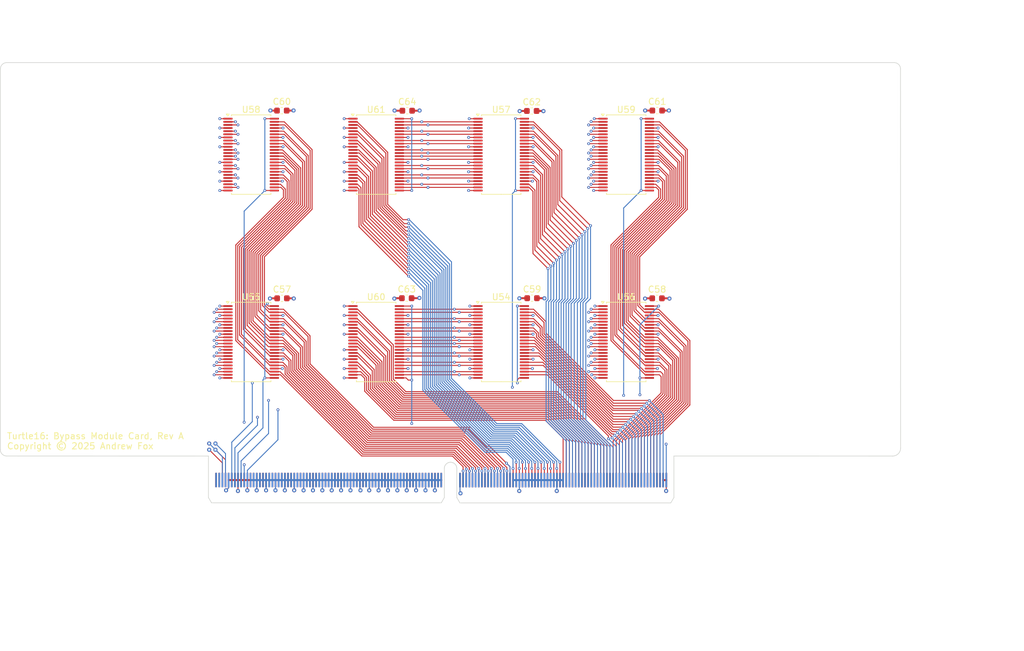
<source format=kicad_pcb>
(kicad_pcb (version 20241229) (generator "pcbnew") (generator_version "9.0")
  (title_block (title "Turtle16: Bypass Module Card") (date "2025-07-16") (rev "A") (comment 4 "Pipeline Bypass / Operand Forwarding"))
  (layers (0 "F.Cu" signal) (4 "In1.Cu" power) (6 "In2.Cu" signal) (8 "In3.Cu" power) (10 "In4.Cu" power) (2 "B.Cu" signal) (13 "F.Paste" user) (15 "B.Paste" user) (5 "F.SilkS" user "F.Silkscreen") (7 "B.SilkS" user "B.Silkscreen") (1 "F.Mask" user) (3 "B.Mask" user) (25 "Edge.Cuts" user))
  (net 0 "")
  (net 1 "GND")
  (net 2 "VCC")
  (net 3 "/Bypass/Y_EX14")
  (net 4 "/Bypass/Y_MEM4")
  (net 5 "/Bypass/FWD_MEM_TO_B")
  (net 6 "/Bypass/RegisterA9")
  (net 7 "/Bypass/RegisterB12")
  (net 8 "/Bypass/B14")
  (net 9 "/Bypass/Y_MEM12")
  (net 10 "/Bypass/FWD_EX_TO_B")
  (net 11 "/Bypass/Y_MEM9")
  (net 12 "/Bypass/RegisterA1")
  (net 13 "/Bypass/Y_EX6")
  (net 14 "/Bypass/A1")
  (net 15 "/Bypass/RegisterB2")
  (net 16 "/Bypass/A2")
  (net 17 "/Bypass/Y_EX11")
  (net 18 "/Bypass/A12")
  (net 19 "/Bypass/B10")
  (net 20 "/Bypass/A3")
  (net 21 "/Bypass/Y_EX7")
  (net 22 "/Bypass/B12")
  (net 23 "/Bypass/B9")
  (net 24 "/Bypass/Y_MEM3")
  (net 25 "/Bypass/RegisterB4")
  (net 26 "/Bypass/Y_MEM6")
  (net 27 "/Bypass/B13")
  (net 28 "/Bypass/RegisterA15")
  (net 29 "/Bypass/A0")
  (net 30 "/Bypass/RegisterA11")
  (net 31 "/Bypass/B11")
  (net 32 "/Bypass/Y_EX13")
  (net 33 "/Bypass/RegisterB14")
  (net 34 "/Bypass/Y_EX3")
  (net 35 "/Bypass/RegisterA6")
  (net 36 "/Bypass/FWD_EX_TO_A")
  (net 37 "/Bypass/Y_MEM5")
  (net 38 "/Bypass/RegisterB7")
  (net 39 "/Bypass/Phi1d")
  (net 40 "/Bypass/RegisterB0")
  (net 41 "/Bypass/RegisterA4")
  (net 42 "/Bypass/Y_EX15")
  (net 43 "/Bypass/RegisterA12")
  (net 44 "/Bypass/Y_EX10")
  (net 45 "/Bypass/RegisterA2")
  (net 46 "/Bypass/Y_EX9")
  (net 47 "/Bypass/A13")
  (net 48 "/Bypass/Y_EX0")
  (net 49 "/Bypass/Y_MEM1")
  (net 50 "/Bypass/Y_MEM0")
  (net 51 "/Bypass/Y_MEM2")
  (net 52 "/Bypass/B6")
  (net 53 "/Bypass/RegisterB3")
  (net 54 "/Bypass/Y_EX8")
  (net 55 "/Bypass/B4")
  (net 56 "/Bypass/B3")
  (net 57 "/Bypass/Y_MEM8")
  (net 58 "/Bypass/FWD_MEM_TO_A")
  (net 59 "/Bypass/Y_MEM13")
  (net 60 "/Bypass/RegisterA7")
  (net 61 "/Bypass/A9")
  (net 62 "/Bypass/Y_MEM15")
  (net 63 "/Bypass/RegisterB11")
  (net 64 "/Bypass/Y_EX5")
  (net 65 "/Bypass/RegisterB5")
  (net 66 "/Bypass/FWD_A")
  (net 67 "/Bypass/B8")
  (net 68 "/Bypass/Y_MEM14")
  (net 69 "/Bypass/B1")
  (net 70 "/Bypass/Y_EX1")
  (net 71 "/Bypass/Y_EX4")
  (net 72 "/Bypass/B15")
  (net 73 "/Bypass/A14")
  (net 74 "/Bypass/Y_MEM10")
  (net 75 "/Bypass/Y_MEM7")
  (net 76 "/Bypass/RegisterA13")
  (net 77 "/Bypass/RegisterA14")
  (net 78 "/Bypass/RegisterB15")
  (net 79 "/Bypass/A6")
  (net 80 "/Bypass/RegisterB13")
  (net 81 "/Bypass/A5")
  (net 82 "/Bypass/A7")
  (net 83 "/Bypass/Y_MEM11")
  (net 84 "/Bypass/A15")
  (net 85 "/Bypass/A4")
  (net 86 "/Bypass/Y_EX2")
  (net 87 "/Bypass/RegisterB10")
  (net 88 "/Bypass/RegisterA5")
  (net 89 "/Bypass/RegisterB6")
  (net 90 "/Bypass/RegisterA8")
  (net 91 "/Bypass/RegisterA3")
  (net 92 "/Bypass/Y_EX12")
  (net 93 "/Bypass/RegisterB1")
  (net 94 "/Bypass/RegisterB8")
  (net 95 "/Bypass/B5")
  (net 96 "/Bypass/RegisterA0")
  (net 97 "/Bypass/RegisterA10")
  (net 98 "/Bypass/A11")
  (net 99 "/Bypass/A8")
  (net 100 "/Bypass/A10")
  (net 101 "/Bypass/B7")
  (net 102 "/Bypass/FWD_B")
  (net 103 "/Bypass/RegisterB9")
  (net 104 "/Bypass/B2")
  (net 105 "/Bypass/B0")
  (net 106 "/Bypass/Operand Forwarding A/A_ID4")
  (net 107 "/Bypass/Operand Forwarding A/A_ID10")
  (net 108 "/Bypass/Operand Forwarding A/A_ID8")
  (net 109 "/Bypass/Operand Forwarding A/A_ID14")
  (net 110 "/Bypass/Operand Forwarding A/A_ID5")
  (net 111 "/Bypass/Operand Forwarding A/A_ID7")
  (net 112 "/Bypass/Operand Forwarding A/A_ID3")
  (net 113 "/Bypass/Operand Forwarding A/A_ID1")
  (net 114 "/Bypass/Operand Forwarding A/A_ID2")
  (net 115 "/Bypass/Operand Forwarding A/A_ID11")
  (net 116 "/Bypass/Operand Forwarding A/A_ID12")
  (net 117 "/Bypass/Operand Forwarding A/A_ID13")
  (net 118 "/Bypass/Operand Forwarding A/A_ID0")
  (net 119 "/Bypass/Operand Forwarding A/A_ID9")
  (net 120 "/Bypass/Operand Forwarding A/A_ID6")
  (net 121 "/Bypass/Operand Forwarding A/A_ID15")
  (net 122 "/Bypass/Operand Forwarding B/B_ID0")
  (net 123 "/Bypass/Operand Forwarding B/B_ID2")
  (net 124 "/Bypass/Operand Forwarding B/B_ID3")
  (net 125 "/Bypass/Operand Forwarding B/B_ID6")
  (net 126 "/Bypass/Operand Forwarding B/B_ID7")
  (net 127 "/Bypass/Operand Forwarding B/B_ID4")
  (net 128 "/Bypass/Operand Forwarding B/B_ID9")
  (net 129 "/Bypass/Operand Forwarding B/B_ID5")
  (net 130 "/Bypass/Operand Forwarding B/B_ID14")
  (net 131 "/Bypass/Operand Forwarding B/B_ID1")
  (net 132 "/Bypass/Operand Forwarding B/B_ID8")
  (net 133 "/Bypass/Operand Forwarding B/B_ID15")
  (net 134 "/Bypass/Operand Forwarding B/B_ID12")
  (net 135 "/Bypass/Operand Forwarding B/B_ID11")
  (net 136 "/Bypass/Operand Forwarding B/B_ID10")
  (net 137 "/Bypass/Operand Forwarding B/B_ID13")
  (footprint "Capacitor_SMD:C_0603_1608Metric" (layer "F.Cu") (at 169.8375 93.76)
    (property "Reference" "C58")
    (property "Value" "0.1uF")
  )
  (footprint "Capacitor_SMD:C_0603_1608Metric" (layer "F.Cu") (at 169.8595 63.7)
    (property "Reference" "C61")
    (property "Value" "0.1uF")
  )
  (footprint "Package_SO:TSSOP-48_6.1x12.5mm_P0.5mm" (layer "F.Cu") (at 104.9025 70.75)
    (property "Reference" "U58")
    (property "Value" "74ABT16245")
  )
  (footprint "Capacitor_SMD:C_0603_1608Metric" (layer "F.Cu") (at 129.793 93.74)
    (property "Reference" "C63")
    (property "Value" "0.1uF")
  )
  (footprint "Capacitor_SMD:C_0603_1608Metric" (layer "F.Cu") (at 129.8735 63.725)
    (property "Reference" "C64")
    (property "Value" "0.1uF")
  )
  (footprint "Package_SO:TSSOP-48_6.1x12.5mm_P0.5mm" (layer "F.Cu") (at 124.9025 70.75)
    (property "Reference" "U61")
    (property "Value" "74ABT16374")
  )
  (footprint "Package_SO:TSSOP-48_6.1x12.5mm_P0.5mm" (layer "F.Cu") (at 124.9025 100.75)
    (property "Reference" "U60")
    (property "Value" "74ABT16374")
  )
  (footprint "Capacitor_SMD:C_0603_1608Metric" (layer "F.Cu") (at 109.8125 63.706)
    (property "Reference" "C60")
    (property "Value" "0.1uF")
  )
  (footprint "Package_SO:TSSOP-48_6.1x12.5mm_P0.5mm" (layer "F.Cu") (at 104.9025 100.75)
    (property "Reference" "U55")
    (property "Value" "74ABT16245")
  )
  (footprint "Capacitor_SMD:C_0603_1608Metric" (layer "F.Cu") (at 149.8375 93.7387)
    (property "Reference" "C59")
    (property "Value" "0.1uF")
  )
  (footprint "Turtle16:MEC5-140-01-L-DV-W1-K_Edge" (layer "F.Cu") (at 136.805 121)
    (property "Reference" "J1" (hide yes))
    (property "Value" "MEC5-140-01-L-DV-W1-K")
  )
  (footprint "Package_SO:TSSOP-48_6.1x12.5mm_P0.5mm" (layer "F.Cu") (at 164.9025 70.75)
    (property "Reference" "U59")
    (property "Value" "74ABT16245")
  )
  (footprint "Capacitor_SMD:C_0603_1608Metric" (layer "F.Cu") (at 109.8375 93.76)
    (property "Reference" "C57")
    (property "Value" "0.1uF")
  )
  (footprint "Package_SO:TSSOP-48_6.1x12.5mm_P0.5mm" (layer "F.Cu") (at 164.9025 100.75)
    (property "Reference" "U56")
    (property "Value" "74ABT16245")
  )
  (footprint "Capacitor_SMD:C_0603_1608Metric" (layer "F.Cu") (at 149.7862 63.765)
    (property "Reference" "C62")
    (property "Value" "0.1uF")
  )
  (footprint "Package_SO:TSSOP-48_6.1x12.5mm_P0.5mm" (layer "F.Cu") (at 144.9025 70.75)
    (property "Reference" "U57")
    (property "Value" "74ABT16245")
  )
  (footprint "Package_SO:TSSOP-48_6.1x12.5mm_P0.5mm" (layer "F.Cu") (at 144.9025 100.75)
    (property "Reference" "U54")
    (property "Value" "74ABT16245")
  )
  (gr_line (start 64.794 117.99) (end 64.794 57.03) (stroke (width 0.1)) (layer "Edge.Cuts"))
  (gr_arc (start 65.794 118.999328) (mid 65.080297 118.703703) (end 64.784672 117.99) (stroke (width 0.1)) (layer "Edge.Cuts"))
  (gr_line (start 137.78 120.82) (end 137.8 120.9) (stroke (width 0.1)) (layer "Edge.Cuts"))
  (gr_line (start 137.18 120.07) (end 137.36 120.17) (stroke (width 0.1)) (layer "Edge.Cuts"))
  (gr_line (start 98.57 126.5) (end 135.32 126.5) (stroke (width 0.1)) (layer "Edge.Cuts"))
  (gr_line (start 137.64 120.45) (end 137.74 120.64) (stroke (width 0.1)) (layer "Edge.Cuts"))
  (gr_line (start 135.32 126.5) (end 135.8 125.66) (stroke (width 0.1)) (layer "Edge.Cuts"))
  (gr_line (start 207.526062 119.006) (end 172.53 119) (stroke (width 0.1)) (layer "Edge.Cuts"))
  (gr_line (start 137 120.02) (end 137.18 120.07) (stroke (width 0.1)) (layer "Edge.Cuts"))
  (gr_line (start 135.8 121) (end 135.81 120.86) (stroke (width 0.1)) (layer "Edge.Cuts"))
  (gr_arc (start 64.794 57.03) (mid 65.086893 56.322893) (end 65.794 56.03) (stroke (width 0.1)) (layer "Edge.Cuts"))
  (gr_line (start 172.03 126.51) (end 171.62 126.51) (stroke (width 0.1)) (layer "Edge.Cuts"))
  (gr_line (start 98.07 119.01) (end 65.794 118.999328) (stroke (width 0.1)) (layer "Edge.Cuts"))
  (gr_line (start 137.36 120.17) (end 137.52 120.3) (stroke (width 0.1)) (layer "Edge.Cuts"))
  (gr_line (start 98.07 119.01) (end 98.07 125.65) (stroke (width 0.1)) (layer "Edge.Cuts"))
  (gr_line (start 137.8 125.64) (end 137.81 125.67) (stroke (width 0.1)) (layer "Edge.Cuts"))
  (gr_line (start 135.85 120.69) (end 135.93 120.51) (stroke (width 0.1)) (layer "Edge.Cuts"))
  (gr_line (start 98.07 125.65) (end 98.57 126.5) (stroke (width 0.1)) (layer "Edge.Cuts"))
  (gr_line (start 137.74 120.64) (end 137.78 120.82) (stroke (width 0.1)) (layer "Edge.Cuts"))
  (gr_line (start 65.794 56.03) (end 207.78 56.03) (stroke (width 0.1)) (layer "Edge.Cuts"))
  (gr_line (start 136.46 120.05) (end 136.67 120.01) (stroke (width 0.1)) (layer "Edge.Cuts"))
  (gr_arc (start 208.796 117.748499) (mid 208.419657 118.638434) (end 207.526062 119.006) (stroke (width 0.1)) (layer "Edge.Cuts"))
  (gr_line (start 136.67 120.01) (end 136.82 120) (stroke (width 0.1)) (layer "Edge.Cuts"))
  (gr_line (start 138.3 126.51) (end 137.81 125.67) (stroke (width 0.1)) (layer "Edge.Cuts"))
  (gr_line (start 136.82 120) (end 137 120.02) (stroke (width 0.1)) (layer "Edge.Cuts"))
  (gr_line (start 172.53 125.65) (end 172.03 126.51) (stroke (width 0.1)) (layer "Edge.Cuts"))
  (gr_line (start 137.52 120.3) (end 137.64 120.45) (stroke (width 0.1)) (layer "Edge.Cuts"))
  (gr_line (start 135.81 120.86) (end 135.85 120.69) (stroke (width 0.1)) (layer "Edge.Cuts"))
  (gr_line (start 137.8 121) (end 137.8 125.64) (stroke (width 0.1)) (layer "Edge.Cuts"))
  (gr_line (start 136.23 120.18) (end 136.46 120.05) (stroke (width 0.1)) (layer "Edge.Cuts"))
  (gr_line (start 135.8 125.66) (end 135.8 121) (stroke (width 0.1)) (layer "Edge.Cuts"))
  (gr_line (start 171.62 126.51) (end 138.3 126.51) (stroke (width 0.1)) (layer "Edge.Cuts"))
  (gr_arc (start 207.78 56.03) (mid 208.487107 56.322893) (end 208.78 57.03) (stroke (width 0.1)) (layer "Edge.Cuts"))
  (gr_line (start 135.93 120.51) (end 136.05 120.34) (stroke (width 0.1)) (layer "Edge.Cuts"))
  (gr_line (start 136.05 120.34) (end 136.23 120.18) (stroke (width 0.1)) (layer "Edge.Cuts"))
  (gr_line (start 137.8 120.9) (end 137.8 121) (stroke (width 0.1)) (layer "Edge.Cuts"))
  (gr_line (start 172.53 119) (end 172.53 125.65) (stroke (width 0.1)) (layer "Edge.Cuts"))
  (gr_line (start 208.78 57.03) (end 208.796 117.748447) (stroke (width 0.1)) (layer "Edge.Cuts"))
  (gr_text "Turtle16: Bypass Module Card, Rev A\nCopyright © 2025 Andrew Fox" (at 65.778 118 0) (layer "F.SilkS") (effects (font (size 1 1)) (justify left bottom)))
  (segment (start 134.31 124.48) (end 134.29 124.5) (width 0.1524) (layer "F.Cu") (net 1))
  (segment (start 101.19 105) (end 99.89 105) (width 0.1524) (layer "F.Cu") (net 1))
  (segment (start 148.615 69.5) (end 149.99 69.5) (width 0.1524) (layer "F.Cu") (net 1))
  (segment (start 168.615 96.5) (end 169.99 96.5) (width 0.1524) (layer "F.Cu") (net 1))
  (segment (start 111.8 124.49) (end 111.79 124.5) (width 0.1524) (layer "F.Cu") (net 1))
  (segment (start 128.615 102) (end 129.99 102) (width 0.1524) (layer "F.Cu") (net 1))
  (segment (start 121.19 99.5) (end 119.79 99.5) (width 0.1524) (layer "F.Cu") (net 1))
  (segment (start 170.81 122.86) (end 171.31 122.86) (width 0.3048) (layer "F.Cu") (net 1))
  (segment (start 111.8 122.85) (end 111.8 124.49) (width 0.1524) (layer "F.Cu") (net 1))
  (segment (start 108.8 124.49) (end 108.79 124.5) (width 0.1524) (layer "F.Cu") (net 1))
  (segment (start 104.3 124.49) (end 104.29 124.5) (width 0.1524) (layer "F.Cu") (net 1))
  (segment (start 151.7887 93.7387) (end 151.815 93.765) (width 0.3048) (layer "F.Cu") (net 1))
  (segment (start 170.6125 93.76) (end 171.775 93.76) (width 0.3048) (layer "F.Cu") (net 1))
  (segment (start 121.19 102) (end 119.79 102) (width 0.1524) (layer "F.Cu") (net 1))
  (segment (start 108.615 96.5) (end 109.99 96.5) (width 0.1524) (layer "F.Cu") (net 1))
  (segment (start 138.31 122.86) (end 138.31 124.895) (width 0.1524) (layer "F.Cu") (net 1))
  (segment (start 131.8205 63.725) (end 131.8455 63.7) (width 0.3048) (layer "F.Cu") (net 1))
  (segment (start 101.8 122.85) (end 135.3 122.85) (width 0.3048) (layer "F.Cu") (net 1))
  (segment (start 161.19 69.5) (end 159.69 69.5) (width 0.1524) (layer "F.Cu") (net 1))
  (segment (start 161.19 99.5) (end 159.89 99.5) (width 0.1524) (layer "F.Cu") (net 1))
  (segment (start 128.31 124.48) (end 128.29 124.5) (width 0.1524) (layer "F.Cu") (net 1))
  (segment (start 130.6485 63.725) (end 131.8205 63.725) (width 0.3048) (layer "F.Cu") (net 1))
  (segment (start 168.615 75) (end 169.99 75) (width 0.1524) (layer "F.Cu") (net 1))
  (segment (start 150.6125 93.7387) (end 151.7887 93.7387) (width 0.3048) (layer "F.Cu") (net 1))
  (segment (start 113.3 122.85) (end 113.3 124.49) (width 0.1524) (layer "F.Cu") (net 1))
  (segment (start 131.775 93.74) (end 131.815 93.7) (width 0.3048) (layer "F.Cu") (net 1))
  (segment (start 128.615 96.5) (end 129.99 96.5) (width 0.1524) (layer "F.Cu") (net 1))
  (segment (start 119.3 124.49) (end 119.29 124.5) (width 0.1524) (layer "F.Cu") (net 1))
  (segment (start 101.8 122.85) (end 101.3 122.85) (width 0.3048) (layer "F.Cu") (net 1))
  (segment (start 171.775 93.76) (end 171.815 93.8) (width 0.3048) (layer "F.Cu") (net 1))
  (segment (start 170.6345 63.7) (end 171.7255 63.7) (width 0.3048) (layer "F.Cu") (net 1))
  (segment (start 119.3 122.85) (end 119.3 124.49) (width 0.1524) (layer "F.Cu") (net 1))
  (segment (start 134.31 122.86) (end 134.31 124.48) (width 0.1524) (layer "F.Cu") (net 1))
  (segment (start 121.19 69.5) (end 119.79 69.5) (width 0.1524) (layer "F.Cu") (net 1))
  (segment (start 113.3 124.49) (end 113.29 124.5) (width 0.1524) (layer "F.Cu") (net 1))
  (segment (start 151.6319 63.765) (end 151.6582 63.7913) (width 0.3048) (layer "F.Cu") (net 1))
  (segment (start 168.615 72) (end 169.99 72) (width 0.1524) (layer "F.Cu") (net 1))
  (segment (start 128.615 66.5) (end 129.99 66.5) (width 0.1524) (layer "F.Cu") (net 1))
  (segment (start 122.3 124.41) (end 122.39 124.5) (width 0.1524) (layer "F.Cu") (net 1))
  (segment (start 108.615 69.5) (end 109.99 69.5) (width 0.1524) (layer "F.Cu") (net 1))
  (segment (start 150.5612 63.765) (end 151.6319 63.765) (width 0.3048) (layer "F.Cu") (net 1))
  (segment (start 101.19 72) (end 99.89 72) (width 0.1524) (layer "F.Cu") (net 1))
  (segment (start 148.615 96.5) (end 149.99 96.5) (width 0.1524) (layer "F.Cu") (net 1))
  (segment (start 131.31 124.48) (end 131.29 124.5) (width 0.1524) (layer "F.Cu") (net 1))
  (segment (start 108.615 72) (end 109.99 72) (width 0.1524) (layer "F.Cu") (net 1))
  (segment (start 141.19 75) (end 139.69 75) (width 0.1524) (layer "F.Cu") (net 1))
  (segment (start 168.615 99.5) (end 169.99 99.5) (width 0.1524) (layer "F.Cu") (net 1))
  (segment (start 110.5875 63.706) (end 111.6685 63.706) (width 0.3048) (layer "F.Cu") (net 1))
  (segment (start 120.8 124.49) (end 120.79 124.5) (width 0.1524) (layer "F.Cu") (net 1))
  (segment (start 168.615 105) (end 169.89 105) (width 0.1524) (layer "F.Cu") (net 1))
  (segment (start 122.3 122.85) (end 122.3 124.41) (width 0.1524) (layer "F.Cu") (net 1))
  (segment (start 168.615 69.5) (end 169.99 69.5) (width 0.1524) (layer "F.Cu") (net 1))
  (segment (start 129.81 124.48) (end 129.79 124.5) (width 0.1524) (layer "F.Cu") (net 1))
  (segment (start 102.8 122.85) (end 102.8 124.59) (width 0.1524) (layer "F.Cu") (net 1))
  (segment (start 121.19 96.5) (end 119.79 96.5) (width 0.1524) (layer "F.Cu") (net 1))
  (segment (start 132.81 124.48) (end 132.79 124.5) (width 0.1524) (layer "F.Cu") (net 1))
  (segment (start 125.31 122.86) (end 125.31 124.48) (width 0.1524) (layer "F.Cu") (net 1))
  (segment (start 141.19 102) (end 139.89 102) (width 0.1524) (layer "F.Cu") (net 1))
  (segment (start 171.31 124.58) (end 171.29 124.6) (width 0.1524) (layer "F.Cu") (net 1))
  (segment (start 141.19 72) (end 139.69 72) (width 0.1524) (layer "F.Cu") (net 1))
  (segment (start 102.8 124.59) (end 102.79 124.6) (width 0.1524) (layer "F.Cu") (net 1))
  (segment (start 120.8 122.85) (end 120.8 124.49) (width 0.1524) (layer "F.Cu") (net 1))
  (segment (start 111.6685 63.706) (end 111.6845 63.69) (width 0.3048) (layer "F.Cu") (net 1))
  (segment (start 130.568 93.74) (end 131.775 93.74) (width 0.3048) (layer "F.Cu") (net 1))
  (segment (start 126.81 124.48) (end 126.79 124.5) (width 0.1524) (layer "F.Cu") (net 1))
  (segment (start 101.19 66.5) (end 99.89 66.5) (width 0.1524) (layer "F.Cu") (net 1))
  (segment (start 104.3 122.85) (end 104.3 124.49) (width 0.1524) (layer "F.Cu") (net 1))
  (segment (start 101.19 75) (end 99.89 75) (width 0.1524) (layer "F.Cu") (net 1))
  (segment (start 121.19 95) (end 119.79 95) (width 0.1524) (layer "F.Cu") (net 1))
  (segment (start 141.19 99.5) (end 139.89 99.5) (width 0.1524) (layer "F.Cu") (net 1))
  (segment (start 121.19 65) (end 119.79 65) (width 0.1524) (layer "F.Cu") (net 1))
  (segment (start 121.19 105) (end 119.79 105) (width 0.1524) (layer "F.Cu") (net 1))
  (segment (start 110.3 122.85) (end 110.3 124.49) (width 0.1524) (layer "F.Cu") (net 1))
  (segment (start 141.19 96.5) (end 139.89 96.5) (width 0.1524) (layer "F.Cu") (net 1))
  (segment (start 101.19 69.5) (end 99.89 69.5) (width 0.1524) (layer "F.Cu") (net 1))
  (segment (start 121.19 75) (end 119.79 75) (width 0.1524) (layer "F.Cu") (net 1))
  (segment (start 128.615 69.5) (end 129.99 69.5) (width 0.1524) (layer "F.Cu") (net 1))
  (segment (start 161.19 66.5) (end 159.69 66.5) (width 0.1524) (layer "F.Cu") (net 1))
  (segment (start 108.8 122.85) (end 108.8 124.49) (width 0.1524) (layer "F.Cu") (net 1))
  (segment (start 108.615 66.5) (end 109.99 66.5) (width 0.1524) (layer "F.Cu") (net 1))
  (segment (start 101.19 102) (end 99.89 102) (width 0.1524) (layer "F.Cu") (net 1))
  (segment (start 161.19 105) (end 159.89 105) (width 0.1524) (layer "F.Cu") (net 1))
  (segment (start 105.8 124.49) (end 105.79 124.5) (width 0.1524) (layer "F.Cu") (net 1))
  (segment (start 161.19 96.5) (end 159.89 96.5) (width 0.1524) (layer "F.Cu") (net 1))
  (segment (start 129.81 122.86) (end 129.81 124.48) (width 0.1524) (layer "F.Cu") (net 1))
  (segment (start 121.19 76.5) (end 119.79 76.5) (width 0.1524) (layer "F.Cu") (net 1))
  (segment (start 108.615 75) (end 109.89 75) (width 0.1524) (layer "F.Cu") (net 1))
  (segment (start 135.3 122.85) (end 135.31 122.86) (width 0.3048) (layer "F.Cu") (net 1))
  (segment (start 107.3 122.85) (end 107.3 124.49) (width 0.1524) (layer "F.Cu") (net 1))
  (segment (start 148.615 66.5) (end 149.99 66.5) (width 0.1524) (layer "F.Cu") (net 1))
  (segment (start 108.615 102) (end 109.99 102) (width 0.1524) (layer "F.Cu") (net 1))
  (segment (start 141.19 69.5) (end 139.69 69.5) (width 0.1524) (layer "F.Cu") (net 1))
  (segment (start 101.19 99.5) (end 99.89 99.5) (width 0.1524) (layer "F.Cu") (net 1))
  (segment (start 128.615 72) (end 129.99 72) (width 0.1524) (layer "F.Cu") (net 1))
  (segment (start 148.615 102) (end 149.99 102) (width 0.1524) (layer "F.Cu") (net 1))
  (segment (start 110.6125 93.76) (end 111.685 93.76) (width 0.3048) (layer "F.Cu") (net 1))
  (segment (start 108.615 105) (end 109.89 105) (width 0.1524) (layer "F.Cu") (net 1))
  (segment (start 161.19 72) (end 159.69 72) (width 0.1524) (layer "F.Cu") (net 1))
  (segment (start 131.31 122.86) (end 131.31 124.48) (width 0.1524) (layer "F.Cu") (net 1))
  (segment (start 111.685 93.76) (end 111.715 93.79) (width 0.3048) (layer "F.Cu") (net 1))
  (segment (start 123.81 124.48) (end 123.79 124.5) (width 0.1524) (layer "F.Cu") (net 1))
  (segment (start 168.615 66.5) (end 169.99 66.5) (width 0.1524) (layer "F.Cu") (net 1))
  (segment (start 123.81 122.86) (end 123.81 124.48) (width 0.1524) (layer "F.Cu") (net 1))
  (segment (start 148.615 75) (end 149.89 75) (width 0.1524) (layer "F.Cu") (net 1))
  (segment (start 125.31 124.48) (end 125.29 124.5) (width 0.1524) (layer "F.Cu") (net 1))
  (segment (start 168.615 102) (end 169.99 102) (width 0.1524) (layer "F.Cu") (net 1))
  (segment (start 128.615 75) (end 129.99 75) (width 0.1524) (layer "F.Cu") (net 1))
  (segment (start 128.615 99.5) (end 129.99 99.5) (width 0.1524) (layer "F.Cu") (net 1))
  (segment (start 121.19 106.5) (end 119.79 106.5) (width 0.1524) (layer "F.Cu") (net 1))
  (segment (start 161.19 102) (end 159.89 102) (width 0.1524) (layer "F.Cu") (net 1))
  (segment (start 141.19 66.5) (end 139.69 66.5) (width 0.1524) (layer "F.Cu") (net 1))
  (segment (start 101.19 96.5) (end 99.89 96.5) (width 0.1524) (layer "F.Cu") (net 1))
  (segment (start 128.31 122.86) (end 128.31 124.48) (width 0.1524) (layer "F.Cu") (net 1))
  (segment (start 128.615 105) (end 129.99 105) (width 0.1524) (layer "F.Cu") (net 1))
  (segment (start 101.3 124.09) (end 100.89 124.5) (width 0.1524) (layer "F.Cu") (net 1))
  (segment (start 126.81 122.86) (end 126.81 124.48) (width 0.1524) (layer "F.Cu") (net 1))
  (segment (start 148.615 72) (end 149.99 72) (width 0.1524) (layer "F.Cu") (net 1))
  (segment (start 121.19 72) (end 119.79 72) (width 0.1524) (layer "F.Cu") (net 1))
  (segment (start 107.3 124.49) (end 107.29 124.5) (width 0.1524) (layer "F.Cu") (net 1))
  (segment (start 171.31 122.86) (end 171.31 124.58) (width 0.1524) (layer "F.Cu") (net 1))
  (segment (start 161.19 75) (end 159.69 75) (width 0.1524) (layer "F.Cu") (net 1))
  (segment (start 148.615 99.5) (end 149.99 99.5) (width 0.1524) (layer "F.Cu") (net 1))
  (segment (start 108.615 99.5) (end 109.99 99.5) (width 0.1524) (layer "F.Cu") (net 1))
  (segment (start 105.8 122.85) (end 105.8 124.49) (width 0.1524) (layer "F.Cu") (net 1))
  (segment (start 141.19 105) (end 139.89 105) (width 0.1524) (layer "F.Cu") (net 1))
  (segment (start 121.19 66.5) (end 119.79 66.5) (width 0.1524) (layer "F.Cu") (net 1))
  (segment (start 110.3 124.49) (end 110.29 124.5) (width 0.1524) (layer "F.Cu") (net 1))
  (segment (start 101.3 122.85) (end 101.3 124.09) (width 0.1524) (layer "F.Cu") (net 1))
  (segment (start 132.81 122.86) (end 132.81 124.48) (width 0.1524) (layer "F.Cu") (net 1))
  (segment (start 138.31 124.895) (end 138.39 124.975) (width 0.1524) (layer "F.Cu") (net 1))
  (segment (start 148.615 105) (end 149.89 105) (width 0.1524) (layer "F.Cu") (net 1))
  (via (at 139.89 96.5) (size 0.45) (drill 0.2) (layers "F.Cu" "B.Cu") (net 1))
  (via (at 119.79 69.5) (size 0.45) (drill 0.2) (layers "F.Cu" "B.Cu") (net 1))
  (via (at 110.29 124.5) (size 0.65) (drill 0.3) (layers "F.Cu" "B.Cu") (net 1))
  (via (at 169.99 99.5) (size 0.45) (drill 0.2) (layers "F.Cu" "B.Cu") (net 1))
  (via (at 126.79 124.5) (size 0.65) (drill 0.3) (layers "F.Cu" "B.Cu") (net 1))
  (via (at 149.89 105) (size 0.45) (drill 0.2) (layers "F.Cu" "B.Cu") (net 1))
  (via (at 99.89 105) (size 0.45) (drill 0.2) (layers "F.Cu" "B.Cu") (net 1))
  (via (at 139.89 99.5) (size 0.45) (drill 0.2) (layers "F.Cu" "B.Cu") (net 1))
  (via (at 171.7315 63.694) (size 0.65) (drill 0.3) (layers "F.Cu" "B.Cu") (net 1))
  (via (at 159.69 75) (size 0.45) (drill 0.2) (layers "F.Cu" "B.Cu") (net 1))
  (via (at 120.79 124.5) (size 0.65) (drill 0.3) (layers "F.Cu" "B.Cu") (net 1))
  (via (at 119.79 72) (size 0.45) (drill 0.2) (layers "F.Cu" "B.Cu") (net 1))
  (via (at 159.89 102) (size 0.45) (drill 0.2) (layers "F.Cu" "B.Cu") (net 1))
  (via (at 99.89 66.5) (size 0.45) (drill 0.2) (layers "F.Cu" "B.Cu") (net 1))
  (via (at 109.99 72) (size 0.45) (drill 0.2) (layers "F.Cu" "B.Cu") (net 1))
  (via (at 119.79 65) (size 0.45) (drill 0.2) (layers "F.Cu" "B.Cu") (net 1))
  (via (at 159.89 99.5) (size 0.45) (drill 0.2) (layers "F.Cu" "B.Cu") (net 1))
  (via (at 122.39 124.5) (size 0.65) (drill 0.3) (layers "F.Cu" "B.Cu") (net 1))
  (via (at 119.29 124.5) (size 0.65) (drill 0.3) (layers "F.Cu" "B.Cu") (net 1))
  (via (at 116.29 124.5) (size 0.65) (drill 0.3) (layers "F.Cu" "B.Cu") (net 1))
  (via (at 139.69 75) (size 0.45) (drill 0.2) (layers "F.Cu" "B.Cu") (net 1))
  (via (at 139.89 102) (size 0.45) (drill 0.2) (layers "F.Cu" "B.Cu") (net 1))
  (via (at 104.29 124.5) (size 0.65) (drill 0.3) (layers "F.Cu" "B.Cu") (net 1))
  (via (at 125.29 124.5) (size 0.65) (drill 0.3) (layers "F.Cu" "B.Cu") (net 1))
  (via (at 119.79 95) (size 0.45) (drill 0.2) (layers "F.Cu" "B.Cu") (net 1))
  (via (at 134.29 124.5) (size 0.65) (drill 0.3) (layers "F.Cu" "B.Cu") (net 1))
  (via (at 102.79 124.6) (size 0.65) (drill 0.3) (layers "F.Cu" "B.Cu") (net 1))
  (via (at 99.89 72) (size 0.45) (drill 0.2) (layers "F.Cu" "B.Cu") (net 1))
  (via (at 129.99 105) (size 0.45) (drill 0.2) (layers "F.Cu" "B.Cu") (net 1))
  (via (at 139.69 69.5) (size 0.45) (drill 0.2) (layers "F.Cu" "B.Cu") (net 1))
  (via (at 169.99 75) (size 0.45) (drill 0.2) (layers "F.Cu" "B.Cu") (net 1))
  (via (at 149.99 99.5) (size 0.45) (drill 0.2) (layers "F.Cu" "B.Cu") (net 1))
  (via (at 138.39 124.975) (size 0.65) (drill 0.3) (layers "F.Cu" "B.Cu") (net 1))
  (via (at 119.79 106.5) (size 0.45) (drill 0.2) (layers "F.Cu" "B.Cu") (net 1))
  (via (at 159.69 66.5) (size 0.45) (drill 0.2) (layers "F.Cu" "B.Cu") (net 1))
  (via (at 159.89 96.5) (size 0.45) (drill 0.2) (layers "F.Cu" "B.Cu") (net 1))
  (via (at 109.99 66.5) (size 0.45) (drill 0.2) (layers "F.Cu" "B.Cu") (net 1))
  (via (at 169.99 102) (size 0.45) (drill 0.2) (layers "F.Cu" "B.Cu") (net 1))
  (via (at 108.79 124.5) (size 0.65) (drill 0.3) (layers "F.Cu" "B.Cu") (net 1))
  (via (at 149.99 72) (size 0.45) (drill 0.2) (layers "F.Cu" "B.Cu") (net 1))
  (via (at 99.89 99.5) (size 0.45) (drill 0.2) (layers "F.Cu" "B.Cu") (net 1))
  (via (at 119.79 105) (size 0.45) (drill 0.2) (layers "F.Cu" "B.Cu") (net 1))
  (via (at 100.89 124.5) (size 0.65) (drill 0.3) (layers "F.Cu" "B.Cu") (net 1))
  (via (at 131.8455 63.7) (size 0.65) (drill 0.3) (layers "F.Cu" "B.Cu") (net 1))
  (via (at 131.815 93.7) (size 0.65) (drill 0.3) (layers "F.Cu" "B.Cu") (net 1))
  (via (at 119.79 96.5) (size 0.45) (drill 0.2) (layers "F.Cu" "B.Cu") (net 1))
  (via (at 149.99 66.5) (size 0.45) (drill 0.2) (layers "F.Cu" "B.Cu") (net 1))
  (via (at 111.715 93.79) (size 0.65) (drill 0.3) (layers "F.Cu" "B.Cu") (net 1))
  (via (at 129.79 124.5) (size 0.65) (drill 0.3) (layers "F.Cu" "B.Cu") (net 1))
  (via (at 111.6845 63.69) (size 0.65) (drill 0.3) (layers "F.Cu" "B.Cu") (net 1))
  (via (at 119.79 76.5) (size 0.45) (drill 0.2) (layers "F.Cu" "B.Cu") (net 1))
  (via (at 129.99 66.5) (size 0.45) (drill 0.2) (layers "F.Cu" "B.Cu") (net 1))
  (via (at 109.89 75) (size 0.45) (drill 0.2) (layers "F.Cu" "B.Cu") (net 1))
  (via (at 107.29 124.5) (size 0.65) (drill 0.3) (layers "F.Cu" "B.Cu") (net 1))
  (via (at 99.89 96.5) (size 0.45) (drill 0.2) (layers "F.Cu" "B.Cu") (net 1))
  (via (at 147.79 124.6) (size 0.65) (drill 0.3) (layers "F.Cu" "B.Cu") (net 1))
  (via (at 114.79 124.5) (size 0.65) (drill 0.3) (layers "F.Cu" "B.Cu") (net 1))
  (via (at 123.79 124.5) (size 0.65) (drill 0.3) (layers "F.Cu" "B.Cu") (net 1))
  (via (at 171.29 124.6) (size 0.65) (drill 0.3) (layers "F.Cu" "B.Cu") (net 1))
  (via (at 159.69 69.5) (size 0.45) (drill 0.2) (layers "F.Cu" "B.Cu") (net 1))
  (via (at 129.99 99.5) (size 0.45) (drill 0.2) (layers "F.Cu" "B.Cu") (net 1))
  (via (at 169.99 96.5) (size 0.45) (drill 0.2) (layers "F.Cu" "B.Cu") (net 1))
  (via (at 129.99 102) (size 0.45) (drill 0.2) (layers "F.Cu" "B.Cu") (net 1))
  (via (at 131.29 124.5) (size 0.65) (drill 0.3) (layers "F.Cu" "B.Cu") (net 1))
  (via (at 105.79 124.5) (size 0.65) (drill 0.3) (layers "F.Cu" "B.Cu") (net 1))
  (via (at 109.99 96.5) (size 0.45) (drill 0.2) (layers "F.Cu" "B.Cu") (net 1))
  (via (at 139.69 66.5) (size 0.45) (drill 0.2) (layers "F.Cu" "B.Cu") (net 1))
  (via (at 169.99 66.5) (size 0.45) (drill 0.2) (layers "F.Cu" "B.Cu") (net 1))
  (via (at 119.79 99.5) (size 0.45) (drill 0.2) (layers "F.Cu" "B.Cu") (net 1))
  (via (at 169.99 69.5) (size 0.45) (drill 0.2) (layers "F.Cu" "B.Cu") (net 1))
  (via (at 129.99 96.5) (size 0.45) (drill 0.2) (layers "F.Cu" "B.Cu") (net 1))
  (via (at 109.99 102) (size 0.45) (drill 0.2) (layers "F.Cu" "B.Cu") (net 1))
  (via (at 153.79 124.6) (size 0.65) (drill 0.3) (layers "F.Cu" "B.Cu") (net 1))
  (via (at 149.89 75) (size 0.45) (drill 0.2) (layers "F.Cu" "B.Cu") (net 1))
  (via (at 111.79 124.5) (size 0.65) (drill 0.3) (layers "F.Cu" "B.Cu") (net 1))
  (via (at 99.89 75) (size 0.45) (drill 0.2) (layers "F.Cu" "B.Cu") (net 1))
  (via (at 99.89 102) (size 0.45) (drill 0.2) (layers "F.Cu" "B.Cu") (net 1))
  (via (at 119.79 66.5) (size 0.45) (drill 0.2) (layers "F.Cu" "B.Cu") (net 1))
  (via (at 159.89 105) (size 0.45) (drill 0.2) (layers "F.Cu" "B.Cu") (net 1))
  (via (at 151.815 93.765) (size 0.65) (drill 0.3) (layers "F.Cu" "B.Cu") (net 1))
  (via (at 109.89 105) (size 0.45) (drill 0.2) (layers "F.Cu" "B.Cu") (net 1))
  (via (at 169.99 72) (size 0.45) (drill 0.2) (layers "F.Cu" "B.Cu") (net 1))
  (via (at 119.79 75) (size 0.45) (drill 0.2) (layers "F.Cu" "B.Cu") (net 1))
  (via (at 151.6582 63.7913) (size 0.65) (drill 0.3) (layers "F.Cu" "B.Cu") (net 1))
  (via (at 139.69 72) (size 0.45) (drill 0.2) (layers "F.Cu" "B.Cu") (net 1))
  (via (at 128.29 124.5) (size 0.65) (drill 0.3) (layers "F.Cu" "B.Cu") (net 1))
  (via (at 129.99 75) (size 0.45) (drill 0.2) (layers "F.Cu" "B.Cu") (net 1))
  (via (at 149.99 102) (size 0.45) (drill 0.2) (layers "F.Cu" "B.Cu") (net 1))
  (via (at 109.99 99.5) (size 0.45) (drill 0.2) (layers "F.Cu" "B.Cu") (net 1))
  (via (at 119.79 102) (size 0.45) (drill 0.2) (layers "F.Cu" "B.Cu") (net 1))
  (via (at 129.99 72) (size 0.45) (drill 0.2) (layers "F.Cu" "B.Cu") (net 1))
  (via (at 109.99 69.5) (size 0.45) (drill 0.2) (layers "F.Cu" "B.Cu") (net 1))
  (via (at 113.29 124.5) (size 0.65) (drill 0.3) (layers "F.Cu" "B.Cu") (net 1))
  (via (at 159.69 72) (size 0.45) (drill 0.2) (layers "F.Cu" "B.Cu") (net 1))
  (via (at 149.99 96.5) (size 0.45) (drill 0.2) (layers "F.Cu" "B.Cu") (net 1))
  (via (at 132.79 124.5) (size 0.65) (drill 0.3) (layers "F.Cu" "B.Cu") (net 1))
  (via (at 99.89 69.5) (size 0.45) (drill 0.2) (layers "F.Cu" "B.Cu") (net 1))
  (via (at 171.815 93.8) (size 0.65) (drill 0.3) (layers "F.Cu" "B.Cu") (net 1))
  (via (at 117.79 124.5) (size 0.65) (drill 0.3) (layers "F.Cu" "B.Cu") (net 1))
  (via (at 139.89 105) (size 0.45) (drill 0.2) (layers "F.Cu" "B.Cu") (net 1))
  (via (at 149.99 69.5) (size 0.45) (drill 0.2) (layers "F.Cu" "B.Cu") (net 1))
  (via (at 169.89 105) (size 0.45) (drill 0.2) (layers "F.Cu" "B.Cu") (net 1))
  (via (at 129.99 69.5) (size 0.45) (drill 0.2) (layers "F.Cu" "B.Cu") (net 1))
  (segment (start 129.81 122.86) (end 129.81 124.48) (width 0.1524) (layer "B.Cu") (net 1))
  (segment (start 131.31 124.48) (end 131.29 124.5) (width 0.1524) (layer "B.Cu") (net 1))
  (segment (start 128.31 122.86) (end 128.31 124.48) (width 0.1524) (layer "B.Cu") (net 1))
  (segment (start 108.8 124.49) (end 108.79 124.5) (width 0.1524) (layer "B.Cu") (net 1))
  (segment (start 119.3 122.85) (end 119.3 124.49) (width 0.1524) (layer "B.Cu") (net 1))
  (segment (start 153.81 122.86) (end 153.81 124.58) (width 0.1524) (layer "B.Cu") (net 1))
  (segment (start 111.8 124.49) (end 111.79 124.5) (width 0.1524) (layer "B.Cu") (net 1))
  (segment (start 120.8 124.49) (end 120.79 124.5) (width 0.1524) (layer "B.Cu") (net 1))
  (segment (start 134.31 124.48) (end 134.29 124.5) (width 0.1524) (layer "B.Cu") (net 1))
  (segment (start 125.31 122.86) (end 125.31 124.48) (width 0.1524) (layer "B.Cu") (net 1))
  (segment (start 105.8 122.85) (end 105.8 124.49) (width 0.1524) (layer "B.Cu") (net 1))
  (segment (start 147.81 124.58) (end 147.79 124.6) (width 0.1524) (layer "B.Cu") (net 1))
  (segment (start 122.3 124.41) (end 122.39 124.5) (width 0.1524) (layer "B.Cu") (net 1))
  (segment (start 101.3 124.09) (end 100.89 124.5) (width 0.1524) (layer "B.Cu") (net 1))
  (segment (start 114.8 122.85) (end 114.8 124.49) (width 0.1524) (layer "B.Cu") (net 1))
  (segment (start 116.3 122.85) (end 116.3 124.49) (width 0.1524) (layer "B.Cu") (net 1))
  (segment (start 131.31 122.86) (end 131.31 124.48) (width 0.1524) (layer "B.Cu") (net 1))
  (segment (start 123.81 122.86) (end 123.81 124.48) (width 0.1524) (layer "B.Cu") (net 1))
  (segment (start 110.3 122.85) (end 110.3 124.49) (width 0.1524) (layer "B.Cu") (net 1))
  (segment (start 122.3 122.85) (end 122.3 124.41) (width 0.1524) (layer "B.Cu") (net 1))
  (segment (start 105.8 124.49) (end 105.79 124.5) (width 0.1524) (layer "B.Cu") (net 1))
  (segment (start 104.81 122.86) (end 104.8 122.85) (width 0.3048) (layer "B.Cu") (net 1))
  (segment (start 129.81 124.48) (end 129.79 124.5) (width 0.1524) (layer "B.Cu") (net 1))
  (segment (start 132.81 122.86) (end 132.81 124.48) (width 0.1524) (layer "B.Cu") (net 1))
  (segment (start 110.3 124.49) (end 110.29 124.5) (width 0.1524) (layer "B.Cu") (net 1))
  (segment (start 132.81 124.48) (end 132.79 124.5) (width 0.1524) (layer "B.Cu") (net 1))
  (segment (start 119.3 124.49) (end 119.29 124.5) (width 0.1524) (layer "B.Cu") (net 1))
  (segment (start 113.3 124.49) (end 113.29 124.5) (width 0.1524) (layer "B.Cu") (net 1))
  (segment (start 107.3 122.85) (end 107.3 124.49) (width 0.1524) (layer "B.Cu") (net 1))
  (segment (start 117.8 124.49) (end 117.79 124.5) (width 0.1524) (layer "B.Cu") (net 1))
  (segment (start 114.8 124.49) (end 114.79 124.5) (width 0.1524) (layer "B.Cu") (net 1))
  (segment (start 123.81 124.48) (end 123.79 124.5) (width 0.1524) (layer "B.Cu") (net 1))
  (segment (start 147.81 122.86) (end 147.81 124.58) (width 0.1524) (layer "B.Cu") (net 1))
  (segment (start 116.3 124.49) (end 116.29 124.5) (width 0.1524) (layer "B.Cu") (net 1))
  (segment (start 126.81 122.86) (end 126.81 124.48) (width 0.1524) (layer "B.Cu") (net 1))
  (segment (start 101.3 122.85) (end 101.3 124.09) (width 0.1524) (layer "B.Cu") (net 1))
  (segment (start 153.81 124.58) (end 153.79 124.6) (width 0.1524) (layer "B.Cu") (net 1))
  (segment (start 128.31 124.48) (end 128.29 124.5) (width 0.1524) (layer "B.Cu") (net 1))
  (segment (start 107.3 124.49) (end 107.29 124.5) (width 0.1524) (layer "B.Cu") (net 1))
  (segment (start 113.3 122.85) (end 113.3 124.49) (width 0.1524) (layer "B.Cu") (net 1))
  (segment (start 117.8 122.85) (end 117.8 124.49) (width 0.1524) (layer "B.Cu") (net 1))
  (segment (start 135.31 122.86) (end 104.81 122.86) (width 0.3048) (layer "B.Cu") (net 1))
  (segment (start 120.8 122.85) (end 120.8 124.49) (width 0.1524) (layer "B.Cu") (net 1))
  (segment (start 108.8 122.85) (end 108.8 124.49) (width 0.1524) (layer "B.Cu") (net 1))
  (segment (start 111.8 122.85) (end 111.8 124.49) (width 0.1524) (layer "B.Cu") (net 1))
  (segment (start 138.31 122.86) (end 138.31 124.895) (width 0.1524) (layer "B.Cu") (net 1))
  (segment (start 138.31 124.895) (end 138.39 124.975) (width 0.1524) (layer "B.Cu") (net 1))
  (segment (start 154.81 122.86) (end 146.81 122.86) (width 0.3048) (layer "B.Cu") (net 1))
  (segment (start 126.81 124.48) (end 126.79 124.5) (width 0.1524) (layer "B.Cu") (net 1))
  (segment (start 134.31 122.86) (end 134.31 124.48) (width 0.1524) (layer "B.Cu") (net 1))
  (segment (start 125.31 124.48) (end 125.29 124.5) (width 0.1524) (layer "B.Cu") (net 1))
  (segment (start 128.615 73.5) (end 129.99 73.5) (width 0.1524) (layer "F.Cu") (net 2))
  (segment (start 108.615 98) (end 109.99 98) (width 0.1524) (layer "F.Cu") (net 2))
  (segment (start 161.19 103.5) (end 159.89 103.5) (width 0.1524) (layer "F.Cu") (net 2))
  (segment (start 161.19 95) (end 159.89 95) (width 0.1524) (layer "F.Cu") (net 2))
  (segment (start 148.615 98) (end 149.99 98) (width 0.1524) (layer "F.Cu") (net 2))
  (segment (start 148.615 68) (end 149.99 68) (width 0.1524) (layer "F.Cu") (net 2))
  (segment (start 141.19 95) (end 139.89 95) (width 0.1524) (layer "F.Cu") (net 2))
  (segment (start 101.19 68) (end 99.89 68) (width 0.1524) (layer "F.Cu") (net 2))
  (segment (start 128.615 103.5) (end 129.99 103.5) (width 0.1524) (layer "F.Cu") (net 2))
  (segment (start 101.19 103.5) (end 99.89 103.5) (width 0.1524) (layer "F.Cu") (net 2))
  (segment (start 121.19 68) (end 119.79 68) (width 0.1524) (layer "F.Cu") (net 2))
  (segment (start 169.0845 63.7) (end 167.9375 63.7) (width 0.3048) (layer "F.Cu") (net 2))
  (segment (start 107.945 93.76) (end 107.915 93.79) (width 0.3048) (layer "F.Cu") (net 2))
  (segment (start 161.19 73.5) (end 159.69 73.5) (width 0.1524) (layer "F.Cu") (net 2))
  (segment (start 161.19 76.5) (end 159.69 76.5) (width 0.1524) (layer "F.Cu") (net 2))
  (segment (start 161.19 106.5) (end 159.89 106.5) (width 0.1524) (layer "F.Cu") (net 2))
  (segment (start 149.0112 63.765) (end 147.8845 63.765) (width 0.3048) (layer "F.Cu") (net 2))
  (segment (start 167.955 93.76) (end 167.915 93.8) (width 0.3048) (layer "F.Cu") (net 2))
  (segment (start 149.0625 93.7387) (end 147.8413 93.7387) (width 0.3048) (layer "F.Cu") (net 2))
  (segment (start 101.19 98) (end 99.89 98) (width 0.1524) (layer "F.Cu") (net 2))
  (segment (start 161.19 65) (end 159.79 65) (width 0.1524) (layer "F.Cu") (net 2))
  (segment (start 101.19 106.5) (end 99.89 106.5) (width 0.1524) (layer "F.Cu") (net 2))
  (segment (start 121.19 73.5) (end 119.79 73.5) (width 0.1524) (layer "F.Cu") (net 2))
  (segment (start 100.3 120.11) (end 98.19 118) (width 0.1524) (layer "F.Cu") (net 2))
  (segment (start 100.8 122.85) (end 100.8 119.61) (width 0.1524) (layer "F.Cu") (net 2))
  (segment (start 101.19 95) (end 99.89 95) (width 0.1524) (layer "F.Cu") (net 2))
  (segment (start 161.19 68) (end 159.69 68) (width 0.1524) (layer "F.Cu") (net 2))
  (segment (start 141.19 103.5) (end 139.89 103.5) (width 0.1524) (layer "F.Cu") (net 2))
  (segment (start 127.875 93.74) (end 127.815 93.8) (width 0.3048) (layer "F.Cu") (net 2))
  (segment (start 141.19 65) (end 139.79 65) (width 0.1524) (layer "F.Cu") (net 2))
  (segment (start 121.19 103.5) (end 119.79 103.5) (width 0.1524) (layer "F.Cu") (net 2))
  (segment (start 148.615 103.5) (end 149.99 103.5) (width 0.1524) (layer "F.Cu") (net 2))
  (segment (start 100.8 119.61) (end 99.19 118) (width 0.1524) (layer "F.Cu") (net 2))
  (segment (start 101.19 65) (end 99.89 65) (width 0.1524) (layer "F.Cu") (net 2))
  (segment (start 168.615 68) (end 169.99 68) (width 0.1524) (layer "F.Cu") (net 2))
  (segment (start 168.615 73.5) (end 169.99 73.5) (width 0.1524) (layer "F.Cu") (net 2))
  (segment (start 108.615 73.5) (end 109.99 73.5) (width 0.1524) (layer "F.Cu") (net 2))
  (segment (start 147.8413 93.7387) (end 147.815 93.765) (width 0.3048) (layer "F.Cu") (net 2))
  (segment (start 141.19 68) (end 139.69 68) (width 0.1524) (layer "F.Cu") (net 2))
  (segment (start 141.19 76.5) (end 139.69 76.5) (width 0.1524) (layer "F.Cu") (net 2))
  (segment (start 168.615 103.5) (end 169.99 103.5) (width 0.1524) (layer "F.Cu") (net 2))
  (segment (start 141.19 73.5) (end 139.69 73.5) (width 0.1524) (layer "F.Cu") (net 2))
  (segment (start 128.615 68) (end 129.99 68) (width 0.1524) (layer "F.Cu") (net 2))
  (segment (start 100.3 122.85) (end 100.3 120.11) (width 0.1524) (layer "F.Cu") (net 2))
  (segment (start 108.0005 63.706) (end 107.9845 63.69) (width 0.3048) (layer "F.Cu") (net 2))
  (segment (start 169.0625 93.76) (end 167.955 93.76) (width 0.3048) (layer "F.Cu") (net 2))
  (segment (start 109.0375 63.706) (end 108.0005 63.706) (width 0.3048) (layer "F.Cu") (net 2))
  (segment (start 168.615 98) (end 169.99 98) (width 0.1524) (layer "F.Cu") (net 2))
  (segment (start 127.8705 63.725) (end 127.8455 63.7) (width 0.3048) (layer "F.Cu") (net 2))
  (segment (start 101.19 73.5) (end 99.89 73.5) (width 0.1524) (layer "F.Cu") (net 2))
  (segment (start 108.615 68) (end 109.99 68) (width 0.1524) (layer "F.Cu") (net 2))
  (segment (start 101.19 76.5) (end 99.89 76.5) (width 0.1524) (layer "F.Cu") (net 2))
  (segment (start 129.018 93.74) (end 127.875 93.74) (width 0.3048) (layer "F.Cu") (net 2))
  (segment (start 108.615 103.5) (end 109.99 103.5) (width 0.1524) (layer "F.Cu") (net 2))
  (segment (start 109.0625 93.76) (end 107.945 93.76) (width 0.3048) (layer "F.Cu") (net 2))
  (segment (start 141.19 98) (end 139.89 98) (width 0.1524) (layer "F.Cu") (net 2))
  (segment (start 147.8845 63.765) (end 147.8582 63.7913) (width 0.3048) (layer "F.Cu") (net 2))
  (segment (start 141.19 106.5) (end 139.89 106.5) (width 0.1524) (layer "F.Cu") (net 2))
  (segment (start 148.615 73.5) (end 149.99 73.5) (width 0.1524) (layer "F.Cu") (net 2))
  (segment (start 128.615 98) (end 129.99 98) (width 0.1524) (layer "F.Cu") (net 2))
  (segment (start 161.19 98) (end 159.89 98) (width 0.1524) (layer "F.Cu") (net 2))
  (segment (start 121.19 98) (end 119.79 98) (width 0.1524) (layer "F.Cu") (net 2))
  (segment (start 167.9375 63.7) (end 167.9315 63.694) (width 0.3048) (layer "F.Cu") (net 2))
  (segment (start 129.0985 63.725) (end 127.8705 63.725) (width 0.3048) (layer "F.Cu") (net 2))
  (via (at 119.79 103.5) (size 0.45) (drill 0.2) (layers "F.Cu" "B.Cu") (net 2))
  (via (at 159.69 76.5) (size 0.45) (drill 0.2) (layers "F.Cu" "B.Cu") (net 2))
  (via (at 149.99 68) (size 0.45) (drill 0.2) (layers "F.Cu" "B.Cu") (net 2))
  (via (at 107.9845 63.69) (size 0.65) (drill 0.3) (layers "F.Cu" "B.Cu") (net 2))
  (via (at 99.89 103.5) (size 0.45) (drill 0.2) (layers "F.Cu" "B.Cu") (net 2))
  (via (at 109.99 103.5) (size 0.45) (drill 0.2) (layers "F.Cu" "B.Cu") (net 2))
  (via (at 129.99 68) (size 0.45) (drill 0.2) (layers "F.Cu" "B.Cu") (net 2))
  (via (at 167.915 93.8) (size 0.65) (drill 0.3) (layers "F.Cu" "B.Cu") (net 2))
  (via (at 139.69 76.5) (size 0.45) (drill 0.2) (layers "F.Cu" "B.Cu") (net 2))
  (via (at 109.99 68) (size 0.45) (drill 0.2) (layers "F.Cu" "B.Cu") (net 2))
  (via (at 127.815 93.8) (size 0.65) (drill 0.3) (layers "F.Cu" "B.Cu") (net 2))
  (via (at 98.19 118) (size 0.65) (drill 0.3) (layers "F.Cu" "B.Cu") (net 2))
  (via (at 147.815 93.765) (size 0.65) (drill 0.3) (layers "F.Cu" "B.Cu") (net 2))
  (via (at 139.89 103.5) (size 0.45) (drill 0.2) (layers "F.Cu" "B.Cu") (net 2))
  (via (at 99.89 73.5) (size 0.45) (drill 0.2) (layers "F.Cu" "B.Cu") (net 2))
  (via (at 149.99 103.5) (size 0.45) (drill 0.2) (layers "F.Cu" "B.Cu") (net 2))
  (via (at 149.99 73.5) (size 0.45) (drill 0.2) (layers "F.Cu" "B.Cu") (net 2))
  (via (at 107.915 93.79) (size 0.65) (drill 0.3) (layers "F.Cu" "B.Cu") (net 2))
  (via (at 99.89 106.5) (size 0.45) (drill 0.2) (layers "F.Cu" "B.Cu") (net 2))
  (via (at 139.89 106.5) (size 0.45) (drill 0.2) (layers "F.Cu" "B.Cu") (net 2))
  (via (at 159.69 68) (size 0.45) (drill 0.2) (layers "F.Cu" "B.Cu") (net 2))
  (via (at 99.89 68) (size 0.45) (drill 0.2) (layers "F.Cu" "B.Cu") (net 2))
  (via (at 119.79 98) (size 0.45) (drill 0.2) (layers "F.Cu" "B.Cu") (net 2))
  (via (at 99.89 65) (size 0.45) (drill 0.2) (layers "F.Cu" "B.Cu") (net 2))
  (via (at 99.19 117) (size 0.65) (drill 0.3) (layers "F.Cu" "B.Cu") (net 2))
  (via (at 169.99 68) (size 0.45) (drill 0.2) (layers "F.Cu" "B.Cu") (net 2))
  (via (at 169.99 103.5) (size 0.45) (drill 0.2) (layers "F.Cu" "B.Cu") (net 2))
  (via (at 159.89 103.5) (size 0.45) (drill 0.2) (layers "F.Cu" "B.Cu") (net 2))
  (via (at 99.89 98) (size 0.45) (drill 0.2) (layers "F.Cu" "B.Cu") (net 2))
  (via (at 149.99 98) (size 0.45) (drill 0.2) (layers "F.Cu" "B.Cu") (net 2))
  (via (at 99.89 95) (size 0.45) (drill 0.2) (layers "F.Cu" "B.Cu") (net 2))
  (via (at 98.19 117) (size 0.65) (drill 0.3) (layers "F.Cu" "B.Cu") (net 2))
  (via (at 159.89 106.5) (size 0.45) (drill 0.2) (layers "F.Cu" "B.Cu") (net 2))
  (via (at 129.99 98) (size 0.45) (drill 0.2) (layers "F.Cu" "B.Cu") (net 2))
  (via (at 129.99 73.5) (size 0.45) (drill 0.2) (layers "F.Cu" "B.Cu") (net 2))
  (via (at 147.8582 63.7913) (size 0.65) (drill 0.3) (layers "F.Cu" "B.Cu") (net 2))
  (via (at 159.69 73.5) (size 0.45) (drill 0.2) (layers "F.Cu" "B.Cu") (net 2))
  (via (at 159.89 98) (size 0.45) (drill 0.2) (layers "F.Cu" "B.Cu") (net 2))
  (via (at 159.79 65) (size 0.45) (drill 0.2) (layers "F.Cu" "B.Cu") (net 2))
  (via (at 127.8455 63.7) (size 0.65) (drill 0.3) (layers "F.Cu" "B.Cu") (net 2))
  (via (at 99.89 76.5) (size 0.45) (drill 0.2) (layers "F.Cu" "B.Cu") (net 2))
  (via (at 139.79 65) (size 0.45) (drill 0.2) (layers "F.Cu" "B.Cu") (net 2))
  (via (at 167.9315 63.694) (size 0.65) (drill 0.3) (layers "F.Cu" "B.Cu") (net 2))
  (via (at 139.69 68) (size 0.45) (drill 0.2) (layers "F.Cu" "B.Cu") (net 2))
  (via (at 109.99 73.5) (size 0.45) (drill 0.2) (layers "F.Cu" "B.Cu") (net 2))
  (via (at 119.79 68) (size 0.45) (drill 0.2) (layers "F.Cu" "B.Cu") (net 2))
  (via (at 139.89 98) (size 0.45) (drill 0.2) (layers "F.Cu" "B.Cu") (net 2))
  (via (at 139.89 95) (size 0.45) (drill 0.2) (layers "F.Cu" "B.Cu") (net 2))
  (via (at 109.99 98) (size 0.45) (drill 0.2) (layers "F.Cu" "B.Cu") (net 2))
  (via (at 99.19 118) (size 0.65) (drill 0.3) (layers "F.Cu" "B.Cu") (net 2))
  (via (at 129.99 103.5) (size 0.45) (drill 0.2) (layers "F.Cu" "B.Cu") (net 2))
  (via (at 139.69 73.5) (size 0.45) (drill 0.2) (layers "F.Cu" "B.Cu") (net 2))
  (via (at 119.79 73.5) (size 0.45) (drill 0.2) (layers "F.Cu" "B.Cu") (net 2))
  (via (at 169.99 98) (size 0.45) (drill 0.2) (layers "F.Cu" "B.Cu") (net 2))
  (via (at 169.99 73.5) (size 0.45) (drill 0.2) (layers "F.Cu" "B.Cu") (net 2))
  (via (at 159.89 95) (size 0.45) (drill 0.2) (layers "F.Cu" "B.Cu") (net 2))
  (segment (start 100.8 122.85) (end 100.8 118.61) (width 0.1524) (layer "B.Cu") (net 2))
  (segment (start 100.3 119.11) (end 98.19 117) (width 0.1524) (layer "B.Cu") (net 2))
  (segment (start 100.8 118.61) (end 99.19 117) (width 0.1524) (layer "B.Cu") (net 2))
  (segment (start 100.3 122.85) (end 100.3 119.11) (width 0.1524) (layer "B.Cu") (net 2))
  (segment (start 108.59 105.5) (end 107.8525 105.5) (width 0.1524) (layer "F.Cu") (net 3))
  (segment (start 107.8525 105.5) (end 102.7484 100.395899) (width 0.1524) (layer "F.Cu") (net 3))
  (segment (start 137.216666 118.6942) (end 139.31 120.787534) (width 0.1524) (layer "F.Cu") (net 3))
  (segment (start 109.522467 105.5) (end 122.716666 118.6942) (width 0.1524) (layer "F.Cu") (net 3))
  (segment (start 102.7484 85.349066) (end 110.3708 77.726666) (width 0.1524) (layer "F.Cu") (net 3))
  (segment (start 110.3708 77.726666) (end 110.3708 76.273334) (width 0.1524) (layer "F.Cu") (net 3))
  (segment (start 108.615 105.5) (end 109.522467 105.5) (width 0.1524) (layer "F.Cu") (net 3))
  (segment (start 139.31 120.787534) (end 139.31 122.86) (width 0.1524) (layer "F.Cu") (net 3))
  (segment (start 122.716666 118.6942) (end 137.216666 118.6942) (width 0.1524) (layer "F.Cu") (net 3))
  (segment (start 109.597466 75.5) (end 108.59 75.5) (width 0.1524) (layer "F.Cu") (net 3))
  (segment (start 110.3708 76.273334) (end 109.597466 75.5) (width 0.1524) (layer "F.Cu") (net 3))
  (segment (start 102.7484 100.395899) (end 102.7484 85.349066) (width 0.1524) (layer "F.Cu") (net 3))
  (via (at 139.326556 121.090067) (size 0.45) (drill 0.2) (layers "F.Cu" "B.Cu") (net 3))
  (segment (start 139.31 122.86) (end 139.31 121.106623) (width 0.1524) (layer "B.Cu") (net 3))
  (segment (start 139.31 121.106623) (end 139.326556 121.090067) (width 0.1524) (layer "B.Cu") (net 3))
  (segment (start 173.4538 78.993331) (end 173.4538 71.888431) (width 0.1524) (layer "F.Cu") (net 4))
  (segment (start 170.065368 98.5) (end 173.8538 102.288432) (width 0.1524) (layer "F.Cu") (net 4))
  (segment (start 170.065369 68.5) (end 168.615 68.5) (width 0.1524) (layer "F.Cu") (net 4))
  (segment (start 165.8314 86.615731) (end 173.4538 78.993331) (width 0.1524) (layer "F.Cu") (net 4))
  (segment (start 168.615 98.5) (end 167.877501 98.5) (width 0.1524) (layer "F.Cu") (net 4))
  (segment (start 168.31 115.872194) (end 168.31 122.86) (width 0.1524) (layer "F.Cu") (net 4))
  (segment (start 173.8538 102.288432) (end 173.8538 110.328395) (width 0.1524) (layer "F.Cu") (net 4))
  (segment (start 168.615 98.5) (end 170.065368 98.5) (width 0.1524) (layer "F.Cu") (net 4))
  (segment (start 173.4538 71.888431) (end 170.065369 68.5) (width 0.1524) (layer "F.Cu") (net 4))
  (segment (start 165.8314 96.453899) (end 165.8314 86.615731) (width 0.1524) (layer "F.Cu") (net 4))
  (segment (start 173.8538 110.328395) (end 168.31 115.872194) (width 0.1524) (layer "F.Cu") (net 4))
  (segment (start 167.877501 98.5) (end 165.8314 96.453899) (width 0.1524) (layer "F.Cu") (net 4))
  (segment (start 168.615 65) (end 167.29 65) (width 0.1524) (layer "F.Cu") (net 5))
  (segment (start 167.29 76.5) (end 168.615 76.5) (width 0.1524) (layer "F.Cu") (net 5))
  (via (at 167.29 65) (size 0.45) (drill 0.2) (layers "F.Cu" "B.Cu") (net 5))
  (via (at 164.49 109.3) (size 0.45) (drill 0.2) (layers "F.Cu" "B.Cu") (net 5))
  (via (at 109.19 111.6) (size 0.45) (drill 0.2) (layers "F.Cu" "B.Cu") (net 5))
  (via (at 167.29 76.5) (size 0.45) (drill 0.2) (layers "F.Cu" "B.Cu") (net 5))
  (segment (start 167.29 76.5) (end 167.29 65) (width 0.1524) (layer "B.Cu") (net 5))
  (segment (start 109.19 116.4) (end 109.19 111.6) (width 0.1524) (layer "B.Cu") (net 5))
  (segment (start 164.49 79.3) (end 167.29 76.5) (width 0.1524) (layer "B.Cu") (net 5))
  (segment (start 104.3 122.85) (end 104.3 121.29) (width 0.1524) (layer "B.Cu") (net 5))
  (segment (start 104.3 121.29) (end 109.19 116.4) (width 0.1524) (layer "B.Cu") (net 5))
  (segment (start 164.49 109.3) (end 164.49 79.3) (width 0.1524) (layer "B.Cu") (net 5))
  (segment (start 150.354898 101.5) (end 162.802454 113.947555) (width 0.1524) (layer "F.Cu") (net 6))
  (segment (start 164.743683 113.947555) (end 164.77232 113.976192) (width 0.1524) (layer "F.Cu") (net 6))
  (segment (start 148.615 101.5) (end 150.354898 101.5) (width 0.1524) (layer "F.Cu") (net 6))
  (segment (start 162.802454 113.947555) (end 164.743683 113.947555) (width 0.1524) (layer "F.Cu") (net 6))
  (via (at 164.77232 113.976192) (size 0.45) (drill 0.2) (layers "F.Cu" "B.Cu") (net 6))
  (segment (start 166.31 115.513872) (end 166.31 122.86) (width 0.1524) (layer "B.Cu") (net 6))
  (segment (start 164.77232 113.976192) (end 166.31 115.513872) (width 0.1524) (layer "B.Cu") (net 6))
  (segment (start 150.9016 74.936232) (end 150.9016 84.788413) (width 0.1524) (layer "F.Cu") (net 7))
  (segment (start 150.9016 84.788413) (end 153.7508 87.637613) (width 0.1524) (layer "F.Cu") (net 7))
  (segment (start 148.615 74) (end 149.965368 74) (width 0.1524) (layer "F.Cu") (net 7))
  (segment (start 149.965368 74) (end 150.9016 74.936232) (width 0.1524) (layer "F.Cu") (net 7))
  (via (at 153.7508 87.637613) (size 0.45) (drill 0.2) (layers "F.Cu" "B.Cu") (net 7))
  (segment (start 156.81 122.86) (end 156.81 116.824006) (width 0.1524) (layer "B.Cu") (net 7))
  (segment (start 153.287 113.301006) (end 153.287 94.374721) (width 0.1524) (layer "B.Cu") (net 7))
  (segment (start 153.7518 87.6402) (end 153.7508 87.6392) (width 0.1524) (layer "B.Cu") (net 7))
  (segment (start 153.287 94.374721) (end 153.7518 93.909921) (width 0.1524) (layer "B.Cu") (net 7))
  (segment (start 156.81 116.824006) (end 153.287 113.301006) (width 0.1524) (layer "B.Cu") (net 7))
  (segment (start 153.7508 87.6392) (end 153.7508 87.637613) (width 0.1524) (layer "B.Cu") (net 7))
  (segment (start 153.7518 93.909921) (end 153.7518 87.6402) (width 0.1524) (layer "B.Cu") (net 7))
  (segment (start 122.4629 82.010996) (end 122.4629 76.035401) (width 0.1524) (layer "F.Cu") (net 8))
  (segment (start 147.31 122.86) (end 147.31 120.02) (width 0.1524) (layer "F.Cu") (net 8))
  (segment (start 147.31 120.02) (end 147.29 120) (width 0.1524) (layer "F.Cu") (net 8))
  (segment (start 122.4629 76.035401) (end 121.927499 75.5) (width 0.1524) (layer "F.Cu") (net 8))
  (segment (start 121.927499 75.5) (end 121.19 75.5) (width 0.1524) (layer "F.Cu") (net 8))
  (segment (start 130.049501 89.597597) (end 122.4629 82.010996) (width 0.1524) (layer "F.Cu") (net 8))
  (segment (start 130.09 89.597597) (end 130.049501 89.597597) (width 0.1524) (layer "F.Cu") (net 8))
  (via (at 147.29 120) (size 0.45) (drill 0.2) (layers "F.Cu" "B.Cu") (net 8))
  (via (at 130.09 89.597597) (size 0.45) (drill 0.2) (layers "F.Cu" "B.Cu") (net 8))
  (segment (start 142.416666 118.0942) (end 145.816667 118.0942) (width 0.1524) (layer "B.Cu") (net 8))
  (segment (start 130.130499 89.597597) (end 132.6754 92.142498) (width 0.1524) (layer "B.Cu") (net 8))
  (segment (start 147.29 119.567533) (end 147.29 120) (width 0.1524) (layer "B.Cu") (net 8))
  (segment (start 145.816667 118.0942) (end 147.29 119.567533) (width 0.1524) (layer "B.Cu") (net 8))
  (segment (start 132.6754 92.142498) (end 132.6754 108.352934) (width 0.1524) (layer "B.Cu") (net 8))
  (segment (start 130.09 89.597597) (end 130.130499 89.597597) (width 0.1524) (layer "B.Cu") (net 8))
  (segment (start 132.6754 108.352934) (end 142.416666 118.0942) (width 0.1524) (layer "B.Cu") (net 8))
  (segment (start 171.4074 109.315066) (end 164.31 116.412466) (width 0.1524) (layer "F.Cu") (net 9))
  (segment (start 163.385 99.524865) (end 163.385 85.602398) (width 0.1524) (layer "F.Cu") (net 9))
  (segment (start 171.4074 105.184934) (end 171.4074 109.315066) (width 0.1524) (layer "F.Cu") (net 9))
  (segment (start 168.615 104) (end 167.860136 104) (width 0.1524) (layer "F.Cu") (net 9))
  (segment (start 163.385 85.602398) (end 171.0074 77.98) (width 0.1524) (layer "F.Cu") (net 9))
  (segment (start 171.0074 77.98) (end 171.0074 74.942031) (width 0.1524) (layer "F.Cu") (net 9))
  (segment (start 170.222466 104) (end 171.4074 105.184934) (width 0.1524) (layer "F.Cu") (net 9))
  (segment (start 170.065369 74) (end 168.615 74) (width 0.1524) (layer "F.Cu") (net 9))
  (segment (start 171.0074 74.942031) (end 170.065369 74) (width 0.1524) (layer "F.Cu") (net 9))
  (segment (start 164.31 116.412466) (end 164.31 122.86) (width 0.1524) (layer "F.Cu") (net 9))
  (segment (start 168.615 104) (end 170.222466 104) (width 0.1524) (layer "F.Cu") (net 9))
  (segment (start 167.860136 104) (end 163.385 99.524865) (width 0.1524) (layer "F.Cu") (net 9))
  (segment (start 108.615 76.5) (end 107.09 76.5) (width 0.1524) (layer "F.Cu") (net 10))
  (segment (start 108.615 65) (end 107.09 65) (width 0.1524) (layer "F.Cu") (net 10))
  (via (at 103.79 113.6) (size 0.45) (drill 0.2) (layers "F.Cu" "B.Cu") (net 10))
  (via (at 107.09 65) (size 0.45) (drill 0.2) (layers "F.Cu" "B.Cu") (net 10))
  (via (at 103.8 120.4) (size 0.45) (drill 0.2) (layers "F.Cu" "B.Cu") (net 10))
  (via (at 107.09 76.5) (size 0.45) (drill 0.2) (layers "F.Cu" "B.Cu") (net 10))
  (segment (start 103.8 122.85) (end 103.8 120.4) (width 0.1524) (layer "B.Cu") (net 10))
  (segment (start 103.79 113.6) (end 103.79 79.8) (width 0.1524) (layer "B.Cu") (net 10))
  (segment (start 107.09 76.5) (end 107.09 65) (width 0.1524) (layer "B.Cu") (net 10))
  (segment (start 103.79 79.8) (end 107.09 76.5) (width 0.1524) (layer "B.Cu") (net 10))
  (segment (start 170.132902 101.5) (end 172.3248 103.691898) (width 0.1524) (layer "F.Cu") (net 11))
  (segment (start 168.615 101.5) (end 167.69 101.5) (width 0.1524) (layer "F.Cu") (net 11))
  (segment (start 167.69 101.5) (end 164.3024 98.1124) (width 0.1524) (layer "F.Cu") (net 11))
  (segment (start 164.3024 98.1124) (end 164.3024 85.982397) (width 0.1524) (layer "F.Cu") (net 11))
  (segment (start 165.81 116.209864) (end 165.81 122.86) (width 0.1524) (layer "F.Cu") (net 11))
  (segment (start 168.615 101.5) (end 170.132902 101.5) (width 0.1524) (layer "F.Cu") (net 11))
  (segment (start 171.9248 78.359998) (end 171.9248 73.291898) (width 0.1524) (layer "F.Cu") (net 11))
  (segment (start 171.9248 73.291898) (end 170.132902 71.5) (width 0.1524) (layer "F.Cu") (net 11))
  (segment (start 170.132902 71.5) (end 168.615 71.5) (width 0.1524) (layer "F.Cu") (net 11))
  (segment (start 164.3024 85.982397) (end 171.9248 78.359998) (width 0.1524) (layer "F.Cu") (net 11))
  (segment (start 172.3248 109.695064) (end 165.81 116.209864) (width 0.1524) (layer "F.Cu") (net 11))
  (segment (start 172.3248 103.691898) (end 172.3248 109.695064) (width 0.1524) (layer "F.Cu") (net 11))
  (segment (start 151.760584 97.627682) (end 150.132902 96) (width 0.1524) (layer "F.Cu") (net 12))
  (segment (start 159.302316 106.987684) (end 151.760584 99.445954) (width 0.1524) (layer "F.Cu") (net 12))
  (segment (start 162.854482 110.539851) (end 159.302316 106.987684) (width 0.1524) (layer "F.Cu") (net 12))
  (segment (start 150.132902 96) (end 148.615 96) (width 0.1524) (layer "F.Cu") (net 12))
  (segment (start 168.180024 110.568488) (end 168.151387 110.539851) (width 0.1524) (layer "F.Cu") (net 12))
  (segment (start 151.760584 99.445954) (end 151.760584 97.627682) (width 0.1524) (layer "F.Cu") (net 12))
  (segment (start 168.151387 110.539851) (end 162.854482 110.539851) (width 0.1524) (layer "F.Cu") (net 12))
  (via (at 168.180024 110.568488) (size 0.45) (drill 0.2) (layers "F.Cu" "B.Cu") (net 12))
  (segment (start 168.180024 110.568488) (end 170.31 112.698464) (width 0.1524) (layer "B.Cu") (net 12))
  (segment (start 170.31 112.698464) (end 170.31 122.86) (width 0.1524) (layer "B.Cu") (net 12))
  (segment (start 143.31 120.924631) (end 143.31 121) (width 0.1524) (layer "F.Cu") (net 13))
  (segment (start 109.930301 100) (end 112.4852 102.554899) (width 0.1524) (layer "F.Cu") (net 13))
  (segment (start 123.729995 116.2478) (end 138.633169 116.2478) (width 0.1524) (layer "F.Cu") (net 13))
  (segment (start 105.1948 86.362398) (end 105.1948 97.342299) (width 0.1524) (layer "F.Cu") (net 13))
  (segment (start 112.8172 78.739997) (end 105.1948 86.362398) (width 0.1524) (layer "F.Cu") (net 13))
  (segment (start 105.1948 97.342299) (end 107.852501 100) (width 0.1524) (layer "F.Cu") (net 13))
  (segment (start 108.615 100) (end 109.930301 100) (width 0.1524) (layer "F.Cu") (net 13))
  (segment (start 109.9053 70) (end 108.59 70) (width 0.1524) (layer "F.Cu") (net 13))
  (segment (start 107.852501 100) (end 108.59 100) (width 0.1524) (layer "F.Cu") (net 13))
  (segment (start 112.4852 102.554899) (end 112.4852 105.003005) (width 0.1524) (layer "F.Cu") (net 13))
  (segment (start 112.8172 72.8869) (end 112.8172 78.739997) (width 0.1524) (layer "F.Cu") (net 13))
  (segment (start 143.31 122.86) (end 143.31 121) (width 0.1524) (layer "F.Cu") (net 13))
  (segment (start 108.615 70) (end 109.9303 70) (width 0.1524) (layer "F.Cu") (net 13))
  (segment (start 138.633169 116.2478) (end 143.31 120.924631) (width 0.1524) (layer "F.Cu") (net 13))
  (segment (start 112.4852 105.003005) (end 123.729995 116.2478) (width 0.1524) (layer "F.Cu") (net 13))
  (segment (start 109.9303 70) (end 112.8172 72.8869) (width 0.1524) (layer "F.Cu") (net 13))
  (via (at 143.31 121) (size 0.45) (drill 0.2) (layers "F.Cu" "B.Cu") (net 13))
  (segment (start 143.31 122.86) (end 143.31 121) (width 0.1524) (layer "B.Cu") (net 13))
  (segment (start 127.3421 101.414601) (end 127.3421 106.8521) (width 0.1524) (layer "F.Cu") (net 14))
  (segment (start 121.19 96) (end 121.927499 96) (width 0.1524) (layer "F.Cu") (net 14))
  (segment (start 161.81 117.065468) (end 161.81 122.86) (width 0.1524) (layer "F.Cu") (net 14))
  (segment (start 121.927499 96) (end 127.3421 101.414601) (width 0.1524) (layer "F.Cu") (net 14))
  (segment (start 129.4958 109.0058) (end 153.750332 109.0058) (width 0.1524) (layer "F.Cu") (net 14))
  (segment (start 127.3421 106.8521) (end 129.4958 109.0058) (width 0.1524) (layer "F.Cu") (net 14))
  (segment (start 153.750332 109.0058) (end 161.81 117.065468) (width 0.1524) (layer "F.Cu") (net 14))
  (segment (start 153.9596 70.894232) (end 153.9596 78.755118) (width 0.1524) (layer "F.Cu") (net 15))
  (segment (start 148.615 67) (end 150.065368 67) (width 0.1524) (layer "F.Cu") (net 15))
  (segment (start 150.065368 67) (end 153.9596 70.894232) (width 0.1524) (layer "F.Cu") (net 15))
  (segment (start 153.9596 78.755118) (end 158.2868 83.082318) (width 0.1524) (layer "F.Cu") (net 15))
  (via (at 158.2868 83.082318) (size 0.45) (drill 0.2) (layers "F.Cu" "B.Cu") (net 15))
  (segment (start 161.81 122.86) (end 161.81 117.499346) (width 0.1524) (layer "B.Cu") (net 15))
  (segment (start 161.81 117.499346) (end 157.59 113.279346) (width 0.1524) (layer "B.Cu") (net 15))
  (segment (start 158.2878 83.083318) (end 158.2868 83.082318) (width 0.1524) (layer "B.Cu") (net 15))
  (segment (start 158.2878 93.715464) (end 158.2878 83.083318) (width 0.1524) (layer "B.Cu") (net 15))
  (segment (start 157.59 94.413264) (end 158.2878 93.715464) (width 0.1524) (layer "B.Cu") (net 15))
  (segment (start 157.59 113.279346) (end 157.59 94.413264) (width 0.1524) (layer "B.Cu") (net 15))
  (segment (start 161.31 116.997934) (end 161.31 122.86) (width 0.1524) (layer "F.Cu") (net 16))
  (segment (start 121.859965 97) (end 127.0363 102.176335) (width 0.1524) (layer "F.Cu") (net 16))
  (segment (start 153.623666 109.3116) (end 161.31 116.997934) (width 0.1524) (layer "F.Cu") (net 16))
  (segment (start 121.19 97) (end 121.859965 97) (width 0.1524) (layer "F.Cu") (net 16))
  (segment (start 127.0363 102.176335) (end 127.0363 106.978766) (width 0.1524) (layer "F.Cu") (net 16))
  (segment (start 127.0363 106.978766) (end 129.369134 109.3116) (width 0.1524) (layer "F.Cu") (net 16))
  (segment (start 129.369134 109.3116) (end 153.623666 109.3116) (width 0.1524) (layer "F.Cu") (net 16))
  (segment (start 108.59 103) (end 107.919652 103) (width 0.1524) (layer "F.Cu") (net 17))
  (segment (start 108.615 73) (end 110.29 73) (width 0.1524) (layer "F.Cu") (net 17))
  (segment (start 111.2882 78.106666) (end 111.2882 74.9) (width 0.1524) (layer "F.Cu") (net 17))
  (segment (start 110.9562 105.636335) (end 110.9562 103.823298) (width 0.1524) (layer "F.Cu") (net 17))
  (segment (start 111.2882 73.9982) (end 111.2882 74.9) (width 0.1524) (layer "F.Cu") (net 17))
  (segment (start 137.729702 117.7768) (end 123.096665 117.7768) (width 0.1524) (layer "F.Cu") (net 17))
  (segment (start 123.096665 117.7768) (end 110.9562 105.636335) (width 0.1524) (layer "F.Cu") (net 17))
  (segment (start 110.9562 103.823298) (end 110.132902 103) (width 0.1524) (layer "F.Cu") (net 17))
  (segment (start 110.132902 103) (end 108.615 103) (width 0.1524) (layer "F.Cu") (net 17))
  (segment (start 140.81 121.4) (end 140.81 120.857098) (width 0.1524) (layer "F.Cu") (net 17))
  (segment (start 140.81 120.857098) (end 137.729702 117.7768) (width 0.1524) (layer "F.Cu") (net 17))
  (segment (start 140.81 122.86) (end 140.81 121.4) (width 0.1524) (layer "F.Cu") (net 17))
  (segment (start 103.6658 85.729065) (end 111.2882 78.106666) (width 0.1524) (layer "F.Cu") (net 17))
  (segment (start 110.29 73) (end 111.2882 73.9982) (width 0.1524) (layer "F.Cu") (net 17))
  (segment (start 107.919652 103) (end 103.6658 98.746148) (width 0.1524) (layer "F.Cu") (net 17))
  (segment (start 103.6658 98.746148) (end 103.6658 85.729065) (width 0.1524) (layer "F.Cu") (net 17))
  (via (at 140.81 121.4) (size 0.45) (drill 0.2) (layers "F.Cu" "B.Cu") (net 17))
  (segment (start 140.81 122.86) (end 140.81 121.4) (width 0.1524) (layer "B.Cu") (net 17))
  (segment (start 123.9783 106.050801) (end 123.9783 108.245433) (width 0.1524) (layer "F.Cu") (net 18))
  (segment (start 121.19 104) (end 121.927499 104) (width 0.1524) (layer "F.Cu") (net 18))
  (segment (start 156.31 116.322599) (end 156.31 122.86) (width 0.1524) (layer "F.Cu") (net 18))
  (segment (start 152.357001 112.3696) (end 156.31 116.322599) (width 0.1524) (layer "F.Cu") (net 18))
  (segment (start 123.9783 108.245433) (end 128.102469 112.3696) (width 0.1524) (layer "F.Cu") (net 18))
  (segment (start 121.927499 104) (end 123.9783 106.050801) (width 0.1524) (layer "F.Cu") (net 18))
  (segment (start 128.102469 112.3696) (end 152.357001 112.3696) (width 0.1524) (layer "F.Cu") (net 18))
  (segment (start 149.31 120.02) (end 149.29 120) (width 0.1524) (layer "F.Cu") (net 19))
  (segment (start 130.049501 87.187985) (end 130.09 87.187985) (width 0.1524) (layer "F.Cu") (net 19))
  (segment (start 149.31 122.86) (end 149.31 120.02) (width 0.1524) (layer "F.Cu") (net 19))
  (segment (start 123.6861 80.824584) (end 130.049501 87.187985) (width 0.1524) (layer "F.Cu") (net 19))
  (segment (start 121.19 72.5) (end 121.927499 72.5) (width 0.1524) (layer "F.Cu") (net 19))
  (segment (start 121.927499 72.5) (end 123.6861 74.258601) (width 0.1524) (layer "F.Cu") (net 19))
  (segment (start 123.6861 74.258601) (end 123.6861 80.824584) (width 0.1524) (layer "F.Cu") (net 19))
  (via (at 130.09 87.187985) (size 0.45) (drill 0.2) (layers "F.Cu" "B.Cu") (net 19))
  (via (at 149.29 120) (size 0.45) (drill 0.2) (layers "F.Cu" "B.Cu") (net 19))
  (segment (start 130.130499 87.187985) (end 133.8986 90.956086) (width 0.1524) (layer "B.Cu") (net 19))
  (segment (start 133.8986 107.84627) (end 142.92333 116.871) (width 0.1524) (layer "B.Cu") (net 19))
  (segment (start 142.92333 116.871) (end 146.323332 116.871) (width 0.1524) (layer "B.Cu") (net 19))
  (segment (start 133.8986 90.956086) (end 133.8986 107.84627) (width 0.1524) (layer "B.Cu") (net 19))
  (segment (start 130.09 87.187985) (end 130.130499 87.187985) (width 0.1524) (layer "B.Cu") (net 19))
  (segment (start 149.29 119.837668) (end 149.29 120) (width 0.1524) (layer "B.Cu") (net 19))
  (segment (start 146.323332 116.871) (end 149.29 119.837668) (width 0.1524) (layer "B.Cu") (net 19))
  (segment (start 153.496999 109.6174) (end 160.81 116.930401) (width 0.1524) (layer "F.Cu") (net 20))
  (segment (start 121.927499 97.5) (end 126.7305 102.303001) (width 0.1524) (layer "F.Cu") (net 20))
  (segment (start 126.7305 107.105432) (end 129.242468 109.6174) (width 0.1524) (layer "F.Cu") (net 20))
  (segment (start 126.7305 102.303001) (end 126.7305 107.105432) (width 0.1524) (layer "F.Cu") (net 20))
  (segment (start 160.81 116.930401) (end 160.81 122.86) (width 0.1524) (layer "F.Cu") (net 20))
  (segment (start 129.242468 109.6174) (end 153.496999 109.6174) (width 0.1524) (layer "F.Cu") (net 20))
  (segment (start 121.19 97.5) (end 121.927499 97.5) (width 0.1524) (layer "F.Cu") (net 20))
  (segment (start 112.1794 105.129671) (end 123.603329 116.5536) (width 0.1524) (layer "F.Cu") (net 21))
  (segment (start 123.603329 116.5536) (end 138.506502 116.5536) (width 0.1524) (layer "F.Cu") (net 21))
  (segment (start 108.615 100.5) (end 109.997836 100.5) (width 0.1524) (layer "F.Cu") (net 21))
  (segment (start 104.889 97.536499) (end 107.852501 100.5) (width 0.1524) (layer "F.Cu") (net 21))
  (segment (start 109.997836 100.5) (end 112.1794 102.681565) (width 0.1524) (layer "F.Cu") (net 21))
  (segment (start 142.81 122.86) (end 142.81 121.4) (width 0.1524) (layer "F.Cu") (net 21))
  (segment (start 112.1794 102.681565) (end 112.1794 105.129671) (width 0.1524) (layer "F.Cu") (net 21))
  (segment (start 142.81 120.857098) (end 142.81 121.4) (width 0.1524) (layer "F.Cu") (net 21))
  (segment (start 109.972834 70.5) (end 108.59 70.5) (width 0.1524) (layer "F.Cu") (net 21))
  (segment (start 112.5114 78.613331) (end 104.889 86.235731) (width 0.1524) (layer "F.Cu") (net 21))
  (segment (start 138.506502 116.5536) (end 142.81 120.857098) (width 0.1524) (layer "F.Cu") (net 21))
  (segment (start 112.5114 73.013566) (end 112.5114 78.613331) (width 0.1524) (layer "F.Cu") (net 21))
  (segment (start 107.852501 100.5) (end 108.59 100.5) (width 0.1524) (layer "F.Cu") (net 21))
  (segment (start 104.889 86.235731) (end 104.889 97.536499) (width 0.1524) (layer "F.Cu") (net 21))
  (segment (start 109.997834 70.5) (end 112.5114 73.013566) (width 0.1524) (layer "F.Cu") (net 21))
  (segment (start 108.615 70.5) (end 109.997834 70.5) (width 0.1524) (layer "F.Cu") (net 21))
  (via (at 142.81 121.4) (size 0.45) (drill 0.2) (layers "F.Cu" "B.Cu") (net 21))
  (segment (start 142.81 122.86) (end 142.81 121.4) (width 0.1524) (layer "B.Cu") (net 21))
  (segment (start 148.31 120.02) (end 148.29 120) (width 0.1524) (layer "F.Cu") (net 22))
  (segment (start 148.31 122.86) (end 148.31 120.02) (width 0.1524) (layer "F.Cu") (net 22))
  (segment (start 121.927499 74) (end 123.0745 75.147001) (width 0.1524) (layer "F.Cu") (net 22))
  (segment (start 121.19 74) (end 121.927499 74) (width 0.1524) (layer "F.Cu") (net 22))
  (segment (start 123.0745 81.41779) (end 130.049501 88.392791) (width 0.1524) (layer "F.Cu") (net 22))
  (segment (start 130.049501 88.392791) (end 130.09 88.392791) (width 0.1524) (layer "F.Cu") (net 22))
  (segment (start 123.0745 75.147001) (end 123.0745 81.41779) (width 0.1524) (layer "F.Cu") (net 22))
  (via (at 148.29 120) (size 0.45) (drill 0.2) (layers "F.Cu" "B.Cu") (net 22))
  (via (at 130.09 88.392791) (size 0.45) (drill 0.2) (layers "F.Cu" "B.Cu") (net 22))
  (segment (start 146.07 117.4826) (end 148.29 119.7026) (width 0.1524) (layer "B.Cu") (net 22))
  (segment (start 148.29 119.7026) (end 148.29 120) (width 0.1524) (layer "B.Cu") (net 22))
  (segment (start 130.09 88.392791) (end 130.134608 88.392791) (width 0.1524) (layer "B.Cu") (net 22))
  (segment (start 133.287 91.545183) (end 133.287 108.099602) (width 0.1524) (layer "B.Cu") (net 22))
  (segment (start 130.134608 88.392791) (end 133.287 91.545183) (width 0.1524) (layer "B.Cu") (net 22))
  (segment (start 133.287 108.099602) (end 142.669998 117.4826) (width 0.1524) (layer "B.Cu") (net 22))
  (segment (start 142.669998 117.4826) (end 146.07 117.4826) (width 0.1524) (layer "B.Cu") (net 22))
  (segment (start 121.19 71.5) (end 121.927499 71.5) (width 0.1524) (layer "F.Cu") (net 23))
  (segment (start 149.81 121.02) (end 149.79 121) (width 0.1524) (layer "F.Cu") (net 23))
  (segment (start 123.9919 73.564401) (end 123.9919 80.587482) (width 0.1524) (layer "F.Cu") (net 23))
  (segment (start 149.81 122.86) (end 149.81 121.02) (width 0.1524) (layer "F.Cu") (net 23))
  (segment (start 121.927499 71.5) (end 123.9919 73.564401) (width 0.1524) (layer "F.Cu") (net 23))
  (segment (start 129.99 86.585582) (end 130.09 86.585582) (width 0.1524) (layer "F.Cu") (net 23))
  (segment (start 123.9919 80.587482) (end 129.99 86.585582) (width 0.1524) (layer "F.Cu") (net 23))
  (via (at 149.79 121) (size 0.45) (drill 0.2) (layers "F.Cu" "B.Cu") (net 23))
  (via (at 130.09 86.585582) (size 0.45) (drill 0.2) (layers "F.Cu" "B.Cu") (net 23))
  (segment (start 130.130499 86.585582) (end 134.2044 90.659483) (width 0.1524) (layer "B.Cu") (net 23))
  (segment (start 134.2044 107.719604) (end 143.049996 116.5652) (width 0.1524) (layer "B.Cu") (net 23))
  (segment (start 143.049996 116.5652) (end 146.498102 116.5652) (width 0.1524) (layer "B.Cu") (net 23))
  (segment (start 149.79 119.857098) (end 149.79 121) (width 0.1524) (layer "B.Cu") (net 23))
  (segment (start 130.09 86.585582) (end 130.130499 86.585582) (width 0.1524) (layer "B.Cu") (net 23))
  (segment (start 134.2044 90.659483) (end 134.2044 107.719604) (width 0.1524) (layer "B.Cu") (net 23))
  (segment (start 146.498102 116.5652) (end 149.79 119.857098) (width 0.1524) (layer "B.Cu") (net 23))
  (segment (start 168.615 97.5) (end 167.877501 97.5) (width 0.1524) (layer "F.Cu") (net 24))
  (segment (start 168.81 115.80466) (end 168.81 122.86) (width 0.1524) (layer "F.Cu") (net 24))
  (segment (start 170.132902 97.5) (end 174.1596 101.526698) (width 0.1524) (layer "F.Cu") (net 24))
  (segment (start 174.1596 101.526698) (end 174.1596 110.455061) (width 0.1524) (layer "F.Cu") (net 24))
  (segment (start 166.1372 86.742397) (end 173.7596 79.119998) (width 0.1524) (layer "F.Cu") (net 24))
  (segment (start 167.877501 97.5) (end 166.1372 95.759699) (width 0.1524) (layer "F.Cu") (net 24))
  (segment (start 166.1372 95.759699) (end 166.1372 86.742397) (width 0.1524) (layer "F.Cu") (net 24))
  (segment (start 170.132902 67.5) (end 168.615 67.5) (width 0.1524) (layer "F.Cu") (net 24))
  (segment (start 168.615 97.5) (end 170.132902 97.5) (width 0.1524) (layer "F.Cu") (net 24))
  (segment (start 173.7596 79.119998) (end 173.7596 71.126698) (width 0.1524) (layer "F.Cu") (net 24))
  (segment (start 174.1596 110.455061) (end 168.81 115.80466) (width 0.1524) (layer "F.Cu") (net 24))
  (segment (start 173.7596 71.126698) (end 170.132902 67.5) (width 0.1524) (layer "F.Cu") (net 24))
  (segment (start 150.065368 68.5) (end 153.348 71.782632) (width 0.1524) (layer "F.Cu") (net 25))
  (segment (start 153.348 71.782632) (end 153.348 80.035628) (width 0.1524) (layer "F.Cu") (net 25))
  (segment (start 153.348 80.035628) (end 157.3796 84.067228) (width 0.1524) (layer "F.Cu") (net 25))
  (segment (start 148.615 68.5) (end 150.065368 68.5) (width 0.1524) (layer "F.Cu") (net 25))
  (via (at 157.3796 84.067228) (size 0.45) (drill 0.2) (layers "F.Cu" "B.Cu") (net 25))
  (segment (start 157.3806 84.068228) (end 157.3796 84.067228) (width 0.1524) (layer "B.Cu") (net 25))
  (segment (start 160.81 122.86) (end 160.81 117.364278) (width 0.1524) (layer "B.Cu") (net 25))
  (segment (start 156.59 113.144278) (end 156.59 94.548332) (width 0.1524) (layer "B.Cu") (net 25))
  (segment (start 157.3806 93.757732) (end 157.3806 84.068228) (width 0.1524) (layer "B.Cu") (net 25))
  (segment (start 156.59 94.548332) (end 157.3806 93.757732) (width 0.1524) (layer "B.Cu") (net 25))
  (segment (start 160.81 117.364278) (end 156.59 113.144278) (width 0.1524) (layer "B.Cu") (net 25))
  (segment (start 173.2422 110.075062) (end 167.31 116.007262) (width 0.1524) (layer "F.Cu") (net 26))
  (segment (start 172.8422 78.739997) (end 172.8422 72.911899) (width 0.1524) (layer "F.Cu") (net 26))
  (segment (start 167.877501 100) (end 165.2198 97.342299) (width 0.1524) (layer "F.Cu") (net 26))
  (segment (start 168.615 100) (end 167.877501 100) (width 0.1524) (layer "F.Cu") (net 26))
  (segment (start 168.615 100) (end 169.9303 100) (width 0.1524) (layer "F.Cu") (net 26))
  (segment (start 173.2422 103.3119) (end 173.2422 110.075062) (width 0.1524) (layer "F.Cu") (net 26))
  (segment (start 165.2198 86.362398) (end 172.8422 78.739997) (width 0.1524) (layer "F.Cu") (net 26))
  (segment (start 172.8422 72.911899) (end 169.9303 70) (width 0.1524) (layer "F.Cu") (net 26))
  (segment (start 169.9303 100) (end 173.2422 103.3119) (width 0.1524) (layer "F.Cu") (net 26))
  (segment (start 165.2198 97.342299) (end 165.2198 86.362398) (width 0.1524) (layer "F.Cu") (net 26))
  (segment (start 167.31 116.007262) (end 167.31 122.86) (width 0.1524) (layer "F.Cu") (net 26))
  (segment (start 169.9303 70) (end 168.615 70) (width 0.1524) (layer "F.Cu") (net 26))
  (segment (start 147.81 122.86) (end 147.81 121.02) (width 0.1524) (layer "F.Cu") (net 27))
  (segment (start 121.927499 74.5) (end 122.7687 75.341201) (width 0.1524) (layer "F.Cu") (net 27))
  (segment (start 121.19 74.5) (end 121.927499 74.5) (width 0.1524) (layer "F.Cu") (net 27))
  (segment (start 147.81 121.02) (end 147.79 121) (width 0.1524) (layer "F.Cu") (net 27))
  (segment (start 129.985194 88.995194) (end 130.09 88.995194) (width 0.1524) (layer "F.Cu") (net 27))
  (segment (start 122.7687 75.341201) (end 122.7687 81.7787) (width 0.1524) (layer "F.Cu") (net 27))
  (segment (start 122.7687 81.7787) (end 129.985194 88.995194) (width 0.1524) (layer "F.Cu") (net 27))
  (via (at 130.09 88.995194) (size 0.45) (drill 0.2) (layers "F.Cu" "B.Cu") (net 27))
  (via (at 147.79 121) (size 0.45) (drill 0.2) (layers "F.Cu" "B.Cu") (net 27))
  (segment (start 132.9812 108.226268) (end 142.543332 117.7884) (width 0.1524) (layer "B.Cu") (net 27))
  (segment (start 130.09 88.995194) (end 130.185194 88.995194) (width 0.1524) (layer "B.Cu") (net 27))
  (segment (start 132.9812 91.7912) (end 132.9812 108.226268) (width 0.1524) (layer "B.Cu") (net 27))
  (segment (start 142.543332 117.7884) (end 145.943333 117.7884) (width 0.1524) (layer "B.Cu") (net 27))
  (segment (start 147.79 119.635067) (end 147.79 121) (width 0.1524) (layer "B.Cu") (net 27))
  (segment (start 130.185194 88.995194) (end 132.9812 91.7912) (width 0.1524) (layer "B.Cu") (net 27))
  (segment (start 145.943333 117.7884) (end 147.79 119.635067) (width 0.1524) (layer "B.Cu") (net 27))
  (segment (start 152.2601 106) (end 162.054243 115.794142) (width 0.1524) (layer "F.Cu") (net 28))
  (segment (start 162.054243 115.794142) (end 162.054243 116.235755) (width 0.1524) (layer "F.Cu") (net 28))
  (segment (start 148.615 106) (end 152.2601 106) (width 0.1524) (layer "F.Cu") (net 28))
  (via (at 162.054243 116.235755) (size 0.45) (drill 0.2) (layers "F.Cu" "B.Cu") (net 28))
  (segment (start 163.31 117.491512) (end 162.054243 116.235755) (width 0.1524) (layer "B.Cu") (net 28))
  (segment (start 163.31 122.86) (end 163.31 117.491512) (width 0.1524) (layer "B.Cu") (net 28))
  (segment (start 127.6479 101.220401) (end 127.6479 106.703248) (width 0.1524) (layer "F.Cu") (net 29))
  (segment (start 129.644652 108.7) (end 153.876999 108.7) (width 0.1524) (layer "F.Cu") (net 29))
  (segment (start 153.876999 108.7) (end 162.31 117.133001) (width 0.1524) (layer "F.Cu") (net 29))
  (segment (start 162.31 117.133001) (end 162.31 122.86) (width 0.1524) (layer "F.Cu") (net 29))
  (segment (start 121.19 95.5) (end 121.927499 95.5) (width 0.1524) (layer "F.Cu") (net 29))
  (segment (start 127.6479 106.703248) (end 129.644652 108.7) (width 0.1524) (layer "F.Cu") (net 29))
  (segment (start 121.927499 95.5) (end 127.6479 101.220401) (width 0.1524) (layer "F.Cu") (net 29))
  (segment (start 150.989966 103) (end 162.789447 114.799481) (width 0.1524) (layer "F.Cu") (net 30))
  (segment (start 162.789447 114.799481) (end 163.891757 114.799481) (width 0.1524) (layer "F.Cu") (net 30))
  (segment (start 163.891757 114.799481) (end 163.920394 114.828118) (width 0.1524) (layer "F.Cu") (net 30))
  (segment (start 148.615 103) (end 150.989966 103) (width 0.1524) (layer "F.Cu") (net 30))
  (via (at 163.920394 114.828118) (size 0.45) (drill 0.2) (layers "F.Cu" "B.Cu") (net 30))
  (segment (start 165.31 116.217724) (end 165.31 122.86) (width 0.1524) (layer "B.Cu") (net 30))
  (segment (start 163.920394 114.828118) (end 165.31 116.217724) (width 0.1524) (layer "B.Cu") (net 30))
  (segment (start 130.049501 87.790388) (end 130.09 87.790388) (width 0.1524) (layer "F.Cu") (net 31))
  (segment (start 148.81 121.02) (end 148.79 121) (width 0.1524) (layer "F.Cu") (net 31))
  (segment (start 121.927499 73) (end 123.3803 74.452801) (width 0.1524) (layer "F.Cu") (net 31))
  (segment (start 121.19 73) (end 121.927499 73) (width 0.1524) (layer "F.Cu") (net 31))
  (segment (start 123.3803 81.121187) (end 130.049501 87.790388) (width 0.1524) (layer "F.Cu") (net 31))
  (segment (start 148.81 122.86) (end 148.81 121.02) (width 0.1524) (layer "F.Cu") (net 31))
  (segment (start 123.3803 74.452801) (end 123.3803 81.121187) (width 0.1524) (layer "F.Cu") (net 31))
  (via (at 148.79 121) (size 0.45) (drill 0.2) (layers "F.Cu" "B.Cu") (net 31))
  (via (at 130.09 87.790388) (size 0.45) (drill 0.2) (layers "F.Cu" "B.Cu") (net 31))
  (segment (start 130.09 87.790388) (end 130.130499 87.790388) (width 0.1524) (layer "B.Cu") (net 31))
  (segment (start 142.796664 117.1768) (end 146.196666 117.1768) (width 0.1524) (layer "B.Cu") (net 31))
  (segment (start 146.196666 117.1768) (end 148.79 119.770134) (width 0.1524) (layer "B.Cu") (net 31))
  (segment (start 133.5928 107.972936) (end 142.796664 117.1768) (width 0.1524) (layer "B.Cu") (net 31))
  (segment (start 133.5928 91.252689) (end 133.5928 107.972936) (width 0.1524) (layer "B.Cu") (net 31))
  (segment (start 148.79 119.770134) (end 148.79 121) (width 0.1524) (layer "B.Cu") (net 31))
  (segment (start 130.130499 87.790388) (end 133.5928 91.252689) (width 0.1524) (layer "B.Cu") (net 31))
  (segment (start 110.6766 77.853333) (end 110.6766 75.068698) (width 0.1524) (layer "F.Cu") (net 32))
  (segment (start 110.6766 75.068698) (end 110.107902 74.5) (width 0.1524) (layer "F.Cu") (net 32))
  (segment (start 139.81 121.391497) (end 139.833691 121.415188) (width 0.1524) (layer "F.Cu") (net 32))
  (segment (start 107.902669 104.5) (end 103.0542 99.651531) (width 0.1524) (layer "F.Cu") (net 32))
  (segment (start 139.81 121) (end 139.81 121.391497) (width 0.1524) (layer "F.Cu") (net 32))
  (segment (start 110.107902 74.5) (end 108.59 74.5) (width 0.1524) (layer "F.Cu") (net 32))
  (segment (start 103.0542 99.651531) (end 103.0542 85.475732) (width 0.1524) (layer "F.Cu") (net 32))
  (segment (start 110.032902 104.5) (end 110.3446 104.811698) (width 0.1524) (layer "F.Cu") (net 32))
  (segment (start 108.615 104.5) (end 110.032902 104.5) (width 0.1524) (layer "F.Cu") (net 32))
  (segment (start 139.81 120.855068) (end 139.81 121) (width 0.1524) (layer "F.Cu") (net 32))
  (segment (start 139.81 121) (end 139.81 122.86) (width 0.1524) (layer "F.Cu") (net 32))
  (segment (start 103.0542 85.475732) (end 110.6766 77.853333) (width 0.1524) (layer "F.Cu") (net 32))
  (segment (start 110.3446 105.889667) (end 122.843332 118.3884) (width 0.1524) (layer "F.Cu") (net 32))
  (segment (start 110.3446 104.811698) (end 110.3446 105.889667) (width 0.1524) (layer "F.Cu") (net 32))
  (segment (start 122.843332 118.3884) (end 137.343332 118.3884) (width 0.1524) (layer "F.Cu") (net 32))
  (segment (start 137.343332 118.3884) (end 139.81 120.855068) (width 0.1524) (layer "F.Cu") (net 32))
  (segment (start 108.59 104.5) (end 107.902669 104.5) (width 0.1524) (layer "F.Cu") (net 32))
  (via (at 139.833691 121.415188) (size 0.45) (drill 0.2) (layers "F.Cu" "B.Cu") (net 32))
  (segment (start 139.81 121.438879) (end 139.833691 121.415188) (width 0.1524) (layer "B.Cu") (net 32))
  (segment (start 139.81 122.86) (end 139.81 121.438879) (width 0.1524) (layer "B.Cu") (net 32))
  (segment (start 149.352499 75.5) (end 150.29 76.437501) (width 0.1524) (layer "F.Cu") (net 33))
  (segment (start 150.29 76.437501) (end 150.29 86.039812) (width 0.1524) (layer "F.Cu") (net 33))
  (segment (start 148.615 75.5) (end 149.352499 75.5) (width 0.1524) (layer "F.Cu") (net 33))
  (segment (start 150.29 86.039812) (end 152.8436 88.593412) (width 0.1524) (layer "F.Cu") (net 33))
  (via (at 152.8436 88.593412) (size 0.45) (drill 0.2) (layers "F.Cu" "B.Cu") (net 33))
  (segment (start 155.81 122.86) (end 155.81 116.688938) (width 0.1524) (layer "B.Cu") (net 33))
  (segment (start 155.81 116.688938) (end 152.49 113.368938) (width 0.1524) (layer "B.Cu") (net 33))
  (segment (start 152.8436 93.953189) (end 152.8436 88.593412) (width 0.1524) (layer "B.Cu") (net 33))
  (segment (start 152.49 113.368938) (end 152.49 94.306789) (width 0.1524) (layer "B.Cu") (net 33))
  (segment (start 152.49 94.306789) (end 152.8436 93.953189) (width 0.1524) (layer "B.Cu") (net 33))
  (segment (start 108.615 67.5) (end 110.19 67.5) (width 0.1524) (layer "F.Cu") (net 34))
  (segment (start 106.1122 95.759699) (end 107.852501 97.5) (width 0.1524) (layer "F.Cu") (net 34))
  (segment (start 113.7346 79.119998) (end 106.1122 86.742397) (width 0.1524) (layer "F.Cu") (net 34))
  (segment (start 144.81 120.857098) (end 144.81 121.4) (width 0.1524) (layer "F.Cu") (net 34))
  (segment (start 144.81 122.86) (end 144.81 121.4) (width 0.1524) (layer "F.Cu") (net 34))
  (segment (start 107.852501 97.5) (end 108.59 97.5) (width 0.1524) (layer "F.Cu") (net 34))
  (segment (start 124.109993 115.3304) (end 139.283302 115.3304) (width 0.1524) (layer "F.Cu") (net 34))
  (segment (start 106.1122 86.742397) (end 106.1122 95.759699) (width 0.1524) (layer "F.Cu") (net 34))
  (segment (start 110.132902 97.5) (end 113.4026 100.769698) (width 0.1524) (layer "F.Cu") (net 34))
  (segment (start 108.615 97.5) (end 110.132902 97.5) (width 0.1524) (layer "F.Cu") (net 34))
  (segment (start 113.7346 71.0446) (end 113.7346 79.119998) (width 0.1524) (layer "F.Cu") (net 34))
  (segment (start 113.4026 100.769698) (end 113.4026 104.623007) (width 0.1524) (layer "F.Cu") (net 34))
  (segment (start 139.283302 115.3304) (end 144.81 120.857098) (width 0.1524) (layer "F.Cu") (net 34))
  (segment (start 113.4026 104.623007) (end 124.109993 115.3304) (width 0.1524) (layer "F.Cu") (net 34))
  (segment (start 110.19 67.5) (end 113.7346 71.0446) (width 0.1524) (layer "F.Cu") (net 34))
  (via (at 144.81 121.4) (size 0.45) (drill 0.2) (layers "F.Cu" "B.Cu") (net 34))
  (segment (start 144.81 122.86) (end 144.81 121.4) (width 0.1524) (layer "B.Cu") (net 34))
  (segment (start 148.615 100) (end 150.1523 100) (width 0.1524) (layer "F.Cu") (net 35))
  (segment (start 162.821964 112.669666) (end 166.021572 112.669666) (width 0.1524) (layer "F.Cu") (net 35))
  (segment (start 166.021572 112.669666) (end 166.050209 112.698303) (width 0.1524) (layer "F.Cu") (net 35))
  (segment (start 150.1523 100) (end 152.421149 102.268851) (width 0.1524) (layer "F.Cu") (net 35))
  (segment (start 152.421149 102.268851) (end 162.821964 112.669666) (width 0.1524) (layer "F.Cu") (net 35))
  (via (at 166.050209 112.698303) (size 0.45) (drill 0.2) (layers "F.Cu" "B.Cu") (net 35))
  (segment (start 166.050209 112.698303) (end 167.81 114.458094) (width 0.1524) (layer "B.Cu") (net 35))
  (segment (start 167.81 114.458094) (end 167.81 122.86) (width 0.1524) (layer "B.Cu") (net 35))
  (segment (start 107.665 95) (end 108.615 95) (width 0.1524) (layer "F.Cu") (net 36))
  (segment (start 107.49 94.825) (end 107.665 95) (width 0.1524) (layer "F.Cu") (net 36))
  (segment (start 108.615 106.5) (end 107.09 106.5) (width 0.1524) (layer "F.Cu") (net 36))
  (segment (start 107.49 94.6) (end 107.49 94.825) (width 0.1524) (layer "F.Cu") (net 36))
  (via (at 107.09 106.5) (size 0.45) (drill 0.2) (layers "F.Cu" "B.Cu") (net 36))
  (via (at 107.49 94.6) (size 0.45) (drill 0.2) (layers "F.Cu" "B.Cu") (net 36))
  (segment (start 106.79 114.5) (end 106.79 106.8) (width 0.1524) (layer "B.Cu") (net 36))
  (segment (start 106.79 106.8) (end 107.09 106.5) (width 0.1524) (layer "B.Cu") (net 36))
  (segment (start 107.09 95) (end 107.49 94.6) (width 0.1524) (layer "B.Cu") (net 36))
  (segment (start 102.8 122.85) (end 102.8 118.49) (width 0.1524) (layer "B.Cu") (net 36))
  (segment (start 107.09 106.5) (end 107.09 95) (width 0.1524) (layer "B.Cu") (net 36))
  (segment (start 102.8 118.49) (end 106.79 114.5) (width 0.1524) (layer "B.Cu") (net 36))
  (segment (start 168.615 99) (end 170.132902 99) (width 0.1524) (layer "F.Cu") (net 37))
  (segment (start 167.877501 99) (end 165.5256 96.648099) (width 0.1524) (layer "F.Cu") (net 37))
  (segment (start 170.132902 99) (end 173.548 102.415098) (width 0.1524) (layer "F.Cu") (net 37))
  (segment (start 165.5256 96.648099) (end 165.5256 86.489064) (width 0.1524) (layer "F.Cu") (net 37))
  (segment (start 173.148 72.015098) (end 170.132902 69) (width 0.1524) (layer "F.Cu") (net 37))
  (segment (start 173.148 78.866664) (end 173.148 72.015098) (width 0.1524) (layer "F.Cu") (net 37))
  (segment (start 165.5256 86.489064) (end 173.148 78.866664) (width 0.1524) (layer "F.Cu") (net 37))
  (segment (start 173.548 102.415098) (end 173.548 110.201728) (width 0.1524) (layer "F.Cu") (net 37))
  (segment (start 173.548 110.201728) (end 167.81 115.939728) (width 0.1524) (layer "F.Cu") (net 37))
  (segment (start 167.81 115.939728) (end 167.81 122.86) (width 0.1524) (layer "F.Cu") (net 37))
  (segment (start 168.615 99) (end 167.877501 99) (width 0.1524) (layer "F.Cu") (net 37))
  (segment (start 170.132902 69) (end 168.615 69) (width 0.1524) (layer "F.Cu") (net 37))
  (segment (start 149.997834 70.5) (end 152.4306 72.932766) (width 0.1524) (layer "F.Cu") (net 38))
  (segment (start 152.4306 72.932766) (end 152.4306 81.8406) (width 0.1524) (layer "F.Cu") (net 38))
  (segment (start 148.615 70.5) (end 149.997834 70.5) (width 0.1524) (layer "F.Cu") (net 38))
  (segment (start 152.4306 81.8406) (end 156.0188 85.4288) (width 0.1524) (layer "F.Cu") (net 38))
  (via (at 156.0188 85.4288) (size 0.45) (drill 0.2) (layers "F.Cu" "B.Cu") (net 38))
  (segment (start 156.0198 93.815464) (end 156.0198 85.4298) (width 0.1524) (layer "B.Cu") (net 38))
  (segment (start 156.0198 85.4298) (end 156.0188 85.4288) (width 0.1524) (layer "B.Cu") (net 38))
  (segment (start 155.29 113.141676) (end 155.29 94.545264) (width 0.1524) (layer "B.Cu") (net 38))
  (segment (start 155.29 94.545264) (end 156.0198 93.815464) (width 0.1524) (layer "B.Cu") (net 38))
  (segment (start 159.31 117.161676) (end 155.29 113.141676) (width 0.1524) (layer "B.Cu") (net 38))
  (segment (start 159.31 122.86) (end 159.31 117.161676) (width 0.1524) (layer "B.Cu") (net 38))
  (segment (start 128.615 95) (end 130.59 95) (width 0.1524) (layer "F.Cu") (net 39))
  (segment (start 130.59 106.8464) (end 130.0364 106.8464) (width 0.1524) (layer "F.Cu") (net 39))
  (segment (start 129.69 106.5) (end 128.615 106.5) (width 0.1524) (layer "F.Cu") (net 39))
  (segment (start 128.615 76.5) (end 130.59 76.5) (width 0.1524) (layer "F.Cu") (net 39))
  (segment (start 130.59 65) (end 128.615 65) (width 0.1524) (layer "F.Cu") (net 39))
  (segment (start 130.0364 106.8464) (end 129.69 106.5) (width 0.1524) (layer "F.Cu") (net 39))
  (via (at 171.29 117.1) (size 0.45) (drill 0.2) (layers "F.Cu" "B.Cu") (net 39))
  (via (at 130.59 113.8) (size 0.45) (drill 0.2) (layers "F.Cu" "B.Cu") (net 39))
  (via (at 130.59 95) (size 0.45) (drill 0.2) (layers "F.Cu" "B.Cu") (net 39))
  (via (at 130.59 76.5) (size 0.45) (drill 0.2) (layers "F.Cu" "B.Cu") (net 39))
  (via (at 130.59 65) (size 0.45) (drill 0.2) (layers "F.Cu" "B.Cu") (net 39))
  (via (at 130.59 106.8464) (size 0.45) (drill 0.2) (layers "F.Cu" "B.Cu") (net 39))
  (segment (start 171.31 117.12) (end 171.29 117.1) (width 0.1524) (layer "B.Cu") (net 39))
  (segment (start 130.59 76.5) (end 130.59 65) (width 0.1524) (layer "B.Cu") (net 39))
  (segment (start 171.31 122.86) (end 171.31 117.12) (width 0.1524) (layer "B.Cu") (net 39))
  (segment (start 130.59 113.8) (end 130.59 95) (width 0.1524) (layer "B.Cu") (net 39))
  (segment (start 150.065368 65.5) (end 154.59 70.024632) (width 0.1524) (layer "F.Cu") (net 40))
  (segment (start 154.59 70.024632) (end 154.59 77.526889) (width 0.1524) (layer "F.Cu") (net 40))
  (segment (start 154.59 77.526889) (end 159.194 82.130889) (width 0.1524) (layer "F.Cu") (net 40))
  (segment (start 148.615 65.5) (end 150.065368 65.5) (width 0.1524) (layer "F.Cu") (net 40))
  (via (at 159.194 82.130889) (size 0.45) (drill 0.2) (layers "F.Cu" "B.Cu") (net 40))
  (segment (start 158.4354 113.259814) (end 158.4354 94.5596) (width 0.1524) (layer "B.Cu") (net 40))
  (segment (start 159.195 82.393617) (end 159.194 82.392617) (width 0.1524) (layer "B.Cu") (net 40))
  (segment (start 159.195 93.8) (end 159.195 82.393617) (width 0.1524) (layer "B.Cu") (net 40))
  (segment (start 162.81 122.86) (end 162.81 117.634414) (width 0.1524) (layer "B.Cu") (net 40))
  (segment (start 159.194 82.392617) (end 159.194 82.130889) (width 0.1524) (layer "B.Cu") (net 40))
  (segment (start 158.4354 94.5596) (end 159.195 93.8) (width 0.1524) (layer "B.Cu") (net 40))
  (segment (start 162.81 117.634414) (end 158.4354 113.259814) (width 0.1524) (layer "B.Cu") (net 40))
  (segment (start 151.503617 100.486385) (end 162.714809 111.697577) (width 0.1524) (layer "F.Cu") (net 41))
  (segment (start 166.753335 111.697577) (end 166.902135 111.846377) (width 0.1524) (layer "F.Cu") (net 41))
  (segment (start 162.714809 111.697577) (end 166.753335 111.697577) (width 0.1524) (layer "F.Cu") (net 41))
  (segment (start 148.615 98.5) (end 150.065368 98.5) (width 0.1524) (layer "F.Cu") (net 41))
  (segment (start 150.065368 98.5) (end 150.843184 99.277815) (width 0.1524) (layer "F.Cu") (net 41))
  (segment (start 150.843184 99.277815) (end 150.843184 99.82595) (width 0.1524) (layer "F.Cu") (net 41))
  (segment (start 150.843184 99.82595) (end 151.503617 100.486383) (width 0.1524) (layer "F.Cu") (net 41))
  (segment (start 151.503617 100.486383) (end 151.503617 100.486385) (width 0.1524) (layer "F.Cu") (net 41))
  (via (at 166.902135 111.846377) (size 0.45) (drill 0.2) (layers "F.Cu" "B.Cu") (net 41))
  (segment (start 166.902135 111.846377) (end 168.81 113.754242) (width 0.1524) (layer "B.Cu") (net 41))
  (segment (start 168.81 113.754242) (end 168.81 122.86) (width 0.1524) (layer "B.Cu") (net 41))
  (segment (start 110.065 77.6) (end 110.065 76.4) (width 0.1524) (layer "F.Cu") (net 42))
  (segment (start 109.665 76) (end 108.59 76) (width 0.1524) (layer "F.Cu") (net 42))
  (segment (start 137.09 119) (end 138.81 120.72) (width 0.1524) (layer "F.Cu") (net 42))
  (segment (start 138.81 120.72) (end 138.81 121.4) (width 0.1524) (layer "F.Cu") (net 42))
  (segment (start 122.59 119) (end 137.09 119) (width 0.1524) (layer "F.Cu") (net 42))
  (segment (start 107.920034 106) (end 102.4426 100.522565) (width 0.1524) (layer "F.Cu") (net 42))
  (segment (start 108.59 106) (end 107.920034 106) (width 0.1524) (layer "F.Cu") (net 42))
  (segment (start 109.59 106) (end 122.59 119) (width 0.1524) (layer "F.Cu") (net 42))
  (segment (start 102.4426 85.222399) (end 110.065 77.6) (width 0.1524) (layer "F.Cu") (net 42))
  (segment (start 102.4426 100.522565) (end 102.4426 85.222399) (width 0.1524) (layer "F.Cu") (net 42))
  (segment (start 108.615 106) (end 109.59 106) (width 0.1524) (layer "F.Cu") (net 42))
  (segment (start 138.81 121.4) (end 138.81 122.86) (width 0.1524) (layer "F.Cu") (net 42))
  (segment (start 110.065 76.4) (end 109.665 76) (width 0.1524) (layer "F.Cu") (net 42))
  (via (at 138.81 121.4) (size 0.45) (drill 0.2) (layers "F.Cu" "B.Cu") (net 42))
  (segment (start 138.81 122.86) (end 138.81 121.4) (width 0.1524) (layer "B.Cu") (net 42))
  (segment (start 151.5575 104) (end 162.662781 115.105281) (width 0.1524) (layer "F.Cu") (net 43))
  (segment (start 163.345631 115.105281) (end 163.494431 115.254081) (width 0.1524) (layer "F.Cu") (net 43))
  (segment (start 162.662781 115.105281) (end 163.345631 115.105281) (width 0.1524) (layer "F.Cu") (net 43))
  (segment (start 148.615 104) (end 151.5575 104) (width 0.1524) (layer "F.Cu") (net 43))
  (via (at 163.494431 115.254081) (size 0.45) (drill 0.2) (layers "F.Cu" "B.Cu") (net 43))
  (segment (start 164.81 116.56965) (end 164.81 122.86) (width 0.1524) (layer "B.Cu") (net 43))
  (segment (start 163.494431 115.254081) (end 164.81 116.56965) (width 0.1524) (layer "B.Cu") (net 43))
  (segment (start 137.856369 117.471) (end 123.223331 117.471) (width 0.1524) (layer "F.Cu") (net 44))
  (segment (start 111.262 105.509669) (end 111.262 103.696631) (width 0.1524) (layer "F.Cu") (net 44))
  (segment (start 141.31 120.924631) (end 137.856369 117.471) (width 0.1524) (layer "F.Cu") (net 44))
  (segment (start 103.9716 98.551948) (end 107.919652 102.5) (width 0.1524) (layer "F.Cu") (net 44))
  (segment (start 108.615 72.5) (end 110.222466 72.5) (width 0.1524) (layer "F.Cu") (net 44))
  (segment (start 110.065369 102.5) (end 108.615 102.5) (width 0.1524) (layer "F.Cu") (net 44))
  (segment (start 111.594 78.233332) (end 103.9716 85.855731) (width 0.1524) (layer "F.Cu") (net 44))
  (segment (start 141.31 122.86) (end 141.31 121) (width 0.1524) (layer "F.Cu") (net 44))
  (segment (start 141.31 121) (end 141.31 120.924631) (width 0.1524) (layer "F.Cu") (net 44))
  (segment (start 111.262 103.696631) (end 110.065369 102.5) (width 0.1524) (layer "F.Cu") (net 44))
  (segment (start 107.919652 102.5) (end 108.59 102.5) (width 0.1524) (layer "F.Cu") (net 44))
  (segment (start 103.9716 85.855731) (end 103.9716 98.551948) (width 0.1524) (layer "F.Cu") (net 44))
  (segment (start 111.594 73.871534) (end 111.594 78.233332) (width 0.1524) (layer "F.Cu") (net 44))
  (segment (start 123.223331 117.471) (end 111.262 105.509669) (width 0.1524) (layer "F.Cu") (net 44))
  (segment (start 110.222466 72.5) (end 111.594 73.871534) (width 0.1524) (layer "F.Cu") (net 44))
  (via (at 141.31 121) (size 0.45) (drill 0.2) (layers "F.Cu" "B.Cu") (net 44))
  (segment (start 141.31 122.86) (end 141.31 121) (width 0.1524) (layer "B.Cu") (net 44))
  (segment (start 148.615 97) (end 150.065369 97) (width 0.1524) (layer "F.Cu") (net 45))
  (segment (start 159.386081 107.503917) (end 159.386083 107.503917) (width 0.1524) (layer "F.Cu") (net 45))
  (segment (start 159.386083 107.503917) (end 162.847979 110.965814) (width 0.1524) (layer "F.Cu") (net 45))
  (segment (start 167.725424 110.965814) (end 167.754061 110.994451) (width 0.1524) (layer "F.Cu") (net 45))
  (segment (start 150.065369 97) (end 151.454784 98.389416) (width 0.1524) (layer "F.Cu") (net 45))
  (segment (start 151.454784 99.57262) (end 159.386081 107.503917) (width 0.1524) (layer "F.Cu") (net 45))
  (segment (start 151.454784 98.389416) (end 151.454784 99.57262) (width 0.1524) (layer "F.Cu") (net 45))
  (segment (start 162.847979 110.965814) (end 167.725424 110.965814) (width 0.1524) (layer "F.Cu") (net 45))
  (via (at 167.754061 110.994451) (size 0.45) (drill 0.2) (layers "F.Cu" "B.Cu") (net 45))
  (segment (start 167.754061 110.994451) (end 169.81 113.05039) (width 0.1524) (layer "B.Cu") (net 45))
  (segment (start 169.81 113.05039) (end 169.81 122.86) (width 0.1524) (layer "B.Cu") (net 45))
  (segment (start 123.349997 117.1652) (end 138.118102 117.1652) (width 0.1524) (layer "F.Cu") (net 46))
  (segment (start 104.2774 98.1124) (end 107.665 101.5) (width 0.1524) (layer "F.Cu") (net 46))
  (segment (start 111.5678 102.934898) (end 111.5678 105.383003) (width 0.1524) (layer "F.Cu") (net 46))
  (segment (start 110.132902 101.5) (end 111.5678 102.934898) (width 0.1524) (layer "F.Cu") (net 46))
  (segment (start 111.8998 73.266898) (end 111.8998 78.359998) (width 0.1524) (layer "F.Cu") (net 46))
  (segment (start 107.665 101.5) (end 108.59 101.5) (width 0.1524) (layer "F.Cu") (net 46))
  (segment (start 141.81 122.86) (end 141.81 121.4) (width 0.1524) (layer "F.Cu") (net 46))
  (segment (start 111.5678 105.383003) (end 123.349997 117.1652) (width 0.1524) (layer "F.Cu") (net 46))
  (segment (start 108.615 101.5) (end 110.132902 101.5) (width 0.1524) (layer "F.Cu") (net 46))
  (segment (start 138.118102 117.1652) (end 141.81 120.857098) (width 0.1524) (layer "F.Cu") (net 46))
  (segment (start 111.8998 78.359998) (end 104.2774 85.982397) (width 0.1524) (layer "F.Cu") (net 46))
  (segment (start 104.2774 85.982397) (end 104.2774 98.1124) (width 0.1524) (layer "F.Cu") (net 46))
  (segment (start 110.132902 71.5) (end 111.8998 73.266898) (width 0.1524) (layer "F.Cu") (net 46))
  (segment (start 108.615 71.5) (end 110.132902 71.5) (width 0.1524) (layer "F.Cu") (net 46))
  (segment (start 141.81 120.857098) (end 141.81 121.4) (width 0.1524) (layer "F.Cu") (net 46))
  (via (at 141.81 121.4) (size 0.45) (drill 0.2) (layers "F.Cu" "B.Cu") (net 46))
  (segment (start 141.81 122.86) (end 141.81 121.4) (width 0.1524) (layer "B.Cu") (net 46))
  (segment (start 152.230334 112.6754) (end 155.81 116.255066) (width 0.1524) (layer "F.Cu") (net 47))
  (segment (start 155.81 116.255066) (end 155.81 122.86) (width 0.1524) (layer "F.Cu") (net 47))
  (segment (start 121.927499 104.5) (end 123.6725 106.245001) (width 0.1524) (layer "F.Cu") (net 47))
  (segment (start 127.975803 112.6754) (end 152.230334 112.6754) (width 0.1524) (layer "F.Cu") (net 47))
  (segment (start 121.19 104.5) (end 121.927499 104.5) (width 0.1524) (layer "F.Cu") (net 47))
  (segment (start 123.6725 106.245001) (end 123.6725 108.3721) (width 0.1524) (layer "F.Cu") (net 47))
  (segment (start 123.6725 108.3721) (end 127.975803 112.6754) (width 0.1524) (layer "F.Cu") (net 47))
  (segment (start 124.489991 114.413) (end 140.00739 114.413) (width 0.1524) (layer "F.Cu") (net 48))
  (segment (start 107.732534 95.5) (end 107.0296 94.797066) (width 0.1524) (layer "F.Cu") (net 48))
  (segment (start 107.0296 94.797066) (end 107.0296 87.122398) (width 0.1524) (layer "F.Cu") (net 48))
  (segment (start 114.32 99.754631) (end 110.065368 95.5) (width 0.1524) (layer "F.Cu") (net 48))
  (segment (start 108.59 95.5) (end 107.732534 95.5) (width 0.1524) (layer "F.Cu") (net 48))
  (segment (start 113.508499 80.643499) (end 114.652 79.499996) (width 0.1524) (layer "F.Cu") (net 48))
  (segment (start 114.652 69.954533) (end 110.197467 65.5) (width 0.1524) (layer "F.Cu") (net 48))
  (segment (start 146.31 120.71561) (end 145.742195 120.147805) (width 0.1524) (layer "F.Cu") (net 48))
  (segment (start 146.31 122.86) (end 146.31 120.71561) (width 0.1524) (layer "F.Cu") (net 48))
  (segment (start 140.00739 114.413) (end 145.742195 120.147805) (width 0.1524) (layer "F.Cu") (net 48))
  (segment (start 114.32 104.243009) (end 114.32 99.754631) (width 0.1524) (layer "F.Cu") (net 48))
  (segment (start 110.197467 65.5) (end 108.59 65.5) (width 0.1524) (layer "F.Cu") (net 48))
  (segment (start 110.065368 95.5) (end 108.615 95.5) (width 0.1524) (layer "F.Cu") (net 48))
  (segment (start 114.652 79.499996) (end 114.652 69.954533) (width 0.1524) (layer "F.Cu") (net 48))
  (segment (start 124.489991 114.413) (end 114.32 104.243009) (width 0.1524) (layer "F.Cu") (net 48))
  (segment (start 107.0296 87.122398) (end 113.508499 80.643499) (width 0.1524) (layer "F.Cu") (net 48))
  (via (at 145.742195 120.147805) (size 0.45) (drill 0.2) (layers "F.Cu" "B.Cu") (net 48))
  (segment (start 146.31 120.71561) (end 146.31 122.86) (width 0.1524) (layer "B.Cu") (net 48))
  (segment (start 145.742195 120.147805) (end 146.31 120.71561) (width 0.1524) (layer "B.Cu") (net 48))
  (segment (start 174.7712 100.638298) (end 174.7712 110.708392) (width 0.1524) (layer "F.Cu") (net 49))
  (segment (start 170.132902 96) (end 174.7712 100.638298) (width 0.1524) (layer "F.Cu") (net 49))
  (segment (start 167.825068 96) (end 166.7488 94.923733) (width 0.1524) (layer "F.Cu") (net 49))
  (segment (start 166.7488 86.99573) (end 174.3712 79.37333) (width 0.1524) (layer "F.Cu") (net 49))
  (segment (start 169.81 115.669592) (end 169.81 122.86) (width 0.1524) (layer "F.Cu") (net 49))
  (segment (start 168.615 96) (end 167.825068 96) (width 0.1524) (layer "F.Cu") (net 49))
  (segment (start 168.615 96) (end 170.132902 96) (width 0.1524) (layer "F.Cu") (net 49))
  (segment (start 166.7488 94.923733) (end 166.7488 86.99573) (width 0.1524) (layer "F.Cu") (net 49))
  (segment (start 170.29 66) (end 168.615 66) (width 0.1524) (layer "F.Cu") (net 49))
  (segment (start 174.3712 70.0812) (end 170.29 66) (width 0.1524) (layer "F.Cu") (net 49))
  (segment (start 174.3712 79.37333) (end 174.3712 70.0812) (width 0.1524) (layer "F.Cu") (net 49))
  (segment (start 174.7712 110.708392) (end 169.81 115.669592) (width 0.1524) (layer "F.Cu") (net 49))
  (segment (start 174.677 79.499996) (end 174.677 69.954533) (width 0.1524) (layer "F.Cu") (net 50))
  (segment (start 170.222467 65.5) (end 168.615 65.5) (width 0.1524) (layer "F.Cu") (net 50))
  (segment (start 167.0546 87.122398) (end 173.533499 80.643499) (width 0.1524) (layer "F.Cu") (net 50))
  (segment (start 167.0546 94.797066) (end 167.0546 87.122398) (width 0.1524) (layer "F.Cu") (net 50))
  (segment (start 167.757534 95.5) (end 167.0546 94.797066) (width 0.1524) (layer "F.Cu") (net 50))
  (segment (start 175.077 110.835058) (end 170.31 115.602058) (width 0.1524) (layer "F.Cu") (net 50))
  (segment (start 173.533499 80.643499) (end 174.677 79.499996) (width 0.1524) (layer "F.Cu") (net 50))
  (segment (start 174.677 69.954533) (end 170.222467 65.5) (width 0.1524) (layer "F.Cu") (net 50))
  (segment (start 170.31 115.602058) (end 170.31 122.86) (width 0.1524) (layer "F.Cu") (net 50))
  (segment (start 170.065368 95.5) (end 175.077 100.511632) (width 0.1524) (layer "F.Cu") (net 50))
  (segment (start 168.615 95.5) (end 167.757534 95.5) (width 0.1524) (layer "F.Cu") (net 50))
  (segment (start 168.615 95.5) (end 170.065368 95.5) (width 0.1524) (layer "F.Cu") (net 50))
  (segment (start 175.077 100.511632) (end 175.077 110.835058) (width 0.1524) (layer "F.Cu") (net 50))
  (segment (start 168.615 97) (end 170.09 97) (width 0.1524) (layer "F.Cu") (net 51))
  (segment (start 170.09 97) (end 174.4654 101.3754) (width 0.1524) (layer "F.Cu") (net 51))
  (segment (start 168.615 97) (end 167.877501 97) (width 0.1524) (layer "F.Cu") (net 51))
  (segment (start 166.443 86.869064) (end 174.0654 79.246664) (width 0.1524) (layer "F.Cu") (net 51))
  (segment (start 174.0654 79.246664) (end 174.0654 71.000031) (width 0.1524) (layer "F.Cu") (net 51))
  (segment (start 174.0654 71.000031) (end 170.065369 67) (width 0.1524) (layer "F.Cu") (net 51))
  (segment (start 174.4654 110.581727) (end 169.31 115.737126) (width 0.1524) (layer "F.Cu") (net 51))
  (segment (start 169.31 115.737126) (end 169.31 122.86) (width 0.1524) (layer "F.Cu") (net 51))
  (segment (start 167.877501 97) (end 166.443 95.565499) (width 0.1524) (layer "F.Cu") (net 51))
  (segment (start 174.4654 101.3754) (end 174.4654 110.581727) (width 0.1524) (layer "F.Cu") (net 51))
  (segment (start 166.443 95.565499) (end 166.443 86.869064) (width 0.1524) (layer "F.Cu") (net 51))
  (segment (start 170.065369 67) (end 168.615 67) (width 0.1524) (layer "F.Cu") (net 51))
  (segment (start 124.9093 79.7193) (end 124.9093 72.789432) (width 0.1524) (layer "F.Cu") (net 52))
  (segment (start 122.119868 70) (end 121.19 70) (width 0.1524) (layer "F.Cu") (net 52))
  (segment (start 130.09 84.778373) (end 129.968373 84.778373) (width 0.1524) (layer "F.Cu") (net 52))
  (segment (start 151.31 122.86) (end 151.31 120.02) (width 0.1524) (layer "F.Cu") (net 52))
  (segment (start 151.31 120.02) (end 151.29 120) (width 0.1524) (layer "F.Cu") (net 52))
  (segment (start 129.968373 84.778373) (end 124.9093 79.7193) (width 0.1524) (layer "F.Cu") (net 52))
  (segment (start 124.9093 72.789432) (end 122.119868 70) (width 0.1524) (layer "F.Cu") (net 52))
  (via (at 130.09 84.778373) (size 0.45) (drill 0.2) (layers "F.Cu" "B.Cu") (net 52))
  (via (at 151.29 120) (size 0.45) (drill 0.2) (layers "F.Cu" "B.Cu") (net 52))
  (segment (start 130.09 84.778373) (end 130.130499 84.778373) (width 0.1524) (layer "B.Cu") (net 52))
  (segment (start 135.1218 107.339606) (end 143.429994 115.6478) (width 0.1524) (layer "B.Cu") (net 52))
  (segment (start 147.013168 115.6478) (end 151.29 119.924632) (width 0.1524) (layer "B.Cu") (net 52))
  (segment (start 135.1218 89.769674) (end 135.1218 107.339606) (width 0.1524) (layer "B.Cu") (net 52))
  (segment (start 151.29 119.924632) (end 151.29 120) (width 0.1524) (layer "B.Cu") (net 52))
  (segment (start 130.130499 84.778373) (end 135.1218 89.769674) (width 0.1524) (layer "B.Cu") (net 52))
  (segment (start 143.429994 115.6478) (end 147.013168 115.6478) (width 0.1524) (layer "B.Cu") (net 52))
  (segment (start 150.132902 67.5) (end 153.6538 71.020898) (width 0.1524) (layer "F.Cu") (net 53))
  (segment (start 153.6538 71.020898) (end 153.6538 79.407965) (width 0.1524) (layer "F.Cu") (net 53))
  (segment (start 148.615 67.5) (end 150.132902 67.5) (width 0.1524) (layer "F.Cu") (net 53))
  (segment (start 153.6538 79.407965) (end 157.8332 83.587365) (width 0.1524) (layer "F.Cu") (net 53))
  (via (at 157.8332 83.587365) (size 0.45) (drill 0.2) (layers "F.Cu" "B.Cu") (net 53))
  (segment (start 157.09 94.480798) (end 157.8342 93.736598) (width 0.1524) (layer "B.Cu") (net 53))
  (segment (start 157.8342 83.588365) (end 157.8332 83.587365) (width 0.1524) (layer "B.Cu") (net 53))
  (segment (start 157.8342 93.736598) (end 157.8342 83.588365) (width 0.1524) (layer "B.Cu") (net 53))
  (segment (start 157.09 113.211812) (end 157.09 94.480798) (width 0.1524) (layer "B.Cu") (net 53))
  (segment (start 161.31 117.431812) (end 157.09 113.211812) (width 0.1524) (layer "B.Cu") (net 53))
  (segment (start 161.31 122.86) (end 161.31 117.431812) (width 0.1524) (layer "B.Cu") (net 53))
  (segment (start 123.476663 116.8594) (end 138.244768 116.8594) (width 0.1524) (layer "F.Cu") (net 54))
  (segment (start 110.065368 71) (end 112.2056 73.140232) (width 0.1524) (layer "F.Cu") (net 54))
  (segment (start 108.615 101) (end 110.065368 101) (width 0.1524) (layer "F.Cu") (net 54))
  (segment (start 138.244768 116.8594) (end 142.31 120.924632) (width 0.1524) (layer "F.Cu") (net 54))
  (segment (start 112.2056 78.486664) (end 110.578633 80.113633) (width 0.1524) (layer "F.Cu") (net 54))
  (segment (start 110.065368 101) (end 111.8736 102.808232) (width 0.1524) (layer "F.Cu") (net 54))
  (segment (start 107.852501 101) (end 108.59 101) (width 0.1524) (layer "F.Cu") (net 54))
  (segment (start 112.2056 73.140232) (end 112.2056 78.486664) (width 0.1524) (layer "F.Cu") (net 54))
  (segment (start 111.8736 105.256337) (end 123.476663 116.8594) (width 0.1524) (layer "F.Cu") (net 54))
  (segment (start 110.578633 80.113633) (end 104.5832 86.109064) (width 0.1524) (layer "F.Cu") (net 54))
  (segment (start 108.615 71) (end 110.065368 71) (width 0.1524) (layer "F.Cu") (net 54))
  (segment (start 104.5832 86.109064) (end 104.5832 97.730699) (width 0.1524) (layer "F.Cu") (net 54))
  (segment (start 142.31 120.924632) (end 142.31 121) (width 0.1524) (layer "F.Cu") (net 54))
  (segment (start 142.31 122.86) (end 142.31 121) (width 0.1524) (layer "F.Cu") (net 54))
  (segment (start 104.5832 97.730699) (end 107.852501 101) (width 0.1524) (layer "F.Cu") (net 54))
  (segment (start 110.040368 71) (end 108.59 71) (width 0.1524) (layer "F.Cu") (net 54))
  (segment (start 111.8736 102.808232) (end 111.8736 105.256337) (width 0.1524) (layer "F.Cu") (net 54))
  (via (at 142.31 121) (size 0.45) (drill 0.2) (layers "F.Cu" "B.Cu") (net 54))
  (segment (start 142.31 122.86) (end 142.31 121) (width 0.1524) (layer "B.Cu") (net 54))
  (segment (start 125.5209 79.263366) (end 125.5209 72.093401) (width 0.1524) (layer "F.Cu") (net 55))
  (segment (start 152.31 120.02) (end 152.29 120) (width 0.1524) (layer "F.Cu") (net 55))
  (segment (start 125.5209 72.093401) (end 121.927499 68.5) (width 0.1524) (layer "F.Cu") (net 55))
  (segment (start 130.09 83.573567) (end 129.831101 83.573567) (width 0.1524) (layer "F.Cu") (net 55))
  (segment (start 121.927499 68.5) (end 121.19 68.5) (width 0.1524) (layer "F.Cu") (net 55))
  (segment (start 129.831101 83.573567) (end 125.5209 79.263366) (width 0.1524) (layer "F.Cu") (net 55))
  (segment (start 152.31 122.86) (end 152.31 120.02) (width 0.1524) (layer "F.Cu") (net 55))
  (via (at 130.09 83.573567) (size 0.45) (drill 0.2) (layers "F.Cu" "B.Cu") (net 55))
  (via (at 152.29 120) (size 0.45) (drill 0.2) (layers "F.Cu" "B.Cu") (net 55))
  (segment (start 130.163567 83.573567) (end 135.7334 89.1434) (width 0.1524) (layer "B.Cu") (net 55))
  (segment (start 135.7334 89.1434) (end 135.7334 107.086274) (width 0.1524) (layer "B.Cu") (net 55))
  (segment (start 152.29 119.924632) (end 152.29 120) (width 0.1524) (layer "B.Cu") (net 55))
  (segment (start 130.09 83.573567) (end 130.163567 83.573567) (width 0.1524) (layer "B.Cu") (net 55))
  (segment (start 135.7334 107.086274) (end 143.683326 115.0362) (width 0.1524) (layer "B.Cu") (net 55))
  (segment (start 143.683326 115.0362) (end 147.401568 115.0362) (width 0.1524) (layer "B.Cu") (net 55))
  (segment (start 147.401568 115.0362) (end 152.29 119.924632) (width 0.1524) (layer "B.Cu") (net 55))
  (segment (start 129.661164 82.971164) (end 125.8267 79.1367) (width 0.1524) (layer "F.Cu") (net 56))
  (segment (start 121.927499 67.5) (end 121.19 67.5) (width 0.1524) (layer "F.Cu") (net 56))
  (segment (start 125.8267 71.399201) (end 121.927499 67.5) (width 0.1524) (layer "F.Cu") (net 56))
  (segment (start 130.09 82.971164) (end 129.661164 82.971164) (width 0.1524) (layer "F.Cu") (net 56))
  (segment (start 152.81 122.86) (end 152.81 121.02) (width 0.1524) (layer "F.Cu") (net 56))
  (segment (start 152.81 121.02) (end 152.79 121) (width 0.1524) (layer "F.Cu") (net 56))
  (segment (start 125.8267 79.1367) (end 125.8267 71.399201) (width 0.1524) (layer "F.Cu") (net 56))
  (via (at 130.09 82.971164) (size 0.45) (drill 0.2) (layers "F.Cu" "B.Cu") (net 56))
  (via (at 152.79 121) (size 0.45) (drill 0.2) (layers "F.Cu" "B.Cu") (net 56))
  (segment (start 147.663302 114.7304) (end 152.79 119.857098) (width 0.1524) (layer "B.Cu") (net 56))
  (segment (start 130.09 82.971164) (end 130.130499 82.971164) (width 0.1524) (layer "B.Cu") (net 56))
  (segment (start 152.79 119.857098) (end 152.79 121) (width 0.1524) (layer "B.Cu") (net 56))
  (segment (start 130.130499 82.971164) (end 136.0392 88.879865) (width 0.1524) (layer "B.Cu") (net 56))
  (segment (start 136.0392 106.959608) (end 143.809992 114.7304) (width 0.1524) (layer "B.Cu") (net 56))
  (segment (start 143.809992 114.7304) (end 147.663302 114.7304) (width 0.1524) (layer "B.Cu") (net 56))
  (segment (start 136.0392 88.879865) (end 136.0392 106.959608) (width 0.1524) (layer "B.Cu") (net 56))
  (segment (start 168.615 101) (end 170.065368 101) (width 0.1524) (layer "F.Cu") (net 57))
  (segment (start 172.2306 73.165232) (end 170.065368 71) (width 0.1524) (layer "F.Cu") (net 57))
  (segment (start 164.6082 86.109064) (end 172.2306 78.486664) (width 0.1524) (layer "F.Cu") (net 57))
  (segment (start 172.6306 103.565232) (end 172.6306 109.82173) (width 0.1524) (layer "F.Cu") (net 57))
  (segment (start 170.065368 101) (end 172.6306 103.565232) (width 0.1524) (layer "F.Cu") (net 57))
  (segment (start 168.615 101) (end 167.877501 101) (width 0.1524) (layer "F.Cu") (net 57))
  (segment (start 172.6306 109.82173) (end 166.31 116.14233) (width 0.1524) (layer "F.Cu") (net 57))
  (segment (start 170.065368 71) (end 168.615 71) (width 0.1524) (layer "F.Cu") (net 57))
  (segment (start 166.31 116.14233) (end 166.31 122.86) (width 0.1524) (layer "F.Cu") (net 57))
  (segment (start 172.2306 78.486664) (end 172.2306 73.165232) (width 0.1524) (layer "F.Cu") (net 57))
  (segment (start 167.877501 101) (end 164.6082 97.730699) (width 0.1524) (layer "F.Cu") (net 57))
  (segment (start 164.6082 97.730699) (end 164.6082 86.109064) (width 0.1524) (layer "F.Cu") (net 57))
  (segment (start 168.615 95) (end 170.09 95) (width 0.1524) (layer "F.Cu") (net 58))
  (segment (start 168.615 106.5) (end 167.09 106.5) (width 0.1524) (layer "F.Cu") (net 58))
  (via (at 105.914997 112.8) (size 0.45) (drill 0.2) (layers "F.Cu" "B.Cu") (net 58))
  (via (at 167.09 109.2) (size 0.45) (drill 0.2) (layers "F.Cu" "B.Cu") (net 58))
  (via (at 167.09 106.5) (size 0.45) (drill 0.2) (layers "F.Cu" "B.Cu") (net 58))
  (via (at 170.09 95) (size 0.45) (drill 0.2) (layers "F.Cu" "B.Cu") (net 58))
  (segment (start 167.09 98) (end 170.09 95) (width 0.1524) (layer "B.Cu") (net 58))
  (segment (start 102.3 117.69) (end 105.914997 114.075003) (width 0.1524) (layer "B.Cu") (net 58))
  (segment (start 102.3 122.85) (end 102.3 117.69) (width 0.1524) (layer "B.Cu") (net 58))
  (segment (start 105.914997 114.075003) (end 105.914997 112.8) (width 0.1524) (layer "B.Cu") (net 58))
  (segment (start 167.09 109.2) (end 167.09 106.5) (width 0.1524) (layer "B.Cu") (net 58))
  (segment (start 167.09 106.5) (end 167.09 98) (width 0.1524) (layer "B.Cu") (net 58))
  (segment (start 171.1016 109.1884) (end 163.81 116.48) (width 0.1524) (layer "F.Cu") (net 59))
  (segment (start 163.0792 85.475732) (end 170.7016 77.853333) (width 0.1524) (layer "F.Cu") (net 59))
  (segment (start 171.1016 105.3116) (end 171.1016 109.1884) (width 0.1524) (layer "F.Cu") (net 59))
  (segment (start 170.7016 77.853333) (end 170.7016 75.068698) (width 0.1524) (layer "F.Cu") (net 59))
  (segment (start 168.615 104.5) (end 170.29 104.5) (width 0.1524) (layer "F.Cu") (net 59))
  (segment (start 170.29 104.5) (end 171.1016 105.3116) (width 0.1524) (layer "F.Cu") (net 59))
  (segment (start 167.927669 104.5) (end 163.0792 99.651531) (width 0.1524) (layer "F.Cu") (net 59))
  (segment (start 163.81 116.48) (end 163.81 122.86) (width 0.1524) (layer "F.Cu") (net 59))
  (segment (start 170.132902 74.5) (end 168.615 74.5) (width 0.1524) (layer "F.Cu") (net 59))
  (segment (start 163.0792 99.651531) (end 163.0792 85.475732) (width 0.1524) (layer "F.Cu") (net 59))
  (segment (start 170.7016 75.068698) (end 170.132902 74.5) (width 0.1524) (layer "F.Cu") (net 59))
  (segment (start 168.615 104.5) (end 167.927669 104.5) (width 0.1524) (layer "F.Cu") (net 59))
  (segment (start 165.595609 113.095629) (end 165.624246 113.124266) (width 0.1524) (layer "F.Cu") (net 60))
  (segment (start 148.615 100.5) (end 150.219833 100.5) (width 0.1524) (layer "F.Cu") (net 60))
  (segment (start 162.815461 113.095629) (end 165.595609 113.095629) (width 0.1524) (layer "F.Cu") (net 60))
  (segment (start 150.219833 100.5) (end 162.815461 113.095629) (width 0.1524) (layer "F.Cu") (net 60))
  (via (at 165.624246 113.124266) (size 0.45) (drill 0.2) (layers "F.Cu" "B.Cu") (net 60))
  (segment (start 167.31 114.81002) (end 167.31 122.86) (width 0.1524) (layer "B.Cu") (net 60))
  (segment (start 165.624246 113.124266) (end 167.31 114.81002) (width 0.1524) (layer "B.Cu") (net 60))
  (segment (start 152.737001 111.4522) (end 157.81 116.525199) (width 0.1524) (layer "F.Cu") (net 61))
  (segment (start 124.8957 104.468201) (end 124.8957 107.865433) (width 0.1524) (layer "F.Cu") (net 61))
  (segment (start 124.8957 107.865433) (end 128.482469 111.4522) (width 0.1524) (layer "F.Cu") (net 61))
  (segment (start 121.927499 101.5) (end 124.8957 104.468201) (width 0.1524) (layer "F.Cu") (net 61))
  (segment (start 157.81 116.525199) (end 157.81 122.86) (width 0.1524) (layer "F.Cu") (net 61))
  (segment (start 128.482469 111.4522) (end 152.737001 111.4522) (width 0.1524) (layer "F.Cu") (net 61))
  (segment (start 121.19 101.5) (end 121.927499 101.5) (width 0.1524) (layer "F.Cu") (net 61))
  (segment (start 170.09 77.6) (end 170.09 76.4) (width 0.1524) (layer "F.Cu") (net 62))
  (segment (start 170.49 108.9) (end 162.81 116.58) (width 0.1524) (layer "F.Cu") (net 62))
  (segment (start 169.69 76) (end 168.615 76) (width 0.1524) (layer "F.Cu") (net 62))
  (segment (start 168.615 106) (end 170.19 106) (width 0.1524) (layer "F.Cu") (net 62))
  (segment (start 170.09 76.4) (end 169.69 76) (width 0.1524) (layer "F.Cu") (net 62))
  (segment (start 168.615 106) (end 167.945034 106) (width 0.1524) (layer "F.Cu") (net 62))
  (segment (start 162.4676 85.222399) (end 170.09 77.6) (width 0.1524) (layer "F.Cu") (net 62))
  (segment (start 162.81 116.58) (end 162.81 122.86) (width 0.1524) (layer "F.Cu") (net 62))
  (segment (start 162.4676 100.522565) (end 162.4676 85.222399) (width 0.1524) (layer "F.Cu") (net 62))
  (segment (start 170.19 106) (end 170.49 106.3) (width 0.1524) (layer "F.Cu") (net 62))
  (segment (start 170.49 106.3) (end 170.49 108.9) (width 0.1524) (layer "F.Cu") (net 62))
  (segment (start 167.945034 106) (end 162.4676 100.522565) (width 0.1524) (layer "F.Cu") (net 62))
  (segment (start 151.2074 74.074498) (end 151.2074 84.217099) (width 0.1524) (layer "F.Cu") (net 63))
  (segment (start 150.132902 73) (end 151.2074 74.074498) (width 0.1524) (layer "F.Cu") (net 63))
  (segment (start 148.615 73) (end 150.132902 73) (width 0.1524) (layer "F.Cu") (net 63))
  (segment (start 151.2074 84.217099) (end 154.2044 87.214099) (width 0.1524) (layer "F.Cu") (net 63))
  (via (at 154.2044 87.214099) (size 0.45) (drill 0.2) (layers "F.Cu" "B.Cu") (net 63))
  (segment (start 153.69 113.271541) (end 157.31 116.89154) (width 0.1524) (layer "B.Cu") (net 63))
  (segment (start 154.2054 87.449311) (end 154.2054 93.9) (width 0.1524) (layer "B.Cu") (net 63))
  (segment (start 157.31 116.89154) (end 157.31 122.86) (width 0.1524) (layer "B.Cu") (net 63))
  (segment (start 154.2044 87.448311) (end 154.2054 87.449311) (width 0.1524) (layer "B.Cu") (net 63))
  (segment (start 154.2044 87.214099) (end 154.2044 87.448311) (width 0.1524) (layer "B.Cu") (net 63))
  (segment (start 153.69 94.4154) (end 153.69 113.271541) (width 0.1524) (layer "B.Cu") (net 63))
  (segment (start 154.2054 93.9) (end 153.69 94.4154) (width 0.1524) (layer "B.Cu") (net 63))
  (segment (start 143.81 122.86) (end 143.81 121.4) (width 0.1524) (layer "F.Cu") (net 64))
  (segment (start 108.615 99) (end 110.132902 99) (width 0.1524) (layer "F.Cu") (net 64))
  (segment (start 143.81 120.857098) (end 143.81 121.4) (width 0.1524) (layer "F.Cu") (net 64))
  (segment (start 108.615 69) (end 110.132902 69) (width 0.1524) (layer "F.Cu") (net 64))
  (segment (start 105.5006 96.648099) (end 107.852501 99) (width 0.1524) (layer "F.Cu") (net 64))
  (segment (start 123.856661 115.942) (end 138.894902 115.942) (width 0.1524) (layer "F.Cu") (net 64))
  (segment (start 113.123 78.866664) (end 105.5006 86.489064) (width 0.1524) (layer "F.Cu") (net 64))
  (segment (start 112.791 104.876339) (end 123.856661 115.942) (width 0.1524) (layer "F.Cu") (net 64))
  (segment (start 107.852501 99) (end 108.59 99) (width 0.1524) (layer "F.Cu") (net 64))
  (segment (start 110.132902 69) (end 113.123 71.990098) (width 0.1524) (layer "F.Cu") (net 64))
  (segment (start 138.894902 115.942) (end 143.81 120.857098) (width 0.1524) (layer "F.Cu") (net 64))
  (segment (start 105.5006 86.489064) (end 105.5006 96.648099) (width 0.1524) (layer "F.Cu") (net 64))
  (segment (start 112.791 101.658098) (end 112.791 104.876339) (width 0.1524) (layer "F.Cu") (net 64))
  (segment (start 113.123 71.990098) (end 113.123 78.866664) (width 0.1524) (layer "F.Cu") (net 64))
  (segment (start 110.132902 99) (end 112.791 101.658098) (width 0.1524) (layer "F.Cu") (net 64))
  (via (at 143.81 121.4) (size 0.45) (drill 0.2) (layers "F.Cu" "B.Cu") (net 64))
  (segment (start 143.81 122.86) (end 143.81 121.4) (width 0.1524) (layer "B.Cu") (net 64))
  (segment (start 153.0422 80.613172) (end 156.926 84.496972) (width 0.1524) (layer "F.Cu") (net 65))
  (segment (start 148.615 69) (end 150.132902 69) (width 0.1524) (layer "F.Cu") (net 65))
  (segment (start 150.132902 69) (end 153.0422 71.909298) (width 0.1524) (layer "F.Cu") (net 65))
  (segment (start 153.0422 71.909298) (end 153.0422 80.613172) (width 0.1524) (layer "F.Cu") (net 65))
  (via (at 156.926 84.496972) (size 0.45) (drill 0.2) (layers "F.Cu" "B.Cu") (net 65))
  (segment (start 160.31 122.86) (end 160.31 117.296744) (width 0.1524) (layer "B.Cu") (net 65))
  (segment (start 156.09 94.615866) (end 156.927 93.778866) (width 0.1524) (layer "B.Cu") (net 65))
  (segment (start 156.927 84.497972) (end 156.926 84.496972) (width 0.1524) (layer "B.Cu") (net 65))
  (segment (start 156.09 113.076744) (end 156.09 94.615866) (width 0.1524) (layer "B.Cu") (net 65))
  (segment (start 156.927 93.778866) (end 156.927 84.497972) (width 0.1524) (layer "B.Cu") (net 65))
  (segment (start 160.31 117.296744) (end 156.09 113.076744) (width 0.1524) (layer "B.Cu") (net 65))
  (segment (start 147.49 107.3) (end 147.49 106.8) (width 0.1524) (layer "F.Cu") (net 66))
  (segment (start 147.49 106.8) (end 147.79 106.5) (width 0.1524) (layer "F.Cu") (net 66))
  (segment (start 147.49 95) (end 148.615 95) (width 0.1524) (layer "F.Cu") (net 66))
  (segment (start 147.79 106.5) (end 148.615 106.5) (width 0.1524) (layer "F.Cu") (net 66))
  (via (at 105.09 107.3) (size 0.45) (drill 0.2) (layers "F.Cu" "B.Cu") (net 66))
  (via (at 147.49 107.3) (size 0.45) (drill 0.2) (layers "F.Cu" "B.Cu") (net 66))
  (via (at 147.49 95) (size 0.45) (drill 0.2) (layers "F.Cu" "B.Cu") (net 66))
  (segment (start 101.8 116.79) (end 105.09 113.5) (width 0.1524) (layer "B.Cu") (net 66))
  (segment (start 105.09 113.5) (end 105.09 107.3) (width 0.1524) (layer "B.Cu") (net 66))
  (segment (start 101.8 122.85) (end 101.8 116.79) (width 0.1524) (layer "B.Cu") (net 66))
  (segment (start 147.49 107.3) (end 147.49 95) (width 0.1524) (layer "B.Cu") (net 66))
  (segment (start 121.19 71) (end 121.927499 71) (width 0.1524) (layer "F.Cu") (net 67))
  (segment (start 150.31 120.02) (end 150.29 120) (width 0.1524) (layer "F.Cu") (net 67))
  (segment (start 121.927499 71) (end 124.2977 73.370201) (width 0.1524) (layer "F.Cu") (net 67))
  (segment (start 124.2977 80.3077) (end 129.973179 85.983179) (width 0.1524) (layer "F.Cu") (net 67))
  (segment (start 129.973179 85.983179) (end 130.09 85.983179) (width 0.1524) (layer "F.Cu") (net 67))
  (segment (start 124.2977 73.370201) (end 124.2977 80.3077) (width 0.1524) (layer "F.Cu") (net 67))
  (segment (start 150.31 122.86) (end 150.31 120.02) (width 0.1524) (layer "F.Cu") (net 67))
  (via (at 130.09 85.983179) (size 0.45) (drill 0.2) (layers "F.Cu" "B.Cu") (net 67))
  (via (at 150.29 120) (size 0.45) (drill 0.2) (layers "F.Cu" "B.Cu") (net 67))
  (segment (start 134.5102 90.36288) (end 134.5102 107.592938) (width 0.1524) (layer "B.Cu") (net 67))
  (segment (start 134.5102 107.592938) (end 143.176662 116.2594) (width 0.1524) (layer "B.Cu") (net 67))
  (segment (start 146.624768 116.2594) (end 150.29 119.924632) (width 0.1524) (layer "B.Cu") (net 67))
  (segment (start 130.130499 85.983179) (end 134.5102 90.36288) (width 0.1524) (layer "B.Cu") (net 67))
  (segment (start 130.09 85.983179) (end 130.130499 85.983179) (width 0.1524) (layer "B.Cu") (net 67))
  (segment (start 143.176662 116.2594) (end 146.624768 116.2594) (width 0.1524) (layer "B.Cu") (net 67))
  (segment (start 150.29 119.924632) (end 150.29 120) (width 0.1524) (layer "B.Cu") (net 67))
  (segment (start 170.3958 76.273334) (end 169.622466 75.5) (width 0.1524) (layer "F.Cu") (net 68))
  (segment (start 168.615 105.5) (end 170.39 105.5) (width 0.1524) (layer "F.Cu") (net 68))
  (segment (start 170.3958 77.726666) (end 170.3958 76.273334) (width 0.1524) (layer "F.Cu") (net 68))
  (segment (start 168.615 105.5) (end 167.8775 105.5) (width 0.1524) (layer "F.Cu") (net 68))
  (segment (start 162.7734 100.395899) (end 162.7734 85.349066) (width 0.1524) (layer "F.Cu") (net 68))
  (segment (start 167.8775 105.5) (end 162.7734 100.395899) (width 0.1524) (layer "F.Cu") (net 68))
  (segment (start 170.39 105.5) (end 170.7958 105.9058) (width 0.1524) (layer "F.Cu") (net 68))
  (segment (start 169.622466 75.5) (end 168.615 75.5) (width 0.1524) (layer "F.Cu") (net 68))
  (segment (start 170.7958 105.9058) (end 170.7958 109.026667) (width 0.1524) (layer "F.Cu") (net 68))
  (segment (start 170.7958 109.026667) (end 163.31 116.512466) (width 0.1524) (layer "F.Cu") (net 68))
  (segment (start 163.31 116.512466) (end 163.31 122.86) (width 0.1524) (layer "F.Cu") (net 68))
  (segment (start 162.7734 85.349066) (end 170.3958 77.726666) (width 0.1524) (layer "F.Cu") (net 68))
  (segment (start 121.927499 66) (end 121.19 66) (width 0.1524) (layer "F.Cu") (net 69))
  (segment (start 129.39 81.8) (end 126.4383 78.8483) (width 0.1524) (layer "F.Cu") (net 69))
  (segment (start 126.4383 70.510801) (end 121.927499 66) (width 0.1524) (layer "F.Cu") (net 69))
  (segment (start 130.09 81.766358) (end 130.056358 81.8) (width 0.1524) (layer "F.Cu") (net 69))
  (segment (start 130.056358 81.8) (end 129.39 81.8) (width 0.1524) (layer "F.Cu") (net 69))
  (segment (start 126.4383 78.8483) (end 126.4383 70.510801) (width 0.1524) (layer "F.Cu") (net 69))
  (segment (start 153.81 121.02) (end 153.79 121) (width 0.1524) (layer "F.Cu") (net 69))
  (segment (start 153.81 122.86) (end 153.81 121.02) (width 0.1524) (layer "F.Cu") (net 69))
  (via (at 130.09 81.766358) (size 0.45) (drill 0.2) (layers "F.Cu" "B.Cu") (net 69))
  (via (at 153.79 121) (size 0.45) (drill 0.2) (layers "F.Cu" "B.Cu") (net 69))
  (segment (start 136.6508 106.706276) (end 144.063324 114.1188) (width 0.1524) (layer "B.Cu") (net 69))
  (segment (start 136.6508 88.286659) (end 136.6508 106.706276) (width 0.1524) (layer "B.Cu") (net 69))
  (segment (start 144.063324 114.1188) (end 148.051702 114.1188) (width 0.1524) (layer "B.Cu") (net 69))
  (segment (start 153.79 119.857098) (end 153.79 121) (width 0.1524) (layer "B.Cu") (net 69))
  (segment (start 130.130499 81.766358) (end 136.6508 88.286659) (width 0.1524) (layer "B.Cu") (net 69))
  (segment (start 130.09 81.766358) (end 130.130499 81.766358) (width 0.1524) (layer "B.Cu") (net 69))
  (segment (start 148.051702 114.1188) (end 153.79 119.857098) (width 0.1524) (layer "B.Cu") (net 69))
  (segment (start 114.3462 79.37333) (end 114.3462 70.0812) (width 0.1524) (layer "F.Cu") (net 70))
  (segment (start 110.132902 96) (end 114.0142 99.881298) (width 0.1524) (layer "F.Cu") (net 70))
  (segment (start 145.81 122.86) (end 145.81 121.4) (width 0.1524) (layer "F.Cu") (net 70))
  (segment (start 114.0142 104.369675) (end 124.363325 114.7188) (width 0.1524) (layer "F.Cu") (net 70))
  (segment (start 145.81 120.857098) (end 145.81 121.4) (width 0.1524) (layer "F.Cu") (net 70))
  (segment (start 114.0142 99.881298) (end 114.0142 104.369675) (width 0.1524) (layer "F.Cu") (net 70))
  (segment (start 114.3462 70.0812) (end 110.265 66) (width 0.1524) (layer "F.Cu") (net 70))
  (segment (start 108.59 96) (end 107.800068 96) (width 0.1524) (layer "F.Cu") (net 70))
  (segment (start 110.265 66) (end 108.59 66) (width 0.1524) (layer "F.Cu") (net 70))
  (segment (start 106.7238 86.99573) (end 114.3462 79.37333) (width 0.1524) (layer "F.Cu") (net 70))
  (segment (start 106.7238 94.923733) (end 106.7238 86.99573) (width 0.1524) (layer "F.Cu") (net 70))
  (segment (start 139.671702 114.7188) (end 145.81 120.857098) (width 0.1524) (layer "F.Cu") (net 70))
  (segment (start 107.800068 96) (end 106.7238 94.923733) (width 0.1524) (layer "F.Cu") (net 70))
  (segment (start 108.615 96) (end 110.132902 96) (width 0.1524) (layer "F.Cu") (net 70))
  (segment (start 124.363325 114.7188) (end 139.671702 114.7188) (width 0.1524) (layer "F.Cu") (net 70))
  (via (at 145.81 121.4) (size 0.45) (drill 0.2) (layers "F.Cu" "B.Cu") (net 70))
  (segment (start 145.81 122.86) (end 145.81 121.4) (width 0.1524) (layer "B.Cu") (net 70))
  (segment (start 139.021568 115.6362) (end 144.31 120.924632) (width 0.1524) (layer "F.Cu") (net 71))
  (segment (start 113.0968 101.531431) (end 113.0968 104.749673) (width 0.1524) (layer "F.Cu") (net 71))
  (segment (start 113.4288 71.863432) (end 113.4288 78.993331) (width 0.1524) (layer "F.Cu") (net 71))
  (segment (start 105.8064 86.615731) (end 105.8064 96.453899) (width 0.1524) (layer "F.Cu") (net 71))
  (segment (start 123.983327 115.6362) (end 139.021568 115.6362) (width 0.1524) (layer "F.Cu") (net 71))
  (segment (start 144.31 122.86) (end 144.31 121) (width 0.1524) (layer "F.Cu") (net 71))
  (segment (start 108.615 98.5) (end 110.065368 98.5) (width 0.1524) (layer "F.Cu") (net 71))
  (segment (start 113.0968 104.749673) (end 123.983327 115.6362) (width 0.1524) (layer "F.Cu") (net 71))
  (segment (start 105.8064 96.453899) (end 107.852501 98.5) (width 0.1524) (layer "F.Cu") (net 71))
  (segment (start 144.31 120.924632) (end 144.31 121) (width 0.1524) (layer "F.Cu") (net 71))
  (segment (start 110.065368 98.5) (end 113.0968 101.531431) (width 0.1524) (layer "F.Cu") (net 71))
  (segment (start 108.615 68.5) (end 110.065368 68.5) (width 0.1524) (layer "F.Cu") (net 71))
  (segment (start 110.065368 68.5) (end 113.4288 71.863432) (width 0.1524) (layer "F.Cu") (net 71))
  (segment (start 107.852501 98.5) (end 108.59 98.5) (width 0.1524) (layer "F.Cu") (net 71))
  (segment (start 113.4288 78.993331) (end 105.8064 86.615731) (width 0.1524) (layer "F.Cu") (net 71))
  (via (at 144.31 121) (size 0.45) (drill 0.2) (layers "F.Cu" "B.Cu") (net 71))
  (segment (start 144.31 122.86) (end 144.31 121) (width 0.1524) (layer "B.Cu") (net 71))
  (segment (start 146.81 122.86) (end 146.81 121.02) (width 0.1524) (layer "F.Cu") (net 72))
  (segment (start 130.049501 90.2) (end 122.1571 82.307599) (width 0.1524) (layer "F.Cu") (net 72))
  (segment (start 146.81 121.02) (end 146.79 121) (width 0.1524) (layer "F.Cu") (net 72))
  (segment (start 121.860348 76) (end 121.19 76) (width 0.1524) (layer "F.Cu") (net 72))
  (segment (start 122.1571 82.307599) (end 122.1571 76.296752) (width 0.1524) (layer "F.Cu") (net 72))
  (segment (start 130.09 90.2) (end 130.049501 90.2) (width 0.1524) (layer "F.Cu") (net 72))
  (segment (start 122.1571 76.296752) (end 121.860348 76) (width 0.1524) (layer "F.Cu") (net 72))
  (via (at 146.79 121) (size 0.45) (drill 0.2) (layers "F.Cu" "B.Cu") (net 72))
  (via (at 130.09 90.2) (size 0.45) (drill 0.2) (layers "F.Cu" "B.Cu") (net 72))
  (segment (start 146.79 121) (end 146.79 119.5) (width 0.1524) (layer "B.Cu") (net 72))
  (segment (start 142.29 118.4) (end 145.69 118.4) (width 0.1524) (layer "B.Cu") (net 72))
  (segment (start 132.3696 92.4796) (end 132.3696 108.4796) (width 0.1524) (layer "B.Cu") (net 72))
  (segment (start 130.09 90.2) (end 132.3696 92.4796) (width 0.1524) (layer "B.Cu") (net 72))
  (segment (start 146.79 119.5) (end 145.69 118.4) (width 0.1524) (layer "B.Cu") (net 72))
  (segment (start 132.3696 108.4796) (end 142.29 118.4) (width 0.1524) (layer "B.Cu") (net 72))
  (segment (start 122.422467 105.5) (end 123.3667 106.444233) (width 0.1524) (layer "F.Cu") (net 73))
  (segment (start 152.103667 112.9812) (end 155.31 116.187533) (width 0.1524) (layer "F.Cu") (net 73))
  (segment (start 121.19 105.5) (end 122.422467 105.5) (width 0.1524) (layer "F.Cu") (net 73))
  (segment (start 127.849136 112.9812) (end 152.103667 112.9812) (width 0.1524) (layer "F.Cu") (net 73))
  (segment (start 155.31 116.187533) (end 155.31 122.86) (width 0.1524) (layer "F.Cu") (net 73))
  (segment (start 123.3667 108.498766) (end 127.849136 112.9812) (width 0.1524) (layer "F.Cu") (net 73))
  (segment (start 123.3667 106.444233) (end 123.3667 108.498766) (width 0.1524) (layer "F.Cu") (net 73))
  (segment (start 172.019 104.453631) (end 172.019 109.568398) (width 0.1524) (layer "F.Cu") (net 74))
  (segment (start 168.615 102.5) (end 167.944652 102.5) (width 0.1524) (layer "F.Cu") (net 74))
  (segment (start 170.065369 72.5) (end 168.615 72.5) (width 0.1524) (layer "F.Cu") (net 74))
  (segment (start 171.619 74.053631) (end 170.065369 72.5) (width 0.1524) (layer "F.Cu") (net 74))
  (segment (start 171.619 78.233332) (end 171.619 74.053631) (width 0.1524) (layer "F.Cu") (net 74))
  (segment (start 163.9966 98.551948) (end 163.9966 85.855731) (width 0.1524) (layer "F.Cu") (net 74))
  (segment (start 172.019 109.568398) (end 165.31 116.277398) (width 0.1524) (layer "F.Cu") (net 74))
  (segment (start 163.9966 85.855731) (end 171.619 78.233332) (width 0.1524) (layer "F.Cu") (net 74))
  (segment (start 168.615 102.5) (end 170.065368 102.5) (width 0.1524) (layer "F.Cu") (net 74))
  (segment (start 165.31 116.277398) (end 165.31 122.86) (width 0.1524) (layer "F.Cu") (net 74))
  (segment (start 167.944652 102.5) (end 163.9966 98.551948) (width 0.1524) (layer "F.Cu") (net 74))
  (segment (start 170.065368 102.5) (end 172.019 104.453631) (width 0.1524) (layer "F.Cu") (net 74))
  (segment (start 168.615 100.5) (end 167.877501 100.5) (width 0.1524) (layer "F.Cu") (net 75))
  (segment (start 171.019866 80.129866) (end 172.5364 78.613331) (width 0.1524) (layer "F.Cu") (net 75))
  (segment (start 168.615 100.5) (end 169.997834 100.5) (width 0.1524) (layer "F.Cu") (net 75))
  (segment (start 172.5364 78.613331) (end 172.5364 73.038566) (width 0.1524) (layer "F.Cu") (net 75))
  (segment (start 169.997834 100.5) (end 172.9364 103.438566) (width 0.1524) (layer "F.Cu") (net 75))
  (segment (start 172.9364 109.948396) (end 166.81 116.074796) (width 0.1524) (layer "F.Cu") (net 75))
  (segment (start 172.9364 103.438566) (end 172.9364 109.948396) (width 0.1524) (layer "F.Cu") (net 75))
  (segment (start 167.877501 100.5) (end 164.914 97.536499) (width 0.1524) (layer "F.Cu") (net 75))
  (segment (start 169.997834 70.5) (end 168.615 70.5) (width 0.1524) (layer "F.Cu") (net 75))
  (segment (start 166.81 116.074796) (end 166.81 122.86) (width 0.1524) (layer "F.Cu") (net 75))
  (segment (start 164.914 97.536499) (end 164.914 86.235731) (width 0.1524) (layer "F.Cu") (net 75))
  (segment (start 164.914 86.235731) (end 171.019865 80.129866) (width 0.1524) (layer "F.Cu") (net 75))
  (segment (start 172.5364 73.038566) (end 169.997834 70.5) (width 0.1524) (layer "F.Cu") (net 75))
  (segment (start 171.019865 80.129866) (end 171.019866 80.129866) (width 0.1524) (layer "F.Cu") (net 75))
  (segment (start 148.615 104.5) (end 151.625034 104.5) (width 0.1524) (layer "F.Cu") (net 76))
  (segment (start 162.859376 115.470951) (end 163.068468 115.680043) (width 0.1524) (layer "F.Cu") (net 76))
  (segment (start 151.625034 104.5) (end 162.595984 115.470951) (width 0.1524) (layer "F.Cu") (net 76))
  (segment (start 162.595984 115.470951) (end 162.859376 115.470951) (width 0.1524) (layer "F.Cu") (net 76))
  (via (at 163.068468 115.680043) (size 0.45) (drill 0.2) (layers "F.Cu" "B.Cu") (net 76))
  (segment (start 163.068468 115.680043) (end 164.31 116.921575) (width 0.1524) (layer "B.Cu") (net 76))
  (segment (start 164.31 116.921575) (end 164.31 122.86) (width 0.1524) (layer "B.Cu") (net 76))
  (segment (start 162.642505 115.949938) (end 162.642505 116.106007) (width 0.1524) (layer "F.Cu") (net 77))
  (segment (start 148.615 105.5) (end 152.192566 105.5) (width 0.1524) (layer "F.Cu") (net 77))
  (segment (start 152.192566 105.5) (end 162.642505 115.949938) (width 0.1524) (layer "F.Cu") (net 77))
  (via (at 162.642505 116.106007) (size 0.45) (drill 0.2) (layers "F.Cu" "B.Cu") (net 77))
  (segment (start 162.642505 116.106007) (end 163.81 117.273502) (width 0.1524) (layer "B.Cu") (net 77))
  (segment (start 163.81 117.273502) (end 163.81 122.86) (width 0.1524) (layer "B.Cu") (net 77))
  (segment (start 148.615 76) (end 149.352499 76) (width 0.1524) (layer "F.Cu") (net 78))
  (segment (start 149.9842 76.631701) (end 149.9842 86.5942) (width 0.1524) (layer "F.Cu") (net 78))
  (segment (start 149.352499 76) (end 149.9842 76.631701) (width 0.1524) (layer "F.Cu") (net 78))
  (segment (start 149.9842 86.5942) (end 152.39 89) (width 0.1524) (layer "F.Cu") (net 78))
  (via (at 152.39 89) (size 0.45) (drill 0.2) (layers "F.Cu" "B.Cu") (net 78))
  (segment (start 152.09 94.274323) (end 152.39 93.974323) (width 0.1524) (layer "B.Cu") (net 78))
  (segment (start 152.09 113.401404) (end 152.09 94.274323) (width 0.1524) (layer "B.Cu") (net 78))
  (segment (start 152.39 93.974323) (end 152.39 89) (width 0.1524) (layer "B.Cu") (net 78))
  (segment (start 155.31 116.621404) (end 152.09 113.401404) (width 0.1524) (layer "B.Cu") (net 78))
  (segment (start 155.31 122.86) (end 155.31 116.621404) (width 0.1524) (layer "B.Cu") (net 78))
  (segment (start 125.8131 103.885601) (end 125.8131 107.485433) (width 0.1524) (layer "F.Cu") (net 79))
  (segment (start 128.862468 110.5348) (end 153.117001 110.5348) (width 0.1524) (layer "F.Cu") (net 79))
  (segment (start 159.31 116.727799) (end 159.31 122.86) (width 0.1524) (layer "F.Cu") (net 79))
  (segment (start 121.19 100) (end 121.927499 100) (width 0.1524) (layer "F.Cu") (net 79))
  (segment (start 121.927499 100) (end 125.8131 103.885601) (width 0.1524) (layer "F.Cu") (net 79))
  (segment (start 125.8131 107.485433) (end 128.862468 110.5348) (width 0.1524) (layer "F.Cu") (net 79))
  (segment (start 153.117001 110.5348) (end 159.31 116.727799) (width 0.1524) (layer "F.Cu") (net 79))
  (segment (start 148.615 74.5) (end 150.032902 74.5) (width 0.1524) (layer "F.Cu") (net 80))
  (segment (start 150.5958 85.445839) (end 153.2972 88.147239) (width 0.1524) (layer "F.Cu") (net 80))
  (segment (start 150.5958 75.062898) (end 150.5958 85.445839) (width 0.1524) (layer "F.Cu") (net 80))
  (segment (start 150.032902 74.5) (end 150.5958 75.062898) (width 0.1524) (layer "F.Cu") (net 80))
  (via (at 153.2972 88.147239) (size 0.45) (drill 0.2) (layers "F.Cu" "B.Cu") (net 80))
  (segment (start 156.31 116.756472) (end 152.89 113.336472) (width 0.1524) (layer "B.Cu") (net 80))
  (segment (start 156.31 122.86) (end 156.31 116.756472) (width 0.1524) (layer "B.Cu") (net 80))
  (segment (start 153.2982 88.148239) (end 153.2982 88.7) (width 0.1524) (layer "B.Cu") (net 80))
  (segment (start 152.89 113.336472) (end 152.89 94.339255) (width 0.1524) (layer "B.Cu") (net 80))
  (segment (start 153.2972 88.147239) (end 153.2982 88.148239) (width 0.1524) (layer "B.Cu") (net 80))
  (segment (start 153.2982 88.137687) (end 153.2982 88.7) (width 0.1524) (layer "B.Cu") (net 80))
  (segment (start 153.2972 93.932055) (end 153.2972 88.147239) (width 0.1524) (layer "B.Cu") (net 80))
  (segment (start 152.89 94.339255) (end 153.2972 93.932055) (width 0.1524) (layer "B.Cu") (net 80))
  (segment (start 153.243667 110.229) (end 159.81 116.795333) (width 0.1524) (layer "F.Cu") (net 81))
  (segment (start 121.19 99) (end 121.927499 99) (width 0.1524) (layer "F.Cu") (net 81))
  (segment (start 126.1189 107.358766) (end 128.989135 110.229) (width 0.1524) (layer "F.Cu") (net 81))
  (segment (start 128.989135 110.229) (end 153.243667 110.229) (width 0.1524) (layer "F.Cu") (net 81))
  (segment (start 121.927499 99) (end 126.1189 103.191401) (width 0.1524) (layer "F.Cu") (net 81))
  (segment (start 126.1189 103.191401) (end 126.1189 107.358766) (width 0.1524) (layer "F.Cu") (net 81))
  (segment (start 159.81 116.795333) (end 159.81 122.86) (width 0.1524) (layer "F.Cu") (net 81))
  (segment (start 121.19 100.5) (end 121.927499 100.5) (width 0.1524) (layer "F.Cu") (net 82))
  (segment (start 158.81 116.660266) (end 158.81 122.86) (width 0.1524) (layer "F.Cu") (net 82))
  (segment (start 125.5073 107.6121) (end 128.735802 110.8406) (width 0.1524) (layer "F.Cu") (net 82))
  (segment (start 128.735802 110.8406) (end 152.990334 110.8406) (width 0.1524) (layer "F.Cu") (net 82))
  (segment (start 125.5073 104.079801) (end 125.5073 107.6121) (width 0.1524) (layer "F.Cu") (net 82))
  (segment (start 121.927499 100.5) (end 125.5073 104.079801) (width 0.1524) (layer "F.Cu") (net 82))
  (segment (start 152.990334 110.8406) (end 158.81 116.660266) (width 0.1524) (layer "F.Cu") (net 82))
  (segment (start 168.615 103) (end 170.132902 103) (width 0.1524) (layer "F.Cu") (net 83))
  (segment (start 171.3132 74.180298) (end 170.132902 73) (width 0.1524) (layer "F.Cu") (net 83))
  (segment (start 171.7132 109.441733) (end 164.81 116.344932) (width 0.1524) (layer "F.Cu") (net 83))
  (segment (start 170.132902 73) (end 168.615 73) (width 0.1524) (layer "F.Cu") (net 83))
  (segment (start 163.6908 98.746148) (end 163.6908 85.729065) (width 0.1524) (layer "F.Cu") (net 83))
  (segment (start 170.132902 103) (end 171.7132 104.580298) (width 0.1524) (layer "F.Cu") (net 83))
  (segment (start 171.3132 78.106666) (end 171.3132 74.180298) (width 0.1524) (layer "F.Cu") (net 83))
  (segment (start 168.615 103) (end 167.944652 103) (width 0.1524) (layer "F.Cu") (net 83))
  (segment (start 164.81 116.344932) (end 164.81 122.86) (width 0.1524) (layer "F.Cu") (net 83))
  (segment (start 167.944652 103) (end 163.6908 98.746148) (width 0.1524) (layer "F.Cu") (net 83))
  (segment (start 171.7132 104.580298) (end 171.7132 109.441733) (width 0.1524) (layer "F.Cu") (net 83))
  (segment (start 163.6908 85.729065) (end 171.3132 78.106666) (width 0.1524) (layer "F.Cu") (net 83))
  (segment (start 122.49 106) (end 121.19 106) (width 0.1524) (layer "F.Cu") (net 84))
  (segment (start 123.0609 106.5709) (end 122.49 106) (width 0.1524) (layer "F.Cu") (net 84))
  (segment (start 127.72247 113.287) (end 123.0609 108.625433) (width 0.1524) (layer "F.Cu") (net 84))
  (segment (start 154.81 116.12) (end 151.977 113.287) (width 0.1524) (layer "F.Cu") (net 84))
  (segment (start 123.0609 108.625433) (end 123.0609 106.5709) (width 0.1524) (layer "F.Cu") (net 84))
  (segment (start 151.977 113.287) (end 127.72247 113.287) (width 0.1524) (layer "F.Cu") (net 84))
  (segment (start 154.81 122.86) (end 154.81 116.12) (width 0.1524) (layer "F.Cu") (net 84))
  (segment (start 121.19 98.5) (end 121.927499 98.5) (width 0.1524) (layer "F.Cu") (net 85))
  (segment (start 153.370333 109.9232) (end 160.31 116.862867) (width 0.1524) (layer "F.Cu") (net 85))
  (segment (start 129.115801 109.9232) (end 153.370333 109.9232) (width 0.1524) (layer "F.Cu") (net 85))
  (segment (start 126.4247 102.997201) (end 126.4247 107.232099) (width 0.1524) (layer "F.Cu") (net 85))
  (segment (start 121.927499 98.5) (end 126.4247 102.997201) (width 0.1524) (layer "F.Cu") (net 85))
  (segment (start 126.4247 107.232099) (end 129.115801 109.9232) (width 0.1524) (layer "F.Cu") (net 85))
  (segment (start 160.31 116.862867) (end 160.31 122.86) (width 0.1524) (layer "F.Cu") (net 85))
  (segment (start 145.31 122.86) (end 145.31 121) (width 0.1524) (layer "F.Cu") (net 86))
  (segment (start 108.615 97) (end 110.065368 97) (width 0.1524) (layer "F.Cu") (net 86))
  (segment (start 124.236659 115.0246) (end 139.409968 115.0246) (width 0.1524) (layer "F.Cu") (net 86))
  (segment (start 113.7084 100.64303) (end 113.7084 104.496341) (width 0.1524) (layer "F.Cu") (net 86))
  (segment (start 110.122466 67) (end 114.0404 70.917934) (width 0.1524) (layer "F.Cu") (net 86))
  (segment (start 107.852501 97) (end 108.59 97) (width 0.1524) (layer "F.Cu") (net 86))
  (segment (start 106.418 95.565499) (end 107.852501 97) (width 0.1524) (layer "F.Cu") (net 86))
  (segment (start 106.418 86.869064) (end 106.418 95.565499) (width 0.1524) (layer "F.Cu") (net 86))
  (segment (start 139.409968 115.0246) (end 145.31 120.924632) (width 0.1524) (layer "F.Cu") (net 86))
  (segment (start 108.615 67) (end 110.122466 67) (width 0.1524) (layer "F.Cu") (net 86))
  (segment (start 114.0404 70.917934) (end 114.0404 79.246664) (width 0.1524) (layer "F.Cu") (net 86))
  (segment (start 145.31 120.924632) (end 145.31 121) (width 0.1524) (layer "F.Cu") (net 86))
  (segment (start 114.0404 79.246664) (end 106.418 86.869064) (width 0.1524) (layer "F.Cu") (net 86))
  (segment (start 110.065368 97) (end 113.7084 100.64303) (width 0.1524) (layer "F.Cu") (net 86))
  (segment (start 113.7084 104.496341) (end 124.236659 115.0246) (width 0.1524) (layer "F.Cu") (net 86))
  (via (at 145.31 121) (size 0.45) (drill 0.2) (layers "F.Cu" "B.Cu") (net 86))
  (segment (start 145.31 122.86) (end 145.31 121) (width 0.1524) (layer "B.Cu") (net 86))
  (segment (start 151.5132 73.947832) (end 151.5132 83.587429) (width 0.1524) (layer "F.Cu") (net 87))
  (segment (start 148.615 72.5) (end 150.065368 72.5) (width 0.1524) (layer "F.Cu") (net 87))
  (segment (start 150.065368 72.5) (end 151.5132 73.947832) (width 0.1524) (layer "F.Cu") (net 87))
  (segment (start 151.5132 83.587429) (end 154.658 86.732229) (width 0.1524) (layer "F.Cu") (net 87))
  (via (at 154.658 86.732229) (size 0.45) (drill 0.2) (layers "F.Cu" "B.Cu") (net 87))
  (segment (start 154.09 113.239074) (end 154.09 94.447866) (width 0.1524) (layer "B.Cu") (net 87))
  (segment (start 154.09 94.447866) (end 154.659 93.878866) (width 0.1524) (layer "B.Cu") (net 87))
  (segment (start 154.659 93.878866) (end 154.659 86.733229) (width 0.1524) (layer "B.Cu") (net 87))
  (segment (start 157.81 122.86) (end 157.81 116.959074) (width 0.1524) (layer "B.Cu") (net 87))
  (segment (start 157.81 116.959074) (end 154.09 113.239074) (width 0.1524) (layer "B.Cu") (net 87))
  (segment (start 154.659 86.733229) (end 154.658 86.732229) (width 0.1524) (layer "B.Cu") (net 87))
  (segment (start 150.132902 99) (end 148.615 99) (width 0.1524) (layer "F.Cu") (net 88))
  (segment (start 166.447535 112.243703) (end 162.828468 112.243703) (width 0.1524) (layer "F.Cu") (net 88))
  (segment (start 162.828468 112.243703) (end 150.537384 99.952616) (width 0.1524) (layer "F.Cu") (net 88))
  (segment (start 166.476172 112.27234) (end 166.447535 112.243703) (width 0.1524) (layer "F.Cu") (net 88))
  (segment (start 150.537384 99.952616) (end 150.537384 99.404482) (width 0.1524) (layer "F.Cu") (net 88))
  (segment (start 150.537384 99.404482) (end 150.132902 99) (width 0.1524) (layer "F.Cu") (net 88))
  (via (at 166.476172 112.27234) (size 0.45) (drill 0.2) (layers "F.Cu" "B.Cu") (net 88))
  (segment (start 168.31 114.106168) (end 168.31 122.86) (width 0.1524) (layer "B.Cu") (net 88))
  (segment (start 166.476172 112.27234) (end 168.31 114.106168) (width 0.1524) (layer "B.Cu") (net 88))
  (segment (start 149.930301 70) (end 152.7364 72.8061) (width 0.1524) (layer "F.Cu") (net 89))
  (segment (start 152.7364 81.232412) (end 156.4724 84.968412) (width 0.1524) (layer "F.Cu") (net 89))
  (segment (start 152.7364 72.8061) (end 152.7364 81.232412) (width 0.1524) (layer "F.Cu") (net 89))
  (segment (start 148.615 70) (end 149.930301 70) (width 0.1524) (layer "F.Cu") (net 89))
  (via (at 156.4724 84.968412) (size 0.45) (drill 0.2) (layers "F.Cu" "B.Cu") (net 89))
  (segment (start 155.69 113.10921) (end 155.69 94.5834) (width 0.1524) (layer "B.Cu") (net 89))
  (segment (start 159.81 117.22921) (end 155.69 113.10921) (width 0.1524) (layer "B.Cu") (net 89))
  (segment (start 155.69 94.5834) (end 156.4734 93.8) (width 0.1524) (layer "B.Cu") (net 89))
  (segment (start 159.81 122.86) (end 159.81 117.22921) (width 0.1524) (layer "B.Cu") (net 89))
  (segment (start 156.4734 93.8) (end 156.4734 84.969412) (width 0.1524) (layer "B.Cu") (net 89))
  (segment (start 156.4734 84.969412) (end 156.4724 84.968412) (width 0.1524) (layer "B.Cu") (net 89))
  (segment (start 165.169646 113.521592) (end 165.198283 113.550229) (width 0.1524) (layer "F.Cu") (net 90))
  (segment (start 162.808957 113.521592) (end 165.169646 113.521592) (width 0.1524) (layer "F.Cu") (net 90))
  (segment (start 150.287364 101) (end 156.838683 107.551317) (width 0.1524) (layer "F.Cu") (net 90))
  (segment (start 156.838683 107.551317) (end 162.808957 113.521592) (width 0.1524) (layer "F.Cu") (net 90))
  (segment (start 148.615 101) (end 150.287364 101) (width 0.1524) (layer "F.Cu") (net 90))
  (via (at 165.198283 113.550229) (size 0.45) (drill 0.2) (layers "F.Cu" "B.Cu") (net 90))
  (segment (start 166.81 115.161946) (end 166.81 122.86) (width 0.1524) (layer "B.Cu") (net 90))
  (segment (start 165.198283 113.550229) (end 166.81 115.161946) (width 0.1524) (layer "B.Cu") (net 90))
  (segment (start 151.148984 98.516082) (end 150.132902 97.5) (width 0.1524) (layer "F.Cu") (net 91))
  (segment (start 151.148984 99.699286) (end 151.148984 98.516082) (width 0.1524) (layer "F.Cu") (net 91))
  (segment (start 150.132902 97.5) (end 148.615 97.5) (width 0.1524) (layer "F.Cu") (net 91))
  (segment (start 167.299461 111.391777) (end 162.841476 111.391777) (width 0.1524) (layer "F.Cu") (net 91))
  (segment (start 162.841476 111.391777) (end 151.148984 99.699286) (width 0.1524) (layer "F.Cu") (net 91))
  (segment (start 167.328098 111.420414) (end 167.299461 111.391777) (width 0.1524) (layer "F.Cu") (net 91))
  (via (at 167.328098 111.420414) (size 0.45) (drill 0.2) (layers "F.Cu" "B.Cu") (net 91))
  (segment (start 167.328098 111.420414) (end 169.31 113.402316) (width 0.1524) (layer "B.Cu") (net 91))
  (segment (start 169.31 113.402316) (end 169.31 122.86) (width 0.1524) (layer "B.Cu") (net 91))
  (segment (start 140.31 120.922601) (end 137.469999 118.0826) (width 0.1524) (layer "F.Cu") (net 92))
  (segment (start 110.6504 104.685032) (end 109.965368 104) (width 0.1524) (layer "F.Cu") (net 92))
  (segment (start 103.36 85.602398) (end 110.9824 77.98) (width 0.1524) (layer "F.Cu") (net 92))
  (segment (start 103.36 99.524865) (end 103.36 85.602398) (width 0.1524) (layer "F.Cu") (net 92))
  (segment (start 110.9824 74.942031) (end 110.040369 74) (width 0.1524) (layer "F.Cu") (net 92))
  (segment (start 108.59 104) (end 107.835136 104) (width 0.1524) (layer "F.Cu") (net 92))
  (segment (start 109.965368 104) (end 108.615 104) (width 0.1524) (layer "F.Cu") (net 92))
  (segment (start 140.31 121) (end 140.31 120.922601) (width 0.1524) (layer "F.Cu") (net 92))
  (segment (start 137.469999 118.0826) (end 122.969999 118.0826) (width 0.1524) (layer "F.Cu") (net 92))
  (segment (start 107.835136 104) (end 103.36 99.524865) (width 0.1524) (layer "F.Cu") (net 92))
  (segment (start 122.969999 118.0826) (end 110.6504 105.763001) (width 0.1524) (layer "F.Cu") (net 92))
  (segment (start 110.040369 74) (end 108.59 74) (width 0.1524) (layer "F.Cu") (net 92))
  (segment (start 110.9824 77.98) (end 110.9824 74.942031) (width 0.1524) (layer "F.Cu") (net 92))
  (segment (start 140.31 122.86) (end 140.31 121) (width 0.1524) (layer "F.Cu") (net 92))
  (segment (start 110.6504 105.763001) (end 110.6504 104.685032) (width 0.1524) (layer "F.Cu") (net 92))
  (via (at 140.31 121) (size 0.45) (drill 0.2) (layers "F.Cu" "B.Cu") (net 92))
  (segment (start 140.31 121) (end 140.31 122.86) (width 0.1524) (layer "B.Cu") (net 92))
  (segment (start 150.132902 66) (end 154.2654 70.132498) (width 0.1524) (layer "F.Cu") (net 93))
  (segment (start 154.2654 70.132498) (end 154.2654 78.106919) (width 0.1524) (layer "F.Cu") (net 93))
  (segment (start 148.615 66) (end 150.132902 66) (width 0.1524) (layer "F.Cu") (net 93))
  (segment (start 154.2654 78.106919) (end 158.7404 82.581919) (width 0.1524) (layer "F.Cu") (net 93))
  (via (at 158.7404 82.581919) (size 0.45) (drill 0.2) (layers "F.Cu" "B.Cu") (net 93))
  (segment (start 162.31 117.56688) (end 157.99 113.24688) (width 0.1524) (layer "B.Cu") (net 93))
  (segment (start 162.31 122.86) (end 162.31 117.56688) (width 0.1524) (layer "B.Cu") (net 93))
  (segment (start 157.99 113.24688) (end 157.99 94.44573) (width 0.1524) (layer "B.Cu") (net 93))
  (segment (start 158.7414 82.582919) (end 158.7404 82.581919) (width 0.1524) (layer "B.Cu") (net 93))
  (segment (start 157.99 94.44573) (end 158.7414 93.69433) (width 0.1524) (layer "B.Cu") (net 93))
  (segment (start 158.7414 93.69433) (end 158.7414 82.582919) (width 0.1524) (layer "B.Cu") (net 93))
  (segment (start 152.1248 82.410228) (end 155.5652 85.850628) (width 0.1524) (layer "F.Cu") (net 94))
  (segment (start 150.065368 71) (end 152.1248 73.059432) (width 0.1524) (layer "F.Cu") (net 94))
  (segment (start 152.1248 73.059432) (end 152.1248 82.410228) (width 0.1524) (layer "F.Cu") (net 94))
  (segment (start 148.615 71) (end 150.065368 71) (width 0.1524) (layer "F.Cu") (net 94))
  (via (at 155.5652 85.850628) (size 0.45) (drill 0.2) (layers "F.Cu" "B.Cu") (net 94))
  (segment (start 158.81 117.094142) (end 154.89 113.174142) (width 0.1524) (layer "B.Cu") (net 94))
  (segment (start 154.89 94.512798) (end 155.5662 93.836598) (width 0.1524) (layer "B.Cu") (net 94))
  (segment (start 155.5662 93.836598) (end 155.5662 85.851628) (width 0.1524) (layer "B.Cu") (net 94))
  (segment (start 155.5662 85.851628) (end 155.5652 85.850628) (width 0.1524) (layer "B.Cu") (net 94))
  (segment (start 158.81 122.86) (end 158.81 117.094142) (width 0.1524) (layer "B.Cu") (net 94))
  (segment (start 154.89 113.174142) (end 154.89 94.512798) (width 0.1524) (layer "B.Cu") (net 94))
  (segment (start 151.81 122.86) (end 151.81 121.02) (width 0.1524) (layer "F.Cu") (net 95))
  (segment (start 121.927499 69) (end 121.19 69) (width 0.1524) (layer "F.Cu") (net 95))
  (segment (start 151.81 121.02) (end 151.79 121) (width 0.1524) (layer "F.Cu") (net 95))
  (segment (start 130.09 84.17597) (end 130.001038 84.17597) (width 0.1524) (layer "F.Cu") (net 95))
  (segment (start 125.2151 79.390032) (end 125.2151 72.287601) (width 0.1524) (layer "F.Cu") (net 95))
  (segment (start 125.2151 72.287601) (end 121.927499 69) (width 0.1524) (layer "F.Cu") (net 95))
  (segment (start 130.001038 84.17597) (end 125.2151 79.390032) (width 0.1524) (layer "F.Cu") (net 95))
  (via (at 130.09 84.17597) (size 0.45) (drill 0.2) (layers "F.Cu" "B.Cu") (net 95))
  (via (at 151.79 121) (size 0.45) (drill 0.2) (layers "F.Cu" "B.Cu") (net 95))
  (segment (start 135.4276 107.21294) (end 143.55666 115.342) (width 0.1524) (layer "B.Cu") (net 95))
  (segment (start 147.274902 115.342) (end 151.79 119.857098) (width 0.1524) (layer "B.Cu") (net 95))
  (segment (start 130.26597 84.17597) (end 135.4276 89.3376) (width 0.1524) (layer "B.Cu") (net 95))
  (segment (start 143.55666 115.342) (end 147.274902 115.342) (width 0.1524) (layer "B.Cu") (net 95))
  (segment (start 135.4276 89.3376) (end 135.4276 107.21294) (width 0.1524) (layer "B.Cu") (net 95))
  (segment (start 151.79 119.857098) (end 151.79 121) (width 0.1524) (layer "B.Cu") (net 95))
  (segment (start 130.09 84.17597) (end 130.26597 84.17597) (width 0.1524) (layer "B.Cu") (net 95))
  (segment (start 150.065369 95.5) (end 152.066384 97.501015) (width 0.1524) (layer "F.Cu") (net 96))
  (segment (start 148.615 95.5) (end 150.065369 95.5) (width 0.1524) (layer "F.Cu") (net 96))
  (segment (start 154.618548 101.871452) (end 154.61855 101.871452) (width 0.1524) (layer "F.Cu") (net 96))
  (segment (start 152.066384 97.501015) (end 152.066384 99.319288) (width 0.1524) (layer "F.Cu") (net 96))
  (segment (start 168.57735 110.113888) (end 168.605987 110.142525) (width 0.1524) (layer "F.Cu") (net 96))
  (segment (start 154.61855 101.871452) (end 162.860986 110.113888) (width 0.1524) (layer "F.Cu") (net 96))
  (segment (start 152.066384 99.319288) (end 154.618548 101.871452) (width 0.1524) (layer "F.Cu") (net 96))
  (segment (start 162.860986 110.113888) (end 168.57735 110.113888) (width 0.1524) (layer "F.Cu") (net 96))
  (via (at 168.605987 110.142525) (size 0.45) (drill 0.2) (layers "F.Cu" "B.Cu") (net 96))
  (segment (start 170.81 122.86) (end 170.81 112.346538) (width 0.1524) (layer "B.Cu") (net 96))
  (segment (start 170.81 112.346538) (end 168.605987 110.142525) (width 0.1524) (layer "B.Cu") (net 96))
  (segment (start 164.31772 114.373518) (end 164.346357 114.402155) (width 0.1524) (layer "F.Cu") (net 97))
  (segment (start 162.79595 114.373518) (end 164.31772 114.373518) (width 0.1524) (layer "F.Cu") (net 97))
  (segment (start 148.615 102.5) (end 150.922432 102.5) (width 0.1524) (layer "F.Cu") (net 97))
  (segment (start 150.922432 102.5) (end 162.79595 114.373518) (width 0.1524) (layer "F.Cu") (net 97))
  (via (at 164.346357 114.402155) (size 0.45) (drill 0.2) (layers "F.Cu" "B.Cu") (net 97))
  (segment (start 165.81 115.865798) (end 165.81 122.86) (width 0.1524) (layer "B.Cu") (net 97))
  (segment (start 164.346357 114.402155) (end 165.81 115.865798) (width 0.1524) (layer "B.Cu") (net 97))
  (segment (start 152.483668 112.0638) (end 156.81 116.390132) (width 0.1524) (layer "F.Cu") (net 98))
  (segment (start 128.229136 112.0638) (end 152.483668 112.0638) (width 0.1524) (layer "F.Cu") (net 98))
  (segment (start 121.927499 103) (end 124.2841 105.356601) (width 0.1524) (layer "F.Cu") (net 98))
  (segment (start 124.2841 108.118766) (end 128.229136 112.0638) (width 0.1524) (layer "F.Cu") (net 98))
  (segment (start 121.19 103) (end 121.927499 103) (width 0.1524) (layer "F.Cu") (net 98))
  (segment (start 156.81 116.390132) (end 156.81 122.86) (width 0.1524) (layer "F.Cu") (net 98))
  (segment (start 124.2841 105.356601) (end 124.2841 108.118766) (width 0.1524) (layer "F.Cu") (net 98))
  (segment (start 125.2015 104.274001) (end 125.2015 107.738766) (width 0.1524) (layer "F.Cu") (net 99))
  (segment (start 158.31 116.592732) (end 158.31 122.86) (width 0.1524) (layer "F.Cu") (net 99))
  (segment (start 121.19 101) (end 121.927499 101) (width 0.1524) (layer "F.Cu") (net 99))
  (segment (start 121.927499 101) (end 125.2015 104.274001) (width 0.1524) (layer "F.Cu") (net 99))
  (segment (start 128.609135 111.1464) (end 152.863668 111.1464) (width 0.1524) (layer "F.Cu") (net 99))
  (segment (start 152.863668 111.1464) (end 158.31 116.592732) (width 0.1524) (layer "F.Cu") (net 99))
  (segment (start 125.2015 107.738766) (end 128.609135 111.1464) (width 0.1524) (layer "F.Cu") (net 99))
  (segment (start 121.927499 102.5) (end 124.5899 105.162401) (width 0.1524) (layer "F.Cu") (net 100))
  (segment (start 157.31 116.457666) (end 157.31 122.86) (width 0.1524) (layer "F.Cu") (net 100))
  (segment (start 124.5899 105.162401) (end 124.5899 107.992099) (width 0.1524) (layer "F.Cu") (net 100))
  (segment (start 124.5899 107.992099) (end 128.355802 111.758) (width 0.1524) (layer "F.Cu") (net 100))
  (segment (start 128.355802 111.758) (end 152.610334 111.758) (width 0.1524) (layer "F.Cu") (net 100))
  (segment (start 121.19 102.5) (end 121.927499 102.5) (width 0.1524) (layer "F.Cu") (net 100))
  (segment (start 152.610334 111.758) (end 157.31 116.457666) (width 0.1524) (layer "F.Cu") (net 100))
  (segment (start 150.81 122.86) (end 150.81 121.02) (width 0.1524) (layer "F.Cu") (net 101))
  (segment (start 122.187401 70.5) (end 121.19 70.5) (width 0.1524) (layer "F.Cu") (net 101))
  (segment (start 130.049501 85.380776) (end 124.6035 79.934775) (width 0.1524) (layer "F.Cu") (net 101))
  (segment (start 130.09 85.380776) (end 130.049501 85.380776) (width 0.1524) (layer "F.Cu") (net 101))
  (segment (start 124.6035 72.916099) (end 122.187401 70.5) (width 0.1524) (layer "F.Cu") (net 101))
  (segment (start 150.81 121.02) (end 150.79 121) (width 0.1524) (layer "F.Cu") (net 101))
  (segment (start 124.6035 79.934775) (end 124.6035 72.916099) (width 0.1524) (layer "F.Cu") (net 101))
  (via (at 150.79 121) (size 0.45) (drill 0.2) (layers "F.Cu" "B.Cu") (net 101))
  (via (at 130.09 85.380776) (size 0.45) (drill 0.2) (layers "F.Cu" "B.Cu") (net 101))
  (segment (start 143.303328 115.9536) (end 146.886502 115.9536) (width 0.1524) (layer "B.Cu") (net 101))
  (segment (start 150.79 119.857098) (end 150.79 121) (width 0.1524) (layer "B.Cu") (net 101))
  (segment (start 146.886502 115.9536) (end 150.79 119.857098) (width 0.1524) (layer "B.Cu") (net 101))
  (segment (start 130.09 85.380776) (end 130.170776 85.380776) (width 0.1524) (layer "B.Cu") (net 101))
  (segment (start 134.816 90.026) (end 134.816 107.466272) (width 0.1524) (layer "B.Cu") (net 101))
  (segment (start 130.170776 85.380776) (end 134.816 90.026) (width 0.1524) (layer "B.Cu") (net 101))
  (segment (start 134.816 107.466272) (end 143.303328 115.9536) (width 0.1524) (layer "B.Cu") (net 101))
  (segment (start 147.19 65) (end 148.615 65) (width 0.1524) (layer "F.Cu") (net 102))
  (segment (start 148.615 76.5) (end 147.19 76.5) (width 0.1524) (layer "F.Cu") (net 102))
  (via (at 107.69 110.1) (size 0.45) (drill 0.2) (layers "F.Cu" "B.Cu") (net 102))
  (via (at 147.19 76.5) (size 0.45) (drill 0.2) (layers "F.Cu" "B.Cu") (net 102))
  (via (at 147.19 65) (size 0.45) (drill 0.2) (layers "F.Cu" "B.Cu") (net 102))
  (via (at 146.69 108) (size 0.45) (drill 0.2) (layers "F.Cu" "B.Cu") (net 102))
  (segment (start 103.3 119.79) (end 107.69 115.4) (width 0.1524) (layer "B.Cu") (net 102))
  (segment (start 107.69 115.4) (end 107.69 110.1) (width 0.1524) (layer "B.Cu") (net 102))
  (segment (start 103.3 122.85) (end 103.3 119.79) (width 0.1524) (layer "B.Cu") (net 102))
  (segment (start 147.19 76.5) (end 147.19 65) (width 0.1524) (layer "B.Cu") (net 102))
  (segment (start 146.69 108) (end 146.69 77) (width 0.1524) (layer "B.Cu") (net 102))
  (segment (start 146.69 77) (end 147.19 76.5) (width 0.1524) (layer "B.Cu") (net 102))
  (segment (start 151.819 83.013456) (end 155.1116 86.306056) (width 0.1524) (layer "F.Cu") (net 103))
  (segment (start 148.615 71.5) (end 150.132902 71.5) (width 0.1524) (layer "F.Cu") (net 103))
  (segment (start 151.819 73.186098) (end 151.819 83.013456) (width 0.1524) (layer "F.Cu") (net 103))
  (segment (start 150.132902 71.5) (end 151.819 73.186098) (width 0.1524) (layer "F.Cu") (net 103))
  (via (at 155.1116 86.306056) (size 0.45) (drill 0.2) (layers "F.Cu" "B.Cu") (net 103))
  (segment (start 158.31 117.026608) (end 154.49 113.206608) (width 0.1524) (layer "B.Cu") (net 103))
  (segment (start 154.49 113.206608) (end 154.49 94.480332) (width 0.1524) (layer "B.Cu") (net 103))
  (segment (start 155.1126 86.307056) (end 155.1116 86.306056) (width 0.1524) (layer "B.Cu") (net 103))
  (segment (start 154.49 94.480332) (end 155.1126 93.857732) (width 0.1524) (layer "B.Cu") (net 103))
  (segment (start 155.1126 93.857732) (end 155.1126 86.307056) (width 0.1524) (layer "B.Cu") (net 103))
  (segment (start 158.31 122.86) (end 158.31 117.026608) (width 0.1524) (layer "B.Cu") (net 103))
  (segment (start 126.1325 78.974966) (end 126.1325 71.205001) (width 0.1524) (layer "F.Cu") (net 104))
  (segment (start 130.09 82.368761) (end 129.526294 82.368761) (width 0.1524) (layer "F.Cu") (net 104))
  (segment (start 153.31 122.86) (end 153.31 120.02) (width 0.1524) (layer "F.Cu") (net 104))
  (segment (start 129.526294 82.368761) (end 126.1325 78.974966) (width 0.1524) (layer "F.Cu") (net 104))
  (segment (start 121.927499 67) (end 121.19 67) (width 0.1524) (layer "F.Cu") (net 104))
  (segment (start 126.1325 71.205001) (end 121.927499 67) (width 0.1524) (layer "F.Cu") (net 104))
  (segment (start 153.31 120.02) (end 153.29 120) (width 0.1524) (layer "F.Cu") (net 104))
  (via (at 153.29 120) (size 0.45) (drill 0.2) (layers "F.Cu" "B.Cu") (net 104))
  (via (at 130.09 82.368761) (size 0.45) (drill 0.2) (layers "F.Cu" "B.Cu") (net 104))
  (segment (start 136.345 106.832942) (end 143.936658 114.4246) (width 0.1524) (layer "B.Cu") (net 104))
  (segment (start 153.29 119.924631) (end 153.29 120) (width 0.1524) (layer "B.Cu") (net 104))
  (segment (start 143.936658 114.4246) (end 147.789969 114.4246) (width 0.1524) (layer "B.Cu") (net 104))
  (segment (start 130.130499 82.368761) (end 136.345 88.583262) (width 0.1524) (layer "B.Cu") (net 104))
  (segment (start 147.789969 114.4246) (end 153.29 119.924631) (width 0.1524) (layer "B.Cu") (net 104))
  (segment (start 130.09 82.368761) (end 130.130499 82.368761) (width 0.1524) (layer "B.Cu") (net 104))
  (segment (start 136.345 88.583262) (end 136.345 106.832942) (width 0.1524) (layer "B.Cu") (net 104))
  (segment (start 121.859966 65.5) (end 126.7441 70.384134) (width 0.1524) (layer "F.Cu") (net 105))
  (segment (start 154.31 120.02) (end 154.29 120) (width 0.1524) (layer "F.Cu") (net 105))
  (segment (start 121.19 65.5) (end 121.859966 65.5) (width 0.1524) (layer "F.Cu") (net 105))
  (segment (start 154.31 122.86) (end 154.31 120.02) (width 0.1524) (layer "F.Cu") (net 105))
  (segment (start 129.186421 81.163955) (end 130.09 81.163955) (width 0.1524) (layer "F.Cu") (net 105))
  (segment (start 126.7441 78.721634) (end 129.186421 81.163955) (width 0.1524) (layer "F.Cu") (net 105))
  (segment (start 126.7441 70.384134) (end 126.7441 78.721634) (width 0.1524) (layer "F.Cu") (net 105))
  (via (at 130.09 81.163955) (size 0.45) (drill 0.2) (layers "F.Cu" "B.Cu") (net 105))
  (via (at 154.29 120) (size 0.45) (drill 0.2) (layers "F.Cu" "B.Cu") (net 105))
  (segment (start 144.18999 113.813) (end 148.178368 113.813) (width 0.1524) (layer "B.Cu") (net 105))
  (segment (start 148.178368 113.813) (end 154.29 119.924632) (width 0.1524) (layer "B.Cu") (net 105))
  (segment (start 130.09 81.163955) (end 130.19 81.163955) (width 0.1524) (layer "B.Cu") (net 105))
  (segment (start 130.19 81.163955) (end 136.9566 87.930555) (width 0.1524) (layer "B.Cu") (net 105))
  (segment (start 136.9566 87.930555) (end 136.9566 106.57961) (width 0.1524) (layer "B.Cu") (net 105))
  (segment (start 136.9566 106.57961) (end 144.18999 113.813) (width 0.1524) (layer "B.Cu") (net 105))
  (segment (start 154.29 119.924632) (end 154.29 120) (width 0.1524) (layer "B.Cu") (net 105))
  (segment (start 137.19 98.5) (end 137.4102 98.5) (width 0.1524) (layer "F.Cu") (net 106))
  (segment (start 101.19 98.5) (end 99.39 98.5) (width 0.1524) (layer "F.Cu") (net 106))
  (segment (start 137.19 98.5) (end 141.19 98.5) (width 0.1524) (layer "F.Cu") (net 106))
  (segment (start 161.19 98.5) (end 159.29 98.5) (width 0.1524) (layer "F.Cu") (net 106))
  (segment (start 128.615 98.5) (end 137.19 98.5) (width 0.1524) (layer "F.Cu") (net 106))
  (via (at 159.29 98.5) (size 0.45) (drill 0.2) (layers "F.Cu" "B.Cu") (net 106))
  (via (at 137.4102 98.5) (size 0.45) (drill 0.2) (layers "F.Cu" "B.Cu") (net 106))
  (via (at 99.39 98.5) (size 0.45) (drill 0.2) (layers "F.Cu" "B.Cu") (net 106))
  (segment (start 137.29 102.5) (end 141.19 102.5) (width 0.1524) (layer "F.Cu") (net 107))
  (segment (start 128.615 102.5) (end 137.29 102.5) (width 0.1524) (layer "F.Cu") (net 107))
  (segment (start 137.29 102.5) (end 137.4102 102.5) (width 0.1524) (layer "F.Cu") (net 107))
  (segment (start 101.19 102.5) (end 99.39 102.5) (width 0.1524) (layer "F.Cu") (net 107))
  (segment (start 161.19 102.5) (end 159.29 102.5) (width 0.1524) (layer "F.Cu") (net 107))
  (via (at 159.29 102.5) (size 0.45) (drill 0.2) (layers "F.Cu" "B.Cu") (net 107))
  (via (at 99.39 102.5) (size 0.45) (drill 0.2) (layers "F.Cu" "B.Cu") (net 107))
  (via (at 137.4102 102.5) (size 0.45) (drill 0.2) (layers "F.Cu" "B.Cu") (net 107))
  (segment (start 137.29 101) (end 137.4102 101) (width 0.1524) (layer "F.Cu") (net 108))
  (segment (start 137.29 101) (end 141.19 101) (width 0.1524) (layer "F.Cu") (net 108))
  (segment (start 128.615 101) (end 137.29 101) (width 0.1524) (layer "F.Cu") (net 108))
  (segment (start 101.19 101) (end 99.39 101) (width 0.1524) (layer "F.Cu") (net 108))
  (segment (start 161.19 101) (end 159.29 101) (width 0.1524) (layer "F.Cu") (net 108))
  (via (at 137.4102 101) (size 0.45) (drill 0.2) (layers "F.Cu" "B.Cu") (net 108))
  (via (at 159.29 101) (size 0.45) (drill 0.2) (layers "F.Cu" "B.Cu") (net 108))
  (via (at 99.39 101) (size 0.45) (drill 0.2) (layers "F.Cu" "B.Cu") (net 108))
  (segment (start 137.39 105.5) (end 137.4102 105.5) (width 0.1524) (layer "F.Cu") (net 109))
  (segment (start 128.615 105.5) (end 137.39 105.5) (width 0.1524) (layer "F.Cu") (net 109))
  (segment (start 161.19 105.5) (end 158.89 105.5) (width 0.1524) (layer "F.Cu") (net 109))
  (segment (start 137.39 105.5) (end 141.19 105.5) (width 0.1524) (layer "F.Cu") (net 109))
  (segment (start 101.19 105.5) (end 99.39 105.5) (width 0.1524) (layer "F.Cu") (net 109))
  (via (at 158.89 105.5) (size 0.45) (drill 0.2) (layers "F.Cu" "B.Cu") (net 109))
  (via (at 99.39 105.5) (size 0.45) (drill 0.2) (layers "F.Cu" "B.Cu") (net 109))
  (via (at 137.4102 105.5) (size 0.45) (drill 0.2) (layers "F.Cu" "B.Cu") (net 109))
  (segment (start 141.19 99) (end 138.19 99) (width 0.1524) (layer "F.Cu") (net 110))
  (segment (start 101.19 99) (end 98.99 99) (width 0.1524) (layer "F.Cu") (net 110))
  (segment (start 138.19 99) (end 128.615 99) (width 0.1524) (layer "F.Cu") (net 110))
  (segment (start 161.19 99) (end 158.89 99) (width 0.1524) (layer "F.Cu") (net 110))
  (via (at 158.89 99) (size 0.45) (drill 0.2) (layers "F.Cu" "B.Cu") (net 110))
  (via (at 138.19 99) (size 0.45) (drill 0.2) (layers "F.Cu" "B.Cu") (net 110))
  (via (at 98.99 99) (size 0.45) (drill 0.2) (layers "F.Cu" "B.Cu") (net 110))
  (segment (start 101.19 100.5) (end 98.99 100.5) (width 0.1524) (layer "F.Cu") (net 111))
  (segment (start 161.19 100.5) (end 158.89 100.5) (width 0.1524) (layer "F.Cu") (net 111))
  (segment (start 138.19 100.5) (end 128.615 100.5) (width 0.1524) (layer "F.Cu") (net 111))
  (segment (start 141.19 100.5) (end 138.19 100.5) (width 0.1524) (layer "F.Cu") (net 111))
  (via (at 158.89 100.5) (size 0.45) (drill 0.2) (layers "F.Cu" "B.Cu") (net 111))
  (via (at 98.99 100.5) (size 0.45) (drill 0.2) (layers "F.Cu" "B.Cu") (net 111))
  (via (at 138.19 100.5) (size 0.45) (drill 0.2) (layers "F.Cu" "B.Cu") (net 111))
  (segment (start 101.19 97.5) (end 98.99 97.5) (width 0.1524) (layer "F.Cu") (net 112))
  (segment (start 141.19 97.5) (end 128.615 97.5) (width 0.1524) (layer "F.Cu") (net 112))
  (segment (start 161.19 97.5) (end 158.89 97.5) (width 0.1524) (layer "F.Cu") (net 112))
  (via (at 158.89 97.5) (size 0.45) (drill 0.2) (layers "F.Cu" "B.Cu") (net 112))
  (via (at 98.99 97.5) (size 0.45) (drill 0.2) (layers "F.Cu" "B.Cu") (net 112))
  (via (at 138.19 97.5) (size 0.45) (drill 0.2) (layers "F.Cu" "B.Cu") (net 112))
  (segment (start 141.19 96) (end 128.615 96) (width 0.1524) (layer "F.Cu") (net 113))
  (segment (start 161.19 96) (end 158.89 96) (width 0.1524) (layer "F.Cu") (net 113))
  (segment (start 101.19 96) (end 98.99 96) (width 0.1524) (layer "F.Cu") (net 113))
  (via (at 98.99 96) (size 0.45) (drill 0.2) (layers "F.Cu" "B.Cu") (net 113))
  (via (at 158.89 96) (size 0.45) (drill 0.2) (layers "F.Cu" "B.Cu") (net 113))
  (via (at 138.19 96) (size 0.45) (drill 0.2) (layers "F.Cu" "B.Cu") (net 113))
  (segment (start 137.19 97) (end 137.4102 97) (width 0.1524) (layer "F.Cu") (net 114))
  (segment (start 128.615 97) (end 137.19 97) (width 0.1524) (layer "F.Cu") (net 114))
  (segment (start 161.19 97) (end 159.29 97) (width 0.1524) (layer "F.Cu") (net 114))
  (segment (start 137.19 97) (end 141.19 97) (width 0.1524) (layer "F.Cu") (net 114))
  (segment (start 101.19 97) (end 99.39 97) (width 0.1524) (layer "F.Cu") (net 114))
  (via (at 99.39 97) (size 0.45) (drill 0.2) (layers "F.Cu" "B.Cu") (net 114))
  (via (at 159.29 97) (size 0.45) (drill 0.2) (layers "F.Cu" "B.Cu") (net 114))
  (via (at 137.4102 97) (size 0.45) (drill 0.2) (layers "F.Cu" "B.Cu") (net 114))
  (segment (start 141.19 103) (end 138.19 103) (width 0.1524) (layer "F.Cu") (net 115))
  (segment (start 101.19 103) (end 98.99 103) (width 0.1524) (layer "F.Cu") (net 115))
  (segment (start 138.19 103) (end 128.615 103) (width 0.1524) (layer "F.Cu") (net 115))
  (segment (start 161.19 103) (end 158.89 103) (width 0.1524) (layer "F.Cu") (net 115))
  (via (at 158.89 103) (size 0.45) (drill 0.2) (layers "F.Cu" "B.Cu") (net 115))
  (via (at 98.99 103) (size 0.45) (drill 0.2) (layers "F.Cu" "B.Cu") (net 115))
  (via (at 138.19 103) (size 0.45) (drill 0.2) (layers "F.Cu" "B.Cu") (net 115))
  (segment (start 161.19 104) (end 159.29 104) (width 0.1524) (layer "F.Cu") (net 116))
  (segment (start 137.39 104) (end 141.19 104) (width 0.1524) (layer "F.Cu") (net 116))
  (segment (start 137.39 104) (end 137.4102 104) (width 0.1524) (layer "F.Cu") (net 116))
  (segment (start 101.19 104) (end 99.39 104) (width 0.1524) (layer "F.Cu") (net 116))
  (segment (start 128.615 104) (end 137.39 104) (width 0.1524) (layer "F.Cu") (net 116))
  (via (at 99.39 104) (size 0.45) (drill 0.2) (layers "F.Cu" "B.Cu") (net 116))
  (via (at 137.4102 104) (size 0.45) (drill 0.2) (layers "F.Cu" "B.Cu") (net 116))
  (via (at 159.29 104) (size 0.45) (drill 0.2) (layers "F.Cu" "B.Cu") (net 116))
  (segment (start 101.19 104.5) (end 98.99 104.5) (width 0.1524) (layer "F.Cu") (net 117))
  (segment (start 141.19 104.5) (end 138.19 104.5) (width 0.1524) (layer "F.Cu") (net 117))
  (segment (start 161.19 104.5) (end 158.89 104.5) (width 0.1524) (layer "F.Cu") (net 117))
  (segment (start 128.615 104.5) (end 138.19 104.5) (width 0.1524) (layer "F.Cu") (net 117))
  (via (at 158.89 104.5) (size 0.45) (drill 0.2) (layers "F.Cu" "B.Cu") (net 117))
  (via (at 138.19 104.5) (size 0.45) (drill 0.2) (layers "F.Cu" "B.Cu") (net 117))
  (via (at 98.99 104.5) (size 0.45) (drill 0.2) (layers "F.Cu" "B.Cu") (net 117))
  (segment (start 128.615 95.5) (end 141.19 95.5) (width 0.1524) (layer "F.Cu") (net 118))
  (segment (start 101.19 95.5) (end 99.39 95.5) (width 0.1524) (layer "F.Cu") (net 118))
  (segment (start 161.19 95.5) (end 159.29 95.5) (width 0.1524) (layer "F.Cu") (net 118))
  (via (at 137.4102 95.5) (size 0.45) (drill 0.2) (layers "F.Cu" "B.Cu") (net 118))
  (via (at 99.39 95.5) (size 0.45) (drill 0.2) (layers "F.Cu" "B.Cu") (net 118))
  (via (at 159.29 95.5) (size 0.45) (drill 0.2) (layers "F.Cu" "B.Cu") (net 118))
  (segment (start 141.19 101.5) (end 138.19 101.5) (width 0.1524) (layer "F.Cu") (net 119))
  (segment (start 161.19 101.5) (end 158.89 101.5) (width 0.1524) (layer "F.Cu") (net 119))
  (segment (start 101.19 101.5) (end 98.99 101.5) (width 0.1524) (layer "F.Cu") (net 119))
  (segment (start 138.19 101.5) (end 128.615 101.5) (width 0.1524) (layer "F.Cu") (net 119))
  (via (at 158.89 101.5) (size 0.45) (drill 0.2) (layers "F.Cu" "B.Cu") (net 119))
  (via (at 98.99 101.5) (size 0.45) (drill 0.2) (layers "F.Cu" "B.Cu") (net 119))
  (via (at 138.19 101.5) (size 0.45) (drill 0.2) (layers "F.Cu" "B.Cu") (net 119))
  (segment (start 101.19 100) (end 99.39 100) (width 0.1524) (layer "F.Cu") (net 120))
  (segment (start 161.19 100) (end 159.29 100) (width 0.1524) (layer "F.Cu") (net 120))
  (segment (start 137.29 100) (end 137.4102 100) (width 0.1524) (layer "F.Cu") (net 120))
  (segment (start 128.615 100) (end 137.29 100) (width 0.1524) (layer "F.Cu") (net 120))
  (segment (start 137.29 100) (end 141.19 100) (width 0.1524) (layer "F.Cu") (net 120))
  (via (at 137.4102 100) (size 0.45) (drill 0.2) (layers "F.Cu" "B.Cu") (net 120))
  (via (at 99.39 100) (size 0.45) (drill 0.2) (layers "F.Cu" "B.Cu") (net 120))
  (via (at 159.29 100) (size 0.45) (drill 0.2) (layers "F.Cu" "B.Cu") (net 120))
  (segment (start 141.19 106) (end 128.615 106) (width 0.1524) (layer "F.Cu") (net 121))
  (segment (start 161.19 106) (end 159.39 106) (width 0.1524) (layer "F.Cu") (net 121))
  (segment (start 101.19 106) (end 98.99 106) (width 0.1524) (layer "F.Cu") (net 121))
  (via (at 159.39 106) (size 0.45) (drill 0.2) (layers "F.Cu" "B.Cu") (net 121))
  (via (at 138.19 106) (size 0.45) (drill 0.2) (layers "F.Cu" "B.Cu") (net 121))
  (via (at 98.99 106) (size 0.45) (drill 0.2) (layers "F.Cu" "B.Cu") (net 121))
  (segment (start 128.615 65.5) (end 132.19 65.5) (width 0.1524) (layer "F.Cu") (net 122))
  (segment (start 101.19 65.5) (end 102.39 65.5) (width 0.1524) (layer "F.Cu") (net 122))
  (segment (start 159.3354 65.5) (end 159.29 65.4546) (width 0.1524) (layer "F.Cu") (net 122))
  (segment (start 161.19 65.5) (end 159.3354 65.5) (width 0.1524) (layer "F.Cu") (net 122))
  (segment (start 141.19 65.5) (end 132.19 65.5) (width 0.1524) (layer "F.Cu") (net 122))
  (via (at 132.19 65.5) (size 0.45) (drill 0.2) (layers "F.Cu" "B.Cu") (net 122))
  (via (at 159.29 65.4546) (size 0.45) (drill 0.2) (layers "F.Cu" "B.Cu") (net 122))
  (via (at 102.39 65.5) (size 0.45) (drill 0.2) (layers "F.Cu" "B.Cu") (net 122))
  (segment (start 159.29 67) (end 161.19 67) (width 0.1524) (layer "F.Cu") (net 123))
  (segment (start 128.615 67) (end 141.19 67) (width 0.1524) (layer "F.Cu") (net 123))
  (segment (start 101.19 67) (end 102.39 67) (width 0.1524) (layer "F.Cu") (net 123))
  (via (at 132.19 67) (size 0.45) (drill 0.2) (layers "F.Cu" "B.Cu") (net 123))
  (via (at 102.39 67) (size 0.45) (drill 0.2) (layers "F.Cu" "B.Cu") (net 123))
  (via (at 159.29 67) (size 0.45) (drill 0.2) (layers "F.Cu" "B.Cu") (net 123))
  (segment (start 141.19 67.5) (end 128.615 67.5) (width 0.1524) (layer "F.Cu") (net 124))
  (segment (start 161.19 67.5) (end 158.89 67.5) (width 0.1524) (layer "F.Cu") (net 124))
  (segment (start 101.19 67.5) (end 102.79 67.5) (width 0.1524) (layer "F.Cu") (net 124))
  (via (at 102.79 67.5) (size 0.45) (drill 0.2) (layers "F.Cu" "B.Cu") (net 124))
  (via (at 158.89 67.5) (size 0.45) (drill 0.2) (layers "F.Cu" "B.Cu") (net 124))
  (via (at 133.19 67.5) (size 0.45) (drill 0.2) (layers "F.Cu" "B.Cu") (net 124))
  (segment (start 141.19 70) (end 128.615 70) (width 0.1524) (layer "F.Cu") (net 125))
  (segment (start 101.19 70) (end 102.39 70) (width 0.1524) (layer "F.Cu") (net 125))
  (segment (start 159.29 70) (end 161.19 70) (width 0.1524) (layer "F.Cu") (net 125))
  (via (at 159.29 70) (size 0.45) (drill 0.2) (layers "F.Cu" "B.Cu") (net 125))
  (via (at 102.39 70) (size 0.45) (drill 0.2) (layers "F.Cu" "B.Cu") (net 125))
  (via (at 132.19 70) (size 0.45) (drill 0.2) (layers "F.Cu" "B.Cu") (net 125))
  (segment (start 161.19 70.5) (end 158.89 70.5) (width 0.1524) (layer "F.Cu") (net 126))
  (segment (start 101.19 70.5) (end 102.79 70.5) (width 0.1524) (layer "F.Cu") (net 126))
  (segment (start 128.615 70.5) (end 133.19 70.5) (width 0.1524) (layer "F.Cu") (net 126))
  (segment (start 141.19 70.5) (end 133.19 70.5) (width 0.1524) (layer "F.Cu") (net 126))
  (via (at 133.19 70.5) (size 0.45) (drill 0.2) (layers "F.Cu" "B.Cu") (net 126))
  (via (at 102.79 70.5) (size 0.45) (drill 0.2) (layers "F.Cu" "B.Cu") (net 126))
  (via (at 158.89 70.5) (size 0.45) (drill 0.2) (layers "F.Cu" "B.Cu") (net 126))
  (segment (start 159.29 68.5) (end 161.19 68.5) (width 0.1524) (layer "F.Cu") (net 127))
  (segment (start 141.19 68.5) (end 128.615 68.5) (width 0.1524) (layer "F.Cu") (net 127))
  (segment (start 101.19 68.5) (end 102.39 68.5) (width 0.1524) (layer "F.Cu") (net 127))
  (via (at 159.29 68.5) (size 0.45) (drill 0.2) (layers "F.Cu" "B.Cu") (net 127))
  (via (at 102.39 68.5) (size 0.45) (drill 0.2) (layers "F.Cu" "B.Cu") (net 127))
  (via (at 132.19 68.5) (size 0.45) (drill 0.2) (layers "F.Cu" "B.Cu") (net 127))
  (segment (start 101.19 71.5) (end 102.79 71.5) (width 0.1524) (layer "F.Cu") (net 128))
  (segment (start 161.19 71.5) (end 158.89 71.5) (width 0.1524) (layer "F.Cu") (net 128))
  (segment (start 133.19 71.5) (end 141.19 71.5) (width 0.1524) (layer "F.Cu") (net 128))
  (segment (start 128.615 71.5) (end 133.19 71.5) (width 0.1524) (layer "F.Cu") (net 128))
  (via (at 102.79 71.5) (size 0.45) (drill 0.2) (layers "F.Cu" "B.Cu") (net 128))
  (via (at 158.89 71.5) (size 0.45) (drill 0.2) (layers "F.Cu" "B.Cu") (net 128))
  (via (at 133.19 71.5) (size 0.45) (drill 0.2) (layers "F.Cu" "B.Cu") (net 128))
  (segment (start 161.19 69) (end 158.89 69) (width 0.1524) (layer "F.Cu") (net 129))
  (segment (start 133.19 69) (end 141.19 69) (width 0.1524) (layer "F.Cu") (net 129))
  (segment (start 128.615 69) (end 133.19 69) (width 0.1524) (layer "F.Cu") (net 129))
  (segment (start 101.19 69) (end 102.79 69) (width 0.1524) (layer "F.Cu") (net 129))
  (via (at 133.19 69) (size 0.45) (drill 0.2) (layers "F.Cu" "B.Cu") (net 129))
  (via (at 158.89 69) (size 0.45) (drill 0.2) (layers "F.Cu" "B.Cu") (net 129))
  (via (at 102.79 69) (size 0.45) (drill 0.2) (layers "F.Cu" "B.Cu") (net 129))
  (segment (start 161.19 75.5) (end 159.29 75.5) (width 0.1524) (layer "F.Cu") (net 130))
  (segment (start 101.19 75.5) (end 102.39 75.5) (width 0.1524) (layer "F.Cu") (net 130))
  (segment (start 128.615 75.5) (end 132.19 75.5) (width 0.1524) (layer "F.Cu") (net 130))
  (segment (start 141.19 75.5) (end 132.19 75.5) (width 0.1524) (layer "F.Cu") (net 130))
  (via (at 102.39 75.5) (size 0.45) (drill 0.2) (layers "F.Cu" "B.Cu") (net 130))
  (via (at 159.29 75.5) (size 0.45) (drill 0.2) (layers "F.Cu" "B.Cu") (net 130))
  (via (at 132.19 75.5) (size 0.45) (drill 0.2) (layers "F.Cu" "B.Cu") (net 130))
  (segment (start 133.19 66) (end 128.615 66) (width 0.1524) (layer "F.Cu") (net 131))
  (segment (start 161.19 66) (end 158.89 66) (width 0.1524) (layer "F.Cu") (net 131))
  (segment (start 141.19 66) (end 133.19 66) (width 0.1524) (layer "F.Cu") (net 131))
  (segment (start 102.79 66) (end 101.19 66) (width 0.1524) (layer "F.Cu") (net 131))
  (via (at 158.89 66) (size 0.45) (drill 0.2) (layers "F.Cu" "B.Cu") (net 131))
  (via (at 102.79 66) (size 0.45) (drill 0.2) (layers "F.Cu" "B.Cu") (net 131))
  (via (at 133.19 66) (size 0.45) (drill 0.2) (layers "F.Cu" "B.Cu") (net 131))
  (segment (start 132.19 71) (end 128.615 71) (width 0.1524) (layer "F.Cu") (net 132))
  (segment (start 161.19 71) (end 159.29 71) (width 0.1524) (layer "F.Cu") (net 132))
  (segment (start 101.19 71) (end 102.39 71) (width 0.1524) (layer "F.Cu") (net 132))
  (segment (start 141.19 71) (end 132.19 71) (width 0.1524) (layer "F.Cu") (net 132))
  (via (at 132.19 71) (size 0.45) (drill 0.2) (layers "F.Cu" "B.Cu") (net 132))
  (via (at 102.39 71) (size 0.45) (drill 0.2) (layers "F.Cu" "B.Cu") (net 132))
  (via (at 159.29 71) (size 0.45) (drill 0.2) (layers "F.Cu" "B.Cu") (net 132))
  (segment (start 101.19 76) (end 102.79 76) (width 0.1524) (layer "F.Cu") (net 133))
  (segment (start 161.19 76) (end 158.89 76) (width 0.1524) (layer "F.Cu") (net 133))
  (segment (start 128.615 76) (end 141.19 76) (width 0.1524) (layer "F.Cu") (net 133))
  (via (at 102.79 76) (size 0.45) (drill 0.2) (layers "F.Cu" "B.Cu") (net 133))
  (via (at 158.89 76) (size 0.45) (drill 0.2) (layers "F.Cu" "B.Cu") (net 133))
  (via (at 133.19 76) (size 0.45) (drill 0.2) (layers "F.Cu" "B.Cu") (net 133))
  (segment (start 141.19 74) (end 132.19 74) (width 0.1524) (layer "F.Cu") (net 134))
  (segment (start 101.19 74) (end 102.39 74) (width 0.1524) (layer "F.Cu") (net 134))
  (segment (start 132.19 74) (end 128.615 74) (width 0.1524) (layer "F.Cu") (net 134))
  (segment (start 161.19 74) (end 159.29 74) (width 0.1524) (layer "F.Cu") (net 134))
  (via (at 159.29 74) (size 0.45) (drill 0.2) (layers "F.Cu" "B.Cu") (net 134))
  (via (at 102.39 74) (size 0.45) (drill 0.2) (layers "F.Cu" "B.Cu") (net 134))
  (via (at 132.19 74) (size 0.45) (drill 0.2) (layers "F.Cu" "B.Cu") (net 134))
  (segment (start 161.19 73) (end 158.89 73) (width 0.1524) (layer "F.Cu") (net 135))
  (segment (start 101.19 73) (end 102.79 73) (width 0.1524) (layer "F.Cu") (net 135))
  (segment (start 133.19 73) (end 141.19 73) (width 0.1524) (layer "F.Cu") (net 135))
  (segment (start 128.615 73) (end 133.19 73) (width 0.1524) (layer "F.Cu") (net 135))
  (via (at 158.89 73) (size 0.45) (drill 0.2) (layers "F.Cu" "B.Cu") (net 135))
  (via (at 133.19 73) (size 0.45) (drill 0.2) (layers "F.Cu" "B.Cu") (net 135))
  (via (at 102.79 73) (size 0.45) (drill 0.2) (layers "F.Cu" "B.Cu") (net 135))
  (segment (start 101.19 72.5) (end 102.39 72.5) (width 0.1524) (layer "F.Cu") (net 136))
  (segment (start 161.19 72.5) (end 159.29 72.5) (width 0.1524) (layer "F.Cu") (net 136))
  (segment (start 141.19 72.5) (end 132.19 72.5) (width 0.1524) (layer "F.Cu") (net 136))
  (segment (start 132.19 72.5) (end 128.615 72.5) (width 0.1524) (layer "F.Cu") (net 136))
  (via (at 159.29 72.5) (size 0.45) (drill 0.2) (layers "F.Cu" "B.Cu") (net 136))
  (via (at 102.39 72.5) (size 0.45) (drill 0.2) (layers "F.Cu" "B.Cu") (net 136))
  (via (at 132.19 72.5) (size 0.45) (drill 0.2) (layers "F.Cu" "B.Cu") (net 136))
  (segment (start 133.19 74.5) (end 141.19 74.5) (width 0.1524) (layer "F.Cu") (net 137))
  (segment (start 128.615 74.5) (end 133.19 74.5) (width 0.1524) (layer "F.Cu") (net 137))
  (segment (start 101.19 74.5) (end 102.79 74.5) (width 0.1524) (layer "F.Cu") (net 137))
  (segment (start 161.19 74.5) (end 158.89 74.5) (width 0.1524) (layer "F.Cu") (net 137))
  (via (at 158.89 74.5) (size 0.45) (drill 0.2) (layers "F.Cu" "B.Cu") (net 137))
  (via (at 133.19 74.5) (size 0.45) (drill 0.2) (layers "F.Cu" "B.Cu") (net 137))
  (via (at 102.79 74.5) (size 0.45) (drill 0.2) (layers "F.Cu" "B.Cu") (net 137))
)
</source>
